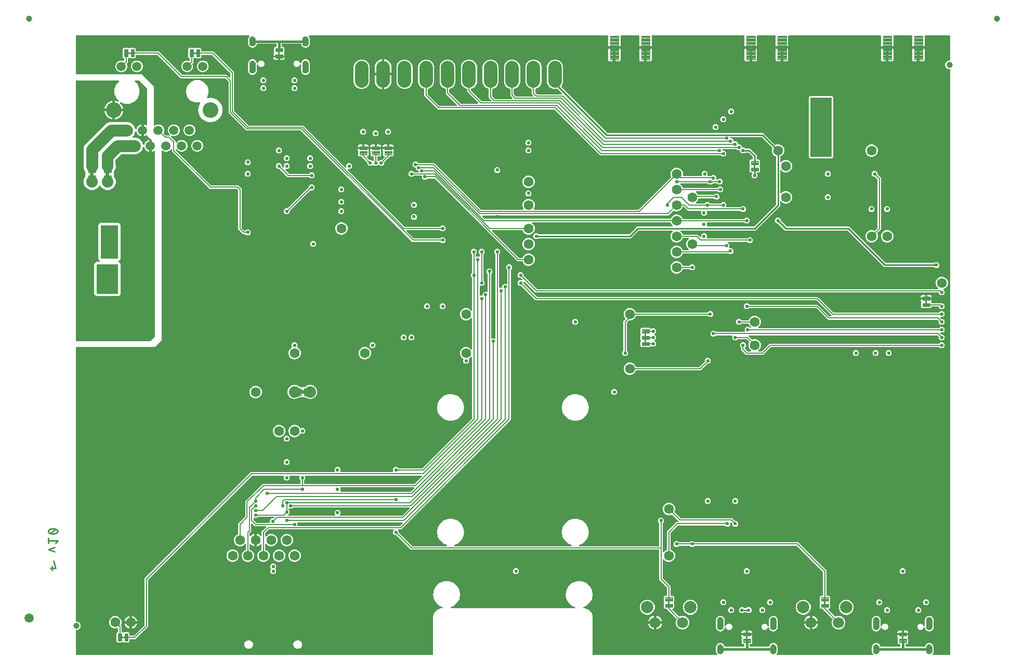
<source format=gbl>
G04 EAGLE Gerber RS-274X export*
G75*
%MOMM*%
%FSLAX34Y34*%
%LPD*%
%INBottom Copper*%
%IPPOS*%
%AMOC8*
5,1,8,0,0,1.08239X$1,22.5*%
G01*
%ADD10C,0.279400*%
%ADD11C,1.000000*%
%ADD12C,0.654000*%
%ADD13C,0.099059*%
%ADD14C,1.600000*%
%ADD15C,0.105000*%
%ADD16C,2.550000*%
%ADD17C,1.500000*%
%ADD18C,0.101600*%
%ADD19C,1.879600*%
%ADD20C,2.200000*%
%ADD21C,1.800000*%
%ADD22C,2.000000*%
%ADD23C,0.554000*%
%ADD24C,0.152400*%
%ADD25C,0.406400*%
%ADD26C,0.266700*%
%ADD27C,0.254000*%
%ADD28C,1.905000*%
%ADD29C,1.828800*%
%ADD30C,0.609600*%

G36*
X630994Y3057D02*
X630994Y3057D01*
X631052Y3055D01*
X631134Y3077D01*
X631218Y3089D01*
X631271Y3112D01*
X631327Y3127D01*
X631400Y3170D01*
X631477Y3205D01*
X631522Y3243D01*
X631572Y3272D01*
X631630Y3334D01*
X631694Y3388D01*
X631726Y3437D01*
X631766Y3480D01*
X631805Y3555D01*
X631852Y3625D01*
X631869Y3681D01*
X631896Y3733D01*
X631907Y3801D01*
X631937Y3896D01*
X631940Y3996D01*
X631951Y4064D01*
X631951Y66633D01*
X634349Y72421D01*
X638779Y76851D01*
X644567Y79249D01*
X646575Y79249D01*
X646682Y79264D01*
X646789Y79272D01*
X646822Y79284D01*
X646856Y79289D01*
X646955Y79333D01*
X647056Y79370D01*
X647084Y79391D01*
X647116Y79405D01*
X647198Y79475D01*
X647285Y79538D01*
X647306Y79566D01*
X647333Y79588D01*
X647392Y79678D01*
X647458Y79764D01*
X647471Y79796D01*
X647490Y79825D01*
X647523Y79928D01*
X647562Y80028D01*
X647566Y80063D01*
X647576Y80096D01*
X647579Y80204D01*
X647589Y80311D01*
X647583Y80346D01*
X647583Y80380D01*
X647556Y80485D01*
X647536Y80591D01*
X647520Y80622D01*
X647512Y80655D01*
X647457Y80748D01*
X647408Y80844D01*
X647384Y80870D01*
X647366Y80900D01*
X647288Y80974D01*
X647214Y81053D01*
X647187Y81068D01*
X647159Y81094D01*
X646968Y81192D01*
X646922Y81218D01*
X643088Y82613D01*
X637255Y87508D01*
X633448Y94102D01*
X632126Y101600D01*
X633448Y109098D01*
X637255Y115692D01*
X643088Y120587D01*
X650243Y123191D01*
X657857Y123191D01*
X665012Y120587D01*
X670845Y115692D01*
X674652Y109098D01*
X675974Y101600D01*
X674652Y94102D01*
X670845Y87508D01*
X665012Y82613D01*
X661178Y81218D01*
X661083Y81167D01*
X660984Y81123D01*
X660958Y81101D01*
X660927Y81084D01*
X660850Y81009D01*
X660767Y80939D01*
X660748Y80911D01*
X660723Y80886D01*
X660669Y80793D01*
X660610Y80703D01*
X660599Y80670D01*
X660582Y80640D01*
X660556Y80535D01*
X660524Y80432D01*
X660523Y80397D01*
X660515Y80363D01*
X660519Y80256D01*
X660517Y80148D01*
X660525Y80114D01*
X660527Y80079D01*
X660561Y79977D01*
X660588Y79873D01*
X660606Y79843D01*
X660617Y79810D01*
X660679Y79721D01*
X660734Y79628D01*
X660759Y79604D01*
X660779Y79576D01*
X660862Y79507D01*
X660941Y79434D01*
X660972Y79418D01*
X660999Y79396D01*
X661098Y79353D01*
X661194Y79304D01*
X661225Y79299D01*
X661260Y79284D01*
X661473Y79258D01*
X661525Y79249D01*
X862475Y79249D01*
X862582Y79264D01*
X862689Y79272D01*
X862722Y79284D01*
X862756Y79289D01*
X862855Y79333D01*
X862956Y79370D01*
X862984Y79391D01*
X863016Y79405D01*
X863098Y79474D01*
X863185Y79538D01*
X863206Y79566D01*
X863233Y79588D01*
X863292Y79678D01*
X863358Y79764D01*
X863371Y79796D01*
X863390Y79825D01*
X863423Y79928D01*
X863462Y80028D01*
X863466Y80063D01*
X863476Y80096D01*
X863479Y80204D01*
X863489Y80311D01*
X863483Y80346D01*
X863483Y80380D01*
X863456Y80485D01*
X863436Y80591D01*
X863420Y80622D01*
X863412Y80655D01*
X863356Y80748D01*
X863308Y80844D01*
X863284Y80870D01*
X863266Y80900D01*
X863187Y80974D01*
X863114Y81053D01*
X863087Y81068D01*
X863059Y81094D01*
X862868Y81192D01*
X862822Y81218D01*
X858988Y82613D01*
X853155Y87508D01*
X849348Y94102D01*
X848026Y101600D01*
X849348Y109098D01*
X853155Y115692D01*
X858988Y120587D01*
X866143Y123191D01*
X873757Y123191D01*
X880912Y120587D01*
X886745Y115692D01*
X890552Y109098D01*
X891874Y101600D01*
X890552Y94102D01*
X886745Y87508D01*
X880912Y82613D01*
X877078Y81218D01*
X876983Y81167D01*
X876884Y81123D01*
X876858Y81101D01*
X876827Y81084D01*
X876750Y81009D01*
X876667Y80939D01*
X876648Y80911D01*
X876623Y80886D01*
X876569Y80793D01*
X876510Y80703D01*
X876499Y80670D01*
X876482Y80640D01*
X876456Y80535D01*
X876424Y80432D01*
X876423Y80397D01*
X876415Y80363D01*
X876419Y80256D01*
X876417Y80148D01*
X876425Y80114D01*
X876427Y80079D01*
X876461Y79977D01*
X876488Y79873D01*
X876506Y79843D01*
X876517Y79810D01*
X876579Y79721D01*
X876634Y79628D01*
X876659Y79604D01*
X876679Y79576D01*
X876762Y79507D01*
X876841Y79434D01*
X876872Y79418D01*
X876899Y79396D01*
X876998Y79353D01*
X877094Y79304D01*
X877125Y79299D01*
X877160Y79284D01*
X877373Y79258D01*
X877425Y79249D01*
X879433Y79249D01*
X885221Y76851D01*
X889651Y72421D01*
X892049Y66633D01*
X892049Y4064D01*
X892057Y4006D01*
X892055Y3948D01*
X892077Y3866D01*
X892089Y3782D01*
X892112Y3729D01*
X892127Y3673D01*
X892170Y3600D01*
X892205Y3523D01*
X892243Y3478D01*
X892272Y3428D01*
X892334Y3370D01*
X892388Y3306D01*
X892437Y3274D01*
X892480Y3234D01*
X892555Y3195D01*
X892625Y3148D01*
X892681Y3131D01*
X892733Y3104D01*
X892801Y3093D01*
X892896Y3063D01*
X892996Y3060D01*
X893064Y3049D01*
X1093740Y3049D01*
X1093798Y3057D01*
X1093856Y3055D01*
X1093938Y3077D01*
X1094022Y3089D01*
X1094075Y3112D01*
X1094131Y3127D01*
X1094204Y3170D01*
X1094281Y3205D01*
X1094326Y3242D01*
X1094375Y3272D01*
X1094434Y3334D01*
X1094498Y3388D01*
X1094530Y3437D01*
X1094570Y3479D01*
X1094609Y3554D01*
X1094656Y3625D01*
X1094673Y3680D01*
X1094700Y3732D01*
X1094716Y3815D01*
X1094742Y3896D01*
X1094743Y3954D01*
X1094754Y4011D01*
X1094747Y4096D01*
X1094749Y4180D01*
X1094734Y4236D01*
X1094729Y4294D01*
X1094702Y4358D01*
X1094677Y4455D01*
X1094626Y4541D01*
X1094600Y4604D01*
X1094333Y5029D01*
X1094237Y5143D01*
X1094191Y5207D01*
X1093696Y5702D01*
X1093465Y6363D01*
X1093401Y6486D01*
X1093396Y6496D01*
X1093366Y6568D01*
X1092993Y7161D01*
X1092915Y7857D01*
X1092878Y8002D01*
X1092864Y8079D01*
X1092687Y8585D01*
X1092693Y8621D01*
X1092723Y8715D01*
X1092726Y8816D01*
X1092737Y8884D01*
X1092737Y9376D01*
X1092728Y9440D01*
X1092731Y9490D01*
X1092648Y10225D01*
X1092660Y10246D01*
X1092668Y10276D01*
X1092682Y10303D01*
X1092695Y10380D01*
X1092731Y10521D01*
X1092729Y10585D01*
X1092737Y10634D01*
X1092737Y14466D01*
X1092733Y14496D01*
X1092735Y14527D01*
X1092713Y14637D01*
X1092697Y14747D01*
X1092685Y14775D01*
X1092679Y14806D01*
X1092647Y14863D01*
X1092731Y15610D01*
X1092729Y15675D01*
X1092737Y15724D01*
X1092737Y16216D01*
X1092729Y16275D01*
X1092730Y16334D01*
X1092711Y16400D01*
X1092697Y16497D01*
X1092688Y16518D01*
X1092864Y17021D01*
X1092893Y17167D01*
X1092915Y17243D01*
X1092993Y17939D01*
X1093366Y18532D01*
X1093427Y18668D01*
X1093465Y18737D01*
X1093696Y19398D01*
X1094191Y19893D01*
X1094281Y20013D01*
X1094333Y20071D01*
X1094706Y20664D01*
X1095299Y21037D01*
X1095413Y21133D01*
X1095477Y21179D01*
X1095972Y21674D01*
X1096633Y21905D01*
X1096766Y21974D01*
X1096838Y22004D01*
X1097431Y22377D01*
X1098127Y22455D01*
X1098272Y22492D01*
X1098349Y22506D01*
X1099010Y22737D01*
X1099706Y22659D01*
X1099856Y22663D01*
X1099934Y22659D01*
X1100630Y22737D01*
X1101291Y22506D01*
X1101437Y22477D01*
X1101513Y22455D01*
X1102209Y22377D01*
X1102802Y22004D01*
X1102938Y21943D01*
X1103007Y21905D01*
X1103668Y21674D01*
X1104163Y21179D01*
X1104283Y21089D01*
X1104341Y21037D01*
X1104934Y20664D01*
X1105307Y20071D01*
X1105403Y19957D01*
X1105449Y19893D01*
X1105944Y19398D01*
X1106175Y18737D01*
X1106244Y18604D01*
X1106274Y18532D01*
X1106647Y17939D01*
X1106694Y17516D01*
X1106695Y17515D01*
X1106695Y17514D01*
X1106730Y17379D01*
X1106765Y17241D01*
X1106766Y17240D01*
X1106766Y17239D01*
X1106836Y17122D01*
X1106910Y16996D01*
X1106911Y16995D01*
X1106912Y16994D01*
X1107016Y16897D01*
X1107117Y16801D01*
X1107118Y16801D01*
X1107119Y16800D01*
X1107247Y16734D01*
X1107370Y16671D01*
X1107371Y16671D01*
X1107372Y16670D01*
X1107385Y16668D01*
X1107649Y16616D01*
X1107679Y16619D01*
X1107703Y16615D01*
X1137920Y16615D01*
X1137978Y16623D01*
X1138036Y16621D01*
X1138118Y16643D01*
X1138202Y16655D01*
X1138255Y16678D01*
X1138311Y16693D01*
X1138384Y16736D01*
X1138461Y16771D01*
X1138506Y16809D01*
X1138556Y16838D01*
X1138614Y16900D01*
X1138678Y16954D01*
X1138710Y17003D01*
X1138750Y17046D01*
X1138789Y17121D01*
X1138836Y17191D01*
X1138853Y17247D01*
X1138880Y17299D01*
X1138891Y17367D01*
X1138921Y17462D01*
X1138924Y17562D01*
X1138935Y17630D01*
X1138935Y20193D01*
X1138927Y20251D01*
X1138929Y20309D01*
X1138907Y20391D01*
X1138895Y20475D01*
X1138872Y20528D01*
X1138857Y20584D01*
X1138814Y20657D01*
X1138779Y20734D01*
X1138741Y20779D01*
X1138712Y20829D01*
X1138650Y20887D01*
X1138596Y20951D01*
X1138547Y20983D01*
X1138504Y21023D01*
X1138429Y21062D01*
X1138359Y21109D01*
X1138303Y21126D01*
X1138251Y21153D01*
X1138183Y21164D01*
X1138088Y21194D01*
X1137988Y21197D01*
X1137920Y21208D01*
X1136098Y21208D01*
X1134617Y22689D01*
X1134617Y30397D01*
X1134893Y30673D01*
X1134928Y30720D01*
X1134971Y30760D01*
X1135014Y30833D01*
X1135064Y30900D01*
X1135085Y30955D01*
X1135115Y31005D01*
X1135135Y31087D01*
X1135165Y31166D01*
X1135170Y31224D01*
X1135185Y31281D01*
X1135182Y31365D01*
X1135189Y31449D01*
X1135177Y31506D01*
X1135176Y31565D01*
X1135150Y31645D01*
X1135133Y31728D01*
X1135106Y31780D01*
X1135088Y31835D01*
X1135048Y31891D01*
X1135002Y31980D01*
X1134933Y32053D01*
X1134893Y32109D01*
X1134716Y32286D01*
X1134316Y32978D01*
X1134109Y33751D01*
X1134109Y35307D01*
X1141667Y35307D01*
X1141667Y24765D01*
X1141679Y24746D01*
X1141683Y24724D01*
X1141698Y24717D01*
X1141704Y24708D01*
X1141714Y24709D01*
X1141730Y24702D01*
X1144270Y24702D01*
X1144289Y24714D01*
X1144311Y24718D01*
X1144318Y24733D01*
X1144327Y24739D01*
X1144326Y24749D01*
X1144333Y24765D01*
X1144333Y35307D01*
X1151891Y35307D01*
X1151891Y33751D01*
X1151684Y32978D01*
X1151284Y32286D01*
X1151107Y32109D01*
X1151072Y32062D01*
X1151029Y32022D01*
X1150986Y31949D01*
X1150936Y31882D01*
X1150915Y31827D01*
X1150885Y31776D01*
X1150865Y31695D01*
X1150835Y31616D01*
X1150830Y31558D01*
X1150815Y31501D01*
X1150818Y31417D01*
X1150811Y31333D01*
X1150823Y31275D01*
X1150824Y31217D01*
X1150850Y31136D01*
X1150867Y31054D01*
X1150894Y31002D01*
X1150912Y30946D01*
X1150952Y30890D01*
X1150998Y30801D01*
X1151067Y30729D01*
X1151107Y30673D01*
X1151383Y30397D01*
X1151383Y22689D01*
X1149902Y21208D01*
X1148080Y21208D01*
X1148022Y21200D01*
X1147964Y21202D01*
X1147882Y21180D01*
X1147798Y21168D01*
X1147745Y21145D01*
X1147689Y21130D01*
X1147616Y21087D01*
X1147539Y21052D01*
X1147494Y21014D01*
X1147444Y20985D01*
X1147386Y20923D01*
X1147322Y20869D01*
X1147290Y20820D01*
X1147250Y20777D01*
X1147211Y20702D01*
X1147164Y20632D01*
X1147147Y20576D01*
X1147120Y20524D01*
X1147109Y20456D01*
X1147079Y20361D01*
X1147076Y20261D01*
X1147065Y20193D01*
X1147065Y17630D01*
X1147073Y17572D01*
X1147071Y17514D01*
X1147093Y17432D01*
X1147105Y17348D01*
X1147128Y17295D01*
X1147143Y17239D01*
X1147186Y17166D01*
X1147221Y17089D01*
X1147259Y17044D01*
X1147288Y16994D01*
X1147350Y16936D01*
X1147404Y16872D01*
X1147453Y16840D01*
X1147496Y16800D01*
X1147571Y16761D01*
X1147641Y16714D01*
X1147697Y16697D01*
X1147749Y16670D01*
X1147817Y16659D01*
X1147912Y16629D01*
X1148012Y16626D01*
X1148080Y16615D01*
X1178297Y16615D01*
X1178298Y16615D01*
X1178299Y16615D01*
X1178443Y16635D01*
X1178578Y16655D01*
X1178579Y16655D01*
X1178581Y16655D01*
X1178709Y16713D01*
X1178838Y16771D01*
X1178839Y16772D01*
X1178840Y16772D01*
X1178952Y16868D01*
X1179055Y16954D01*
X1179055Y16956D01*
X1179056Y16956D01*
X1179134Y17074D01*
X1179212Y17191D01*
X1179213Y17192D01*
X1179213Y17194D01*
X1179217Y17205D01*
X1179298Y17462D01*
X1179299Y17492D01*
X1179306Y17516D01*
X1179353Y17939D01*
X1179726Y18532D01*
X1179787Y18668D01*
X1179825Y18737D01*
X1180056Y19398D01*
X1180551Y19893D01*
X1180641Y20012D01*
X1180693Y20071D01*
X1181066Y20664D01*
X1181659Y21037D01*
X1181773Y21133D01*
X1181837Y21179D01*
X1182332Y21674D01*
X1182993Y21905D01*
X1183126Y21974D01*
X1183198Y22004D01*
X1183791Y22377D01*
X1184487Y22455D01*
X1184632Y22492D01*
X1184709Y22506D01*
X1185370Y22737D01*
X1186066Y22659D01*
X1186216Y22663D01*
X1186294Y22659D01*
X1186990Y22737D01*
X1187651Y22506D01*
X1187797Y22477D01*
X1187873Y22455D01*
X1188569Y22377D01*
X1189162Y22004D01*
X1189298Y21943D01*
X1189367Y21905D01*
X1190028Y21674D01*
X1190523Y21179D01*
X1190642Y21089D01*
X1190701Y21037D01*
X1191294Y20664D01*
X1191667Y20071D01*
X1191763Y19957D01*
X1191809Y19893D01*
X1192304Y19398D01*
X1192535Y18737D01*
X1192604Y18604D01*
X1192634Y18532D01*
X1193007Y17939D01*
X1193085Y17243D01*
X1193122Y17098D01*
X1193136Y17021D01*
X1193313Y16515D01*
X1193307Y16479D01*
X1193277Y16385D01*
X1193274Y16284D01*
X1193263Y16216D01*
X1193263Y15724D01*
X1193272Y15660D01*
X1193269Y15610D01*
X1193352Y14875D01*
X1193340Y14854D01*
X1193332Y14824D01*
X1193318Y14797D01*
X1193305Y14720D01*
X1193269Y14579D01*
X1193271Y14515D01*
X1193263Y14466D01*
X1193263Y10634D01*
X1193267Y10604D01*
X1193265Y10573D01*
X1193287Y10463D01*
X1193303Y10353D01*
X1193315Y10325D01*
X1193321Y10294D01*
X1193353Y10237D01*
X1193269Y9490D01*
X1193271Y9425D01*
X1193263Y9376D01*
X1193263Y8884D01*
X1193271Y8825D01*
X1193270Y8766D01*
X1193289Y8700D01*
X1193303Y8603D01*
X1193312Y8582D01*
X1193136Y8079D01*
X1193107Y7933D01*
X1193085Y7857D01*
X1193007Y7161D01*
X1192634Y6568D01*
X1192573Y6432D01*
X1192535Y6363D01*
X1192304Y5702D01*
X1191809Y5207D01*
X1191719Y5088D01*
X1191667Y5029D01*
X1191400Y4604D01*
X1191376Y4551D01*
X1191344Y4503D01*
X1191319Y4422D01*
X1191284Y4345D01*
X1191276Y4287D01*
X1191258Y4232D01*
X1191256Y4147D01*
X1191244Y4063D01*
X1191253Y4006D01*
X1191251Y3948D01*
X1191273Y3866D01*
X1191284Y3782D01*
X1191308Y3729D01*
X1191323Y3673D01*
X1191366Y3600D01*
X1191401Y3522D01*
X1191439Y3478D01*
X1191468Y3428D01*
X1191530Y3370D01*
X1191585Y3305D01*
X1191633Y3273D01*
X1191675Y3234D01*
X1191751Y3195D01*
X1191822Y3148D01*
X1191877Y3131D01*
X1191929Y3104D01*
X1191997Y3093D01*
X1192093Y3063D01*
X1192192Y3060D01*
X1192260Y3049D01*
X1347740Y3049D01*
X1347798Y3057D01*
X1347856Y3055D01*
X1347938Y3077D01*
X1348022Y3089D01*
X1348075Y3112D01*
X1348131Y3127D01*
X1348204Y3170D01*
X1348281Y3205D01*
X1348326Y3242D01*
X1348375Y3272D01*
X1348433Y3334D01*
X1348498Y3388D01*
X1348530Y3437D01*
X1348570Y3479D01*
X1348609Y3554D01*
X1348656Y3625D01*
X1348673Y3681D01*
X1348700Y3732D01*
X1348716Y3815D01*
X1348742Y3896D01*
X1348743Y3954D01*
X1348754Y4011D01*
X1348747Y4096D01*
X1348749Y4180D01*
X1348734Y4236D01*
X1348729Y4294D01*
X1348702Y4358D01*
X1348677Y4455D01*
X1348627Y4541D01*
X1348600Y4604D01*
X1348333Y5029D01*
X1348237Y5143D01*
X1348191Y5207D01*
X1347696Y5702D01*
X1347465Y6363D01*
X1347401Y6486D01*
X1347396Y6496D01*
X1347366Y6568D01*
X1346993Y7161D01*
X1346915Y7857D01*
X1346878Y8002D01*
X1346864Y8079D01*
X1346687Y8585D01*
X1346693Y8621D01*
X1346723Y8715D01*
X1346726Y8816D01*
X1346737Y8884D01*
X1346737Y9376D01*
X1346728Y9440D01*
X1346731Y9490D01*
X1346648Y10225D01*
X1346660Y10246D01*
X1346668Y10276D01*
X1346682Y10303D01*
X1346695Y10380D01*
X1346731Y10521D01*
X1346729Y10585D01*
X1346737Y10634D01*
X1346737Y14466D01*
X1346733Y14496D01*
X1346735Y14527D01*
X1346713Y14637D01*
X1346697Y14747D01*
X1346685Y14775D01*
X1346679Y14806D01*
X1346647Y14863D01*
X1346731Y15610D01*
X1346729Y15675D01*
X1346737Y15724D01*
X1346737Y16216D01*
X1346729Y16275D01*
X1346730Y16334D01*
X1346711Y16400D01*
X1346697Y16497D01*
X1346688Y16518D01*
X1346864Y17021D01*
X1346893Y17167D01*
X1346915Y17243D01*
X1346993Y17939D01*
X1347366Y18532D01*
X1347427Y18668D01*
X1347465Y18737D01*
X1347696Y19398D01*
X1348191Y19893D01*
X1348281Y20012D01*
X1348333Y20071D01*
X1348706Y20664D01*
X1349299Y21037D01*
X1349413Y21133D01*
X1349477Y21179D01*
X1349972Y21674D01*
X1350633Y21905D01*
X1350766Y21974D01*
X1350838Y22004D01*
X1351431Y22377D01*
X1352127Y22455D01*
X1352272Y22492D01*
X1352349Y22506D01*
X1353010Y22737D01*
X1353706Y22659D01*
X1353856Y22663D01*
X1353934Y22659D01*
X1354630Y22737D01*
X1355291Y22506D01*
X1355437Y22477D01*
X1355513Y22455D01*
X1356209Y22377D01*
X1356802Y22004D01*
X1356938Y21943D01*
X1357007Y21905D01*
X1357668Y21674D01*
X1358163Y21179D01*
X1358282Y21089D01*
X1358341Y21037D01*
X1358934Y20664D01*
X1359307Y20071D01*
X1359403Y19957D01*
X1359449Y19893D01*
X1359944Y19398D01*
X1360175Y18737D01*
X1360244Y18604D01*
X1360274Y18532D01*
X1360647Y17939D01*
X1360677Y17666D01*
X1360678Y17665D01*
X1360678Y17664D01*
X1360712Y17532D01*
X1360748Y17391D01*
X1360749Y17390D01*
X1360750Y17389D01*
X1360821Y17268D01*
X1360893Y17146D01*
X1360894Y17145D01*
X1360895Y17144D01*
X1361000Y17046D01*
X1361100Y16951D01*
X1361101Y16951D01*
X1361102Y16950D01*
X1361233Y16883D01*
X1361353Y16821D01*
X1361354Y16821D01*
X1361355Y16820D01*
X1361369Y16818D01*
X1361632Y16766D01*
X1361662Y16769D01*
X1361686Y16765D01*
X1391920Y16765D01*
X1391978Y16773D01*
X1392036Y16771D01*
X1392118Y16793D01*
X1392202Y16805D01*
X1392255Y16828D01*
X1392311Y16843D01*
X1392384Y16886D01*
X1392461Y16921D01*
X1392506Y16959D01*
X1392556Y16988D01*
X1392614Y17050D01*
X1392678Y17104D01*
X1392710Y17153D01*
X1392750Y17196D01*
X1392789Y17271D01*
X1392836Y17341D01*
X1392853Y17397D01*
X1392880Y17449D01*
X1392891Y17517D01*
X1392921Y17612D01*
X1392924Y17712D01*
X1392935Y17780D01*
X1392935Y20193D01*
X1392927Y20251D01*
X1392929Y20309D01*
X1392907Y20391D01*
X1392895Y20475D01*
X1392872Y20528D01*
X1392857Y20584D01*
X1392814Y20657D01*
X1392779Y20734D01*
X1392741Y20779D01*
X1392712Y20829D01*
X1392650Y20887D01*
X1392596Y20951D01*
X1392547Y20983D01*
X1392504Y21023D01*
X1392429Y21062D01*
X1392359Y21109D01*
X1392303Y21126D01*
X1392251Y21153D01*
X1392183Y21164D01*
X1392088Y21194D01*
X1391988Y21197D01*
X1391920Y21208D01*
X1390098Y21208D01*
X1388617Y22689D01*
X1388617Y30397D01*
X1388893Y30673D01*
X1388928Y30720D01*
X1388971Y30760D01*
X1389014Y30833D01*
X1389064Y30900D01*
X1389085Y30955D01*
X1389115Y31005D01*
X1389135Y31087D01*
X1389165Y31166D01*
X1389170Y31224D01*
X1389185Y31281D01*
X1389182Y31365D01*
X1389189Y31449D01*
X1389177Y31506D01*
X1389176Y31565D01*
X1389150Y31645D01*
X1389133Y31728D01*
X1389106Y31780D01*
X1389088Y31835D01*
X1389048Y31892D01*
X1389002Y31980D01*
X1388933Y32052D01*
X1388893Y32109D01*
X1388716Y32286D01*
X1388316Y32978D01*
X1388109Y33751D01*
X1388109Y35307D01*
X1395667Y35307D01*
X1395667Y24765D01*
X1395679Y24746D01*
X1395683Y24724D01*
X1395698Y24717D01*
X1395704Y24708D01*
X1395714Y24709D01*
X1395730Y24702D01*
X1398270Y24702D01*
X1398289Y24714D01*
X1398311Y24718D01*
X1398318Y24733D01*
X1398327Y24739D01*
X1398326Y24749D01*
X1398333Y24765D01*
X1398333Y35307D01*
X1405891Y35307D01*
X1405891Y33751D01*
X1405684Y32978D01*
X1405284Y32286D01*
X1405107Y32109D01*
X1405072Y32062D01*
X1405029Y32022D01*
X1404986Y31949D01*
X1404936Y31882D01*
X1404915Y31827D01*
X1404885Y31776D01*
X1404865Y31695D01*
X1404835Y31616D01*
X1404830Y31558D01*
X1404815Y31501D01*
X1404818Y31417D01*
X1404811Y31333D01*
X1404823Y31275D01*
X1404824Y31217D01*
X1404850Y31136D01*
X1404867Y31054D01*
X1404894Y31002D01*
X1404912Y30946D01*
X1404952Y30890D01*
X1404998Y30801D01*
X1405067Y30729D01*
X1405107Y30673D01*
X1405383Y30397D01*
X1405383Y22689D01*
X1403902Y21208D01*
X1402080Y21208D01*
X1402022Y21200D01*
X1401964Y21202D01*
X1401882Y21180D01*
X1401798Y21168D01*
X1401745Y21145D01*
X1401689Y21130D01*
X1401616Y21087D01*
X1401539Y21052D01*
X1401494Y21014D01*
X1401444Y20985D01*
X1401386Y20923D01*
X1401322Y20869D01*
X1401290Y20820D01*
X1401250Y20777D01*
X1401211Y20702D01*
X1401164Y20632D01*
X1401147Y20576D01*
X1401120Y20524D01*
X1401109Y20456D01*
X1401079Y20361D01*
X1401076Y20261D01*
X1401065Y20193D01*
X1401065Y17630D01*
X1401073Y17572D01*
X1401071Y17514D01*
X1401093Y17432D01*
X1401105Y17348D01*
X1401128Y17295D01*
X1401143Y17239D01*
X1401186Y17166D01*
X1401221Y17089D01*
X1401259Y17044D01*
X1401288Y16994D01*
X1401350Y16936D01*
X1401404Y16872D01*
X1401453Y16840D01*
X1401496Y16800D01*
X1401571Y16761D01*
X1401641Y16714D01*
X1401697Y16697D01*
X1401749Y16670D01*
X1401817Y16659D01*
X1401912Y16629D01*
X1402012Y16626D01*
X1402080Y16615D01*
X1432297Y16615D01*
X1432298Y16615D01*
X1432300Y16615D01*
X1432440Y16635D01*
X1432578Y16655D01*
X1432580Y16655D01*
X1432581Y16655D01*
X1432709Y16713D01*
X1432838Y16771D01*
X1432839Y16772D01*
X1432840Y16772D01*
X1432951Y16867D01*
X1433055Y16954D01*
X1433055Y16956D01*
X1433057Y16956D01*
X1433136Y17077D01*
X1433212Y17191D01*
X1433213Y17192D01*
X1433213Y17194D01*
X1433217Y17206D01*
X1433298Y17462D01*
X1433299Y17492D01*
X1433306Y17516D01*
X1433353Y17939D01*
X1433726Y18532D01*
X1433787Y18668D01*
X1433825Y18737D01*
X1434056Y19398D01*
X1434551Y19893D01*
X1434641Y20013D01*
X1434693Y20071D01*
X1435066Y20664D01*
X1435659Y21037D01*
X1435773Y21133D01*
X1435837Y21179D01*
X1436332Y21674D01*
X1436993Y21905D01*
X1437126Y21974D01*
X1437198Y22004D01*
X1437791Y22377D01*
X1438487Y22455D01*
X1438632Y22492D01*
X1438709Y22506D01*
X1439370Y22737D01*
X1440066Y22659D01*
X1440216Y22663D01*
X1440294Y22659D01*
X1440990Y22737D01*
X1441651Y22506D01*
X1441797Y22477D01*
X1441873Y22455D01*
X1442569Y22377D01*
X1443162Y22004D01*
X1443298Y21943D01*
X1443367Y21905D01*
X1444028Y21674D01*
X1444523Y21179D01*
X1444643Y21089D01*
X1444701Y21037D01*
X1445294Y20664D01*
X1445667Y20071D01*
X1445763Y19957D01*
X1445809Y19893D01*
X1446304Y19398D01*
X1446535Y18737D01*
X1446604Y18604D01*
X1446634Y18532D01*
X1447007Y17939D01*
X1447085Y17243D01*
X1447122Y17098D01*
X1447136Y17021D01*
X1447313Y16515D01*
X1447307Y16479D01*
X1447277Y16385D01*
X1447274Y16284D01*
X1447263Y16216D01*
X1447263Y15724D01*
X1447272Y15660D01*
X1447269Y15610D01*
X1447352Y14875D01*
X1447340Y14854D01*
X1447332Y14824D01*
X1447318Y14797D01*
X1447305Y14720D01*
X1447269Y14579D01*
X1447271Y14515D01*
X1447263Y14466D01*
X1447263Y10634D01*
X1447267Y10604D01*
X1447265Y10573D01*
X1447287Y10463D01*
X1447303Y10353D01*
X1447315Y10325D01*
X1447321Y10294D01*
X1447353Y10237D01*
X1447269Y9490D01*
X1447271Y9425D01*
X1447263Y9376D01*
X1447263Y8884D01*
X1447271Y8825D01*
X1447270Y8766D01*
X1447289Y8700D01*
X1447303Y8603D01*
X1447312Y8582D01*
X1447136Y8079D01*
X1447107Y7933D01*
X1447085Y7857D01*
X1447007Y7161D01*
X1446634Y6568D01*
X1446573Y6432D01*
X1446535Y6363D01*
X1446304Y5702D01*
X1445809Y5207D01*
X1445719Y5088D01*
X1445667Y5029D01*
X1445400Y4604D01*
X1445376Y4551D01*
X1445344Y4503D01*
X1445319Y4422D01*
X1445284Y4345D01*
X1445276Y4287D01*
X1445258Y4232D01*
X1445256Y4147D01*
X1445244Y4063D01*
X1445253Y4006D01*
X1445251Y3948D01*
X1445273Y3866D01*
X1445284Y3782D01*
X1445308Y3729D01*
X1445323Y3673D01*
X1445366Y3600D01*
X1445401Y3522D01*
X1445439Y3478D01*
X1445468Y3428D01*
X1445530Y3370D01*
X1445585Y3305D01*
X1445633Y3273D01*
X1445675Y3234D01*
X1445751Y3195D01*
X1445822Y3148D01*
X1445877Y3131D01*
X1445929Y3104D01*
X1445997Y3093D01*
X1446093Y3063D01*
X1446192Y3060D01*
X1446260Y3049D01*
X1473200Y3049D01*
X1473258Y3057D01*
X1473316Y3055D01*
X1473398Y3077D01*
X1473482Y3089D01*
X1473535Y3112D01*
X1473591Y3127D01*
X1473664Y3170D01*
X1473741Y3205D01*
X1473786Y3243D01*
X1473836Y3272D01*
X1473894Y3334D01*
X1473958Y3388D01*
X1473990Y3437D01*
X1474030Y3480D01*
X1474069Y3555D01*
X1474116Y3625D01*
X1474133Y3681D01*
X1474160Y3733D01*
X1474171Y3801D01*
X1474201Y3896D01*
X1474204Y3996D01*
X1474215Y4064D01*
X1474215Y957152D01*
X1474207Y957210D01*
X1474209Y957268D01*
X1474187Y957350D01*
X1474175Y957434D01*
X1474152Y957487D01*
X1474137Y957543D01*
X1474094Y957616D01*
X1474059Y957693D01*
X1474021Y957738D01*
X1473992Y957788D01*
X1473930Y957846D01*
X1473876Y957910D01*
X1473827Y957942D01*
X1473784Y957982D01*
X1473709Y958021D01*
X1473639Y958068D01*
X1473583Y958085D01*
X1473531Y958112D01*
X1473463Y958123D01*
X1473368Y958153D01*
X1473268Y958156D01*
X1473200Y958167D01*
X1471801Y958167D01*
X1469216Y959238D01*
X1467238Y961216D01*
X1466167Y963801D01*
X1466167Y966599D01*
X1467238Y969184D01*
X1469216Y971162D01*
X1471801Y972233D01*
X1473200Y972233D01*
X1473258Y972241D01*
X1473316Y972239D01*
X1473398Y972261D01*
X1473482Y972273D01*
X1473535Y972296D01*
X1473591Y972311D01*
X1473664Y972354D01*
X1473741Y972389D01*
X1473786Y972427D01*
X1473836Y972456D01*
X1473894Y972518D01*
X1473958Y972572D01*
X1473990Y972621D01*
X1474030Y972664D01*
X1474069Y972739D01*
X1474116Y972809D01*
X1474133Y972865D01*
X1474160Y972917D01*
X1474171Y972985D01*
X1474201Y973080D01*
X1474204Y973180D01*
X1474215Y973248D01*
X1474215Y1011936D01*
X1474207Y1011994D01*
X1474209Y1012052D01*
X1474187Y1012134D01*
X1474175Y1012218D01*
X1474152Y1012271D01*
X1474137Y1012327D01*
X1474094Y1012400D01*
X1474059Y1012477D01*
X1474021Y1012522D01*
X1473992Y1012572D01*
X1473930Y1012630D01*
X1473876Y1012694D01*
X1473827Y1012726D01*
X1473784Y1012766D01*
X1473709Y1012805D01*
X1473639Y1012852D01*
X1473583Y1012869D01*
X1473531Y1012896D01*
X1473463Y1012907D01*
X1473368Y1012937D01*
X1473268Y1012940D01*
X1473200Y1012951D01*
X1433456Y1012951D01*
X1433398Y1012943D01*
X1433340Y1012945D01*
X1433258Y1012923D01*
X1433174Y1012911D01*
X1433121Y1012888D01*
X1433065Y1012873D01*
X1432992Y1012830D01*
X1432915Y1012795D01*
X1432870Y1012757D01*
X1432820Y1012728D01*
X1432762Y1012666D01*
X1432698Y1012612D01*
X1432666Y1012563D01*
X1432626Y1012520D01*
X1432587Y1012445D01*
X1432540Y1012375D01*
X1432523Y1012319D01*
X1432496Y1012267D01*
X1432485Y1012199D01*
X1432455Y1012104D01*
X1432452Y1012004D01*
X1432441Y1011936D01*
X1432441Y995171D01*
X1423416Y995171D01*
X1423358Y995163D01*
X1423300Y995164D01*
X1423218Y995143D01*
X1423135Y995131D01*
X1423081Y995107D01*
X1423025Y995093D01*
X1422952Y995050D01*
X1422875Y995015D01*
X1422831Y994977D01*
X1422780Y994947D01*
X1422723Y994886D01*
X1422658Y994831D01*
X1422626Y994783D01*
X1422586Y994740D01*
X1422547Y994665D01*
X1422501Y994595D01*
X1422483Y994539D01*
X1422456Y994487D01*
X1422445Y994419D01*
X1422415Y994324D01*
X1422412Y994224D01*
X1422401Y994156D01*
X1422401Y993139D01*
X1422399Y993139D01*
X1422399Y994156D01*
X1422391Y994214D01*
X1422392Y994272D01*
X1422371Y994354D01*
X1422359Y994437D01*
X1422335Y994491D01*
X1422321Y994547D01*
X1422278Y994620D01*
X1422243Y994697D01*
X1422205Y994741D01*
X1422175Y994792D01*
X1422114Y994849D01*
X1422059Y994914D01*
X1422011Y994946D01*
X1421968Y994986D01*
X1421893Y995025D01*
X1421823Y995071D01*
X1421767Y995089D01*
X1421715Y995116D01*
X1421647Y995127D01*
X1421552Y995157D01*
X1421452Y995160D01*
X1421384Y995171D01*
X1412359Y995171D01*
X1412359Y1011936D01*
X1412351Y1011994D01*
X1412353Y1012052D01*
X1412331Y1012134D01*
X1412319Y1012218D01*
X1412296Y1012271D01*
X1412281Y1012327D01*
X1412238Y1012400D01*
X1412203Y1012477D01*
X1412165Y1012522D01*
X1412136Y1012572D01*
X1412074Y1012630D01*
X1412020Y1012694D01*
X1411971Y1012726D01*
X1411928Y1012766D01*
X1411853Y1012805D01*
X1411783Y1012852D01*
X1411727Y1012869D01*
X1411675Y1012896D01*
X1411607Y1012907D01*
X1411512Y1012937D01*
X1411412Y1012940D01*
X1411344Y1012951D01*
X1382656Y1012951D01*
X1382598Y1012943D01*
X1382540Y1012945D01*
X1382458Y1012923D01*
X1382374Y1012911D01*
X1382321Y1012888D01*
X1382265Y1012873D01*
X1382192Y1012830D01*
X1382115Y1012795D01*
X1382070Y1012757D01*
X1382020Y1012728D01*
X1381962Y1012666D01*
X1381898Y1012612D01*
X1381866Y1012563D01*
X1381826Y1012520D01*
X1381787Y1012445D01*
X1381740Y1012375D01*
X1381723Y1012319D01*
X1381696Y1012267D01*
X1381685Y1012199D01*
X1381655Y1012104D01*
X1381652Y1012004D01*
X1381641Y1011936D01*
X1381641Y995171D01*
X1372616Y995171D01*
X1372558Y995163D01*
X1372500Y995164D01*
X1372418Y995143D01*
X1372335Y995131D01*
X1372281Y995107D01*
X1372225Y995093D01*
X1372152Y995050D01*
X1372075Y995015D01*
X1372031Y994977D01*
X1371980Y994947D01*
X1371923Y994886D01*
X1371858Y994831D01*
X1371826Y994783D01*
X1371786Y994740D01*
X1371747Y994665D01*
X1371701Y994595D01*
X1371683Y994539D01*
X1371656Y994487D01*
X1371645Y994419D01*
X1371615Y994324D01*
X1371612Y994224D01*
X1371601Y994156D01*
X1371601Y993139D01*
X1371599Y993139D01*
X1371599Y994156D01*
X1371591Y994214D01*
X1371592Y994272D01*
X1371571Y994354D01*
X1371559Y994437D01*
X1371535Y994491D01*
X1371521Y994547D01*
X1371478Y994620D01*
X1371443Y994697D01*
X1371405Y994741D01*
X1371375Y994792D01*
X1371314Y994849D01*
X1371259Y994914D01*
X1371211Y994946D01*
X1371168Y994986D01*
X1371093Y995025D01*
X1371023Y995071D01*
X1370967Y995089D01*
X1370915Y995116D01*
X1370847Y995127D01*
X1370752Y995157D01*
X1370652Y995160D01*
X1370584Y995171D01*
X1361559Y995171D01*
X1361559Y1011936D01*
X1361551Y1011994D01*
X1361553Y1012052D01*
X1361531Y1012134D01*
X1361519Y1012218D01*
X1361496Y1012271D01*
X1361481Y1012327D01*
X1361438Y1012400D01*
X1361403Y1012477D01*
X1361365Y1012522D01*
X1361336Y1012572D01*
X1361274Y1012630D01*
X1361220Y1012694D01*
X1361171Y1012726D01*
X1361128Y1012766D01*
X1361053Y1012805D01*
X1360983Y1012852D01*
X1360927Y1012869D01*
X1360875Y1012896D01*
X1360807Y1012907D01*
X1360712Y1012937D01*
X1360612Y1012940D01*
X1360544Y1012951D01*
X1211206Y1012951D01*
X1211148Y1012943D01*
X1211090Y1012945D01*
X1211008Y1012923D01*
X1210924Y1012911D01*
X1210871Y1012888D01*
X1210815Y1012873D01*
X1210742Y1012830D01*
X1210665Y1012795D01*
X1210620Y1012757D01*
X1210570Y1012728D01*
X1210512Y1012666D01*
X1210448Y1012612D01*
X1210416Y1012563D01*
X1210376Y1012520D01*
X1210337Y1012445D01*
X1210290Y1012375D01*
X1210273Y1012319D01*
X1210246Y1012267D01*
X1210235Y1012199D01*
X1210205Y1012104D01*
X1210202Y1012004D01*
X1210191Y1011936D01*
X1210191Y995171D01*
X1201166Y995171D01*
X1201108Y995163D01*
X1201050Y995164D01*
X1200968Y995143D01*
X1200885Y995131D01*
X1200831Y995107D01*
X1200775Y995093D01*
X1200702Y995050D01*
X1200625Y995015D01*
X1200581Y994977D01*
X1200530Y994947D01*
X1200473Y994886D01*
X1200408Y994831D01*
X1200376Y994783D01*
X1200336Y994740D01*
X1200297Y994665D01*
X1200251Y994595D01*
X1200233Y994539D01*
X1200206Y994487D01*
X1200195Y994419D01*
X1200165Y994324D01*
X1200162Y994224D01*
X1200151Y994156D01*
X1200151Y993139D01*
X1200149Y993139D01*
X1200149Y994156D01*
X1200141Y994214D01*
X1200142Y994272D01*
X1200121Y994354D01*
X1200109Y994437D01*
X1200085Y994491D01*
X1200071Y994547D01*
X1200028Y994620D01*
X1199993Y994697D01*
X1199955Y994741D01*
X1199925Y994792D01*
X1199864Y994849D01*
X1199809Y994914D01*
X1199761Y994946D01*
X1199718Y994986D01*
X1199643Y995025D01*
X1199573Y995071D01*
X1199517Y995089D01*
X1199465Y995116D01*
X1199397Y995127D01*
X1199302Y995157D01*
X1199202Y995160D01*
X1199134Y995171D01*
X1190109Y995171D01*
X1190109Y1011936D01*
X1190101Y1011994D01*
X1190103Y1012052D01*
X1190081Y1012134D01*
X1190069Y1012218D01*
X1190046Y1012271D01*
X1190031Y1012327D01*
X1189988Y1012400D01*
X1189953Y1012477D01*
X1189915Y1012522D01*
X1189886Y1012572D01*
X1189824Y1012630D01*
X1189770Y1012694D01*
X1189721Y1012726D01*
X1189678Y1012766D01*
X1189603Y1012805D01*
X1189533Y1012852D01*
X1189477Y1012869D01*
X1189425Y1012896D01*
X1189357Y1012907D01*
X1189262Y1012937D01*
X1189162Y1012940D01*
X1189094Y1012951D01*
X1160406Y1012951D01*
X1160348Y1012943D01*
X1160290Y1012945D01*
X1160208Y1012923D01*
X1160124Y1012911D01*
X1160071Y1012888D01*
X1160015Y1012873D01*
X1159942Y1012830D01*
X1159865Y1012795D01*
X1159820Y1012757D01*
X1159770Y1012728D01*
X1159712Y1012666D01*
X1159648Y1012612D01*
X1159616Y1012563D01*
X1159576Y1012520D01*
X1159537Y1012445D01*
X1159490Y1012375D01*
X1159473Y1012319D01*
X1159446Y1012267D01*
X1159435Y1012199D01*
X1159405Y1012104D01*
X1159402Y1012004D01*
X1159391Y1011936D01*
X1159391Y995171D01*
X1150366Y995171D01*
X1150308Y995163D01*
X1150250Y995164D01*
X1150168Y995143D01*
X1150085Y995131D01*
X1150031Y995107D01*
X1149975Y995093D01*
X1149902Y995050D01*
X1149825Y995015D01*
X1149781Y994977D01*
X1149730Y994947D01*
X1149673Y994886D01*
X1149608Y994831D01*
X1149576Y994783D01*
X1149536Y994740D01*
X1149497Y994665D01*
X1149451Y994595D01*
X1149433Y994539D01*
X1149406Y994487D01*
X1149395Y994419D01*
X1149365Y994324D01*
X1149362Y994224D01*
X1149351Y994156D01*
X1149351Y993139D01*
X1149349Y993139D01*
X1149349Y994156D01*
X1149341Y994214D01*
X1149342Y994272D01*
X1149321Y994354D01*
X1149309Y994437D01*
X1149285Y994491D01*
X1149271Y994547D01*
X1149228Y994620D01*
X1149193Y994697D01*
X1149155Y994741D01*
X1149125Y994792D01*
X1149064Y994849D01*
X1149009Y994914D01*
X1148961Y994946D01*
X1148918Y994986D01*
X1148843Y995025D01*
X1148773Y995071D01*
X1148717Y995089D01*
X1148665Y995116D01*
X1148597Y995127D01*
X1148502Y995157D01*
X1148402Y995160D01*
X1148334Y995171D01*
X1139309Y995171D01*
X1139309Y1011936D01*
X1139301Y1011994D01*
X1139303Y1012052D01*
X1139281Y1012134D01*
X1139269Y1012218D01*
X1139246Y1012271D01*
X1139231Y1012327D01*
X1139188Y1012400D01*
X1139153Y1012477D01*
X1139115Y1012522D01*
X1139086Y1012572D01*
X1139024Y1012630D01*
X1138970Y1012694D01*
X1138921Y1012726D01*
X1138878Y1012766D01*
X1138803Y1012805D01*
X1138733Y1012852D01*
X1138677Y1012869D01*
X1138625Y1012896D01*
X1138557Y1012907D01*
X1138462Y1012937D01*
X1138362Y1012940D01*
X1138294Y1012951D01*
X988956Y1012951D01*
X988898Y1012943D01*
X988840Y1012945D01*
X988758Y1012923D01*
X988674Y1012911D01*
X988621Y1012888D01*
X988565Y1012873D01*
X988492Y1012830D01*
X988415Y1012795D01*
X988370Y1012757D01*
X988320Y1012728D01*
X988262Y1012666D01*
X988198Y1012612D01*
X988166Y1012563D01*
X988126Y1012520D01*
X988087Y1012445D01*
X988040Y1012375D01*
X988023Y1012319D01*
X987996Y1012267D01*
X987985Y1012199D01*
X987955Y1012104D01*
X987952Y1012004D01*
X987941Y1011936D01*
X987941Y995171D01*
X978916Y995171D01*
X978858Y995163D01*
X978800Y995164D01*
X978718Y995143D01*
X978635Y995131D01*
X978581Y995107D01*
X978525Y995093D01*
X978452Y995050D01*
X978375Y995015D01*
X978331Y994977D01*
X978280Y994947D01*
X978223Y994886D01*
X978158Y994831D01*
X978126Y994783D01*
X978086Y994740D01*
X978047Y994665D01*
X978001Y994595D01*
X977983Y994539D01*
X977956Y994487D01*
X977945Y994419D01*
X977915Y994324D01*
X977912Y994224D01*
X977901Y994156D01*
X977901Y993139D01*
X977899Y993139D01*
X977899Y994156D01*
X977891Y994214D01*
X977892Y994272D01*
X977871Y994354D01*
X977859Y994437D01*
X977835Y994491D01*
X977821Y994547D01*
X977778Y994620D01*
X977743Y994697D01*
X977705Y994741D01*
X977675Y994792D01*
X977614Y994849D01*
X977559Y994914D01*
X977511Y994946D01*
X977468Y994986D01*
X977393Y995025D01*
X977323Y995071D01*
X977267Y995089D01*
X977215Y995116D01*
X977147Y995127D01*
X977052Y995157D01*
X976952Y995160D01*
X976884Y995171D01*
X967859Y995171D01*
X967859Y1011936D01*
X967851Y1011994D01*
X967853Y1012052D01*
X967831Y1012134D01*
X967819Y1012218D01*
X967796Y1012271D01*
X967781Y1012327D01*
X967738Y1012400D01*
X967703Y1012477D01*
X967665Y1012522D01*
X967636Y1012572D01*
X967574Y1012630D01*
X967520Y1012694D01*
X967471Y1012726D01*
X967428Y1012766D01*
X967353Y1012805D01*
X967283Y1012852D01*
X967227Y1012869D01*
X967175Y1012896D01*
X967107Y1012907D01*
X967012Y1012937D01*
X966912Y1012940D01*
X966844Y1012951D01*
X938156Y1012951D01*
X938098Y1012943D01*
X938040Y1012945D01*
X937958Y1012923D01*
X937874Y1012911D01*
X937821Y1012888D01*
X937765Y1012873D01*
X937692Y1012830D01*
X937615Y1012795D01*
X937570Y1012757D01*
X937520Y1012728D01*
X937462Y1012666D01*
X937398Y1012612D01*
X937366Y1012563D01*
X937326Y1012520D01*
X937287Y1012445D01*
X937240Y1012375D01*
X937223Y1012319D01*
X937196Y1012267D01*
X937185Y1012199D01*
X937155Y1012104D01*
X937152Y1012004D01*
X937141Y1011936D01*
X937141Y995171D01*
X928116Y995171D01*
X928058Y995163D01*
X928000Y995164D01*
X927918Y995143D01*
X927835Y995131D01*
X927781Y995107D01*
X927725Y995093D01*
X927652Y995050D01*
X927575Y995015D01*
X927531Y994977D01*
X927480Y994947D01*
X927423Y994886D01*
X927358Y994831D01*
X927326Y994783D01*
X927286Y994740D01*
X927247Y994665D01*
X927201Y994595D01*
X927183Y994539D01*
X927156Y994487D01*
X927145Y994419D01*
X927115Y994324D01*
X927112Y994224D01*
X927101Y994156D01*
X927101Y993139D01*
X927099Y993139D01*
X927099Y994156D01*
X927091Y994214D01*
X927092Y994272D01*
X927071Y994354D01*
X927059Y994437D01*
X927035Y994491D01*
X927021Y994547D01*
X926978Y994620D01*
X926943Y994697D01*
X926905Y994741D01*
X926875Y994792D01*
X926814Y994849D01*
X926759Y994914D01*
X926711Y994946D01*
X926668Y994986D01*
X926593Y995025D01*
X926523Y995071D01*
X926467Y995089D01*
X926415Y995116D01*
X926347Y995127D01*
X926252Y995157D01*
X926152Y995160D01*
X926084Y995171D01*
X917059Y995171D01*
X917059Y1011936D01*
X917051Y1011994D01*
X917053Y1012052D01*
X917031Y1012134D01*
X917019Y1012218D01*
X916996Y1012271D01*
X916981Y1012327D01*
X916938Y1012400D01*
X916903Y1012477D01*
X916865Y1012522D01*
X916836Y1012572D01*
X916774Y1012630D01*
X916720Y1012694D01*
X916671Y1012726D01*
X916628Y1012766D01*
X916553Y1012805D01*
X916483Y1012852D01*
X916427Y1012869D01*
X916375Y1012896D01*
X916307Y1012907D01*
X916212Y1012937D01*
X916112Y1012940D01*
X916044Y1012951D01*
X430260Y1012951D01*
X430202Y1012943D01*
X430144Y1012945D01*
X430062Y1012923D01*
X429978Y1012911D01*
X429925Y1012888D01*
X429869Y1012873D01*
X429796Y1012830D01*
X429719Y1012795D01*
X429674Y1012758D01*
X429625Y1012728D01*
X429567Y1012666D01*
X429502Y1012612D01*
X429470Y1012563D01*
X429430Y1012521D01*
X429391Y1012446D01*
X429344Y1012375D01*
X429327Y1012319D01*
X429300Y1012268D01*
X429284Y1012185D01*
X429258Y1012104D01*
X429257Y1012046D01*
X429246Y1011989D01*
X429253Y1011904D01*
X429251Y1011820D01*
X429266Y1011764D01*
X429271Y1011706D01*
X429298Y1011642D01*
X429323Y1011545D01*
X429373Y1011459D01*
X429400Y1011396D01*
X429667Y1010971D01*
X429763Y1010857D01*
X429809Y1010793D01*
X430304Y1010298D01*
X430535Y1009637D01*
X430604Y1009504D01*
X430634Y1009432D01*
X431007Y1008839D01*
X431085Y1008143D01*
X431122Y1007998D01*
X431136Y1007921D01*
X431313Y1007415D01*
X431307Y1007379D01*
X431277Y1007285D01*
X431274Y1007184D01*
X431263Y1007116D01*
X431263Y1006624D01*
X431272Y1006560D01*
X431269Y1006510D01*
X431352Y1005775D01*
X431340Y1005754D01*
X431332Y1005724D01*
X431318Y1005697D01*
X431305Y1005620D01*
X431269Y1005479D01*
X431271Y1005415D01*
X431263Y1005366D01*
X431263Y1001534D01*
X431267Y1001504D01*
X431265Y1001473D01*
X431287Y1001363D01*
X431303Y1001253D01*
X431315Y1001225D01*
X431321Y1001194D01*
X431353Y1001137D01*
X431269Y1000390D01*
X431271Y1000325D01*
X431263Y1000276D01*
X431263Y999784D01*
X431271Y999725D01*
X431270Y999666D01*
X431289Y999600D01*
X431303Y999503D01*
X431312Y999482D01*
X431136Y998979D01*
X431107Y998833D01*
X431085Y998757D01*
X431007Y998061D01*
X430634Y997468D01*
X430614Y997424D01*
X430610Y997417D01*
X430606Y997406D01*
X430573Y997332D01*
X430535Y997263D01*
X430304Y996602D01*
X429809Y996107D01*
X429719Y995988D01*
X429667Y995929D01*
X429294Y995336D01*
X428701Y994963D01*
X428587Y994867D01*
X428523Y994821D01*
X428028Y994326D01*
X427367Y994095D01*
X427234Y994026D01*
X427162Y993996D01*
X426813Y993777D01*
X426569Y993623D01*
X425873Y993545D01*
X425728Y993508D01*
X425651Y993494D01*
X424990Y993263D01*
X424294Y993341D01*
X424144Y993337D01*
X424066Y993341D01*
X423370Y993263D01*
X422709Y993494D01*
X422563Y993523D01*
X422487Y993545D01*
X421791Y993623D01*
X421198Y993996D01*
X421062Y994057D01*
X420993Y994095D01*
X420332Y994326D01*
X419837Y994821D01*
X419717Y994911D01*
X419659Y994963D01*
X419066Y995336D01*
X418693Y995929D01*
X418597Y996043D01*
X418551Y996107D01*
X418056Y996602D01*
X417825Y997263D01*
X417773Y997363D01*
X417771Y997370D01*
X417757Y997393D01*
X417756Y997396D01*
X417726Y997468D01*
X417353Y998061D01*
X417306Y998484D01*
X417305Y998485D01*
X417305Y998486D01*
X417271Y998617D01*
X417235Y998759D01*
X417234Y998760D01*
X417234Y998761D01*
X417164Y998878D01*
X417090Y999004D01*
X417089Y999005D01*
X417088Y999006D01*
X416984Y999103D01*
X416883Y999199D01*
X416882Y999199D01*
X416881Y999200D01*
X416754Y999266D01*
X416630Y999329D01*
X416629Y999329D01*
X416628Y999330D01*
X416615Y999332D01*
X416351Y999384D01*
X416321Y999381D01*
X416297Y999385D01*
X386080Y999385D01*
X386022Y999377D01*
X385964Y999379D01*
X385882Y999357D01*
X385798Y999345D01*
X385745Y999322D01*
X385689Y999307D01*
X385616Y999264D01*
X385539Y999229D01*
X385494Y999191D01*
X385444Y999162D01*
X385386Y999100D01*
X385322Y999046D01*
X385290Y998997D01*
X385250Y998954D01*
X385211Y998879D01*
X385164Y998809D01*
X385147Y998753D01*
X385120Y998701D01*
X385109Y998633D01*
X385079Y998538D01*
X385076Y998438D01*
X385065Y998370D01*
X385065Y995807D01*
X385073Y995749D01*
X385071Y995691D01*
X385093Y995609D01*
X385105Y995525D01*
X385128Y995472D01*
X385143Y995416D01*
X385186Y995343D01*
X385221Y995266D01*
X385259Y995221D01*
X385288Y995171D01*
X385350Y995113D01*
X385404Y995049D01*
X385453Y995017D01*
X385496Y994977D01*
X385571Y994938D01*
X385641Y994891D01*
X385697Y994874D01*
X385749Y994847D01*
X385817Y994836D01*
X385912Y994806D01*
X386012Y994803D01*
X386080Y994792D01*
X387902Y994792D01*
X389383Y993311D01*
X389383Y985603D01*
X389107Y985327D01*
X389072Y985280D01*
X389029Y985240D01*
X388986Y985167D01*
X388936Y985100D01*
X388915Y985045D01*
X388885Y984995D01*
X388865Y984913D01*
X388835Y984834D01*
X388830Y984776D01*
X388815Y984719D01*
X388818Y984635D01*
X388811Y984551D01*
X388823Y984494D01*
X388824Y984435D01*
X388850Y984355D01*
X388867Y984272D01*
X388894Y984220D01*
X388912Y984165D01*
X388952Y984109D01*
X388998Y984020D01*
X389067Y983947D01*
X389107Y983891D01*
X389284Y983714D01*
X389684Y983022D01*
X389891Y982249D01*
X389891Y980693D01*
X382333Y980693D01*
X382333Y991235D01*
X382321Y991254D01*
X382317Y991276D01*
X382302Y991283D01*
X382296Y991292D01*
X382286Y991291D01*
X382270Y991298D01*
X379730Y991298D01*
X379711Y991286D01*
X379689Y991282D01*
X379682Y991267D01*
X379673Y991261D01*
X379674Y991251D01*
X379667Y991235D01*
X379667Y980693D01*
X372109Y980693D01*
X372109Y982249D01*
X372316Y983022D01*
X372716Y983714D01*
X372893Y983891D01*
X372928Y983938D01*
X372971Y983978D01*
X373014Y984051D01*
X373064Y984118D01*
X373085Y984173D01*
X373115Y984224D01*
X373135Y984305D01*
X373165Y984384D01*
X373170Y984442D01*
X373185Y984499D01*
X373182Y984583D01*
X373189Y984667D01*
X373177Y984725D01*
X373176Y984783D01*
X373150Y984864D01*
X373133Y984946D01*
X373106Y984998D01*
X373088Y985054D01*
X373048Y985110D01*
X373002Y985199D01*
X372933Y985271D01*
X372893Y985327D01*
X372617Y985603D01*
X372617Y993311D01*
X374098Y994792D01*
X375920Y994792D01*
X375978Y994800D01*
X376036Y994798D01*
X376118Y994820D01*
X376202Y994832D01*
X376255Y994855D01*
X376311Y994870D01*
X376384Y994913D01*
X376461Y994948D01*
X376506Y994986D01*
X376556Y995015D01*
X376614Y995077D01*
X376678Y995131D01*
X376710Y995180D01*
X376750Y995223D01*
X376789Y995298D01*
X376836Y995368D01*
X376853Y995424D01*
X376880Y995476D01*
X376891Y995544D01*
X376921Y995639D01*
X376924Y995739D01*
X376935Y995807D01*
X376935Y998370D01*
X376927Y998428D01*
X376929Y998486D01*
X376907Y998568D01*
X376895Y998652D01*
X376872Y998705D01*
X376857Y998761D01*
X376814Y998834D01*
X376779Y998911D01*
X376741Y998956D01*
X376712Y999006D01*
X376650Y999064D01*
X376596Y999128D01*
X376547Y999160D01*
X376504Y999200D01*
X376429Y999239D01*
X376359Y999286D01*
X376303Y999303D01*
X376251Y999330D01*
X376183Y999341D01*
X376088Y999371D01*
X375988Y999374D01*
X375920Y999385D01*
X345703Y999385D01*
X345702Y999385D01*
X345701Y999385D01*
X345557Y999365D01*
X345422Y999345D01*
X345421Y999345D01*
X345419Y999345D01*
X345287Y999285D01*
X345162Y999229D01*
X345161Y999228D01*
X345160Y999228D01*
X345047Y999131D01*
X344945Y999046D01*
X344945Y999044D01*
X344944Y999044D01*
X344866Y998926D01*
X344788Y998809D01*
X344787Y998808D01*
X344787Y998806D01*
X344783Y998795D01*
X344702Y998538D01*
X344701Y998508D01*
X344694Y998484D01*
X344647Y998061D01*
X344274Y997468D01*
X344254Y997424D01*
X344250Y997417D01*
X344246Y997406D01*
X344213Y997332D01*
X344175Y997263D01*
X343944Y996602D01*
X343449Y996107D01*
X343359Y995988D01*
X343307Y995929D01*
X342934Y995336D01*
X342341Y994963D01*
X342227Y994867D01*
X342163Y994821D01*
X341668Y994326D01*
X341007Y994095D01*
X340874Y994026D01*
X340802Y993996D01*
X340453Y993777D01*
X340209Y993623D01*
X339513Y993545D01*
X339368Y993508D01*
X339291Y993494D01*
X338630Y993263D01*
X337934Y993341D01*
X337784Y993337D01*
X337706Y993341D01*
X337010Y993263D01*
X336349Y993494D01*
X336203Y993523D01*
X336127Y993545D01*
X335431Y993623D01*
X334838Y993996D01*
X334702Y994057D01*
X334633Y994095D01*
X333972Y994326D01*
X333477Y994821D01*
X333358Y994911D01*
X333299Y994963D01*
X332706Y995336D01*
X332333Y995929D01*
X332237Y996043D01*
X332191Y996107D01*
X331696Y996602D01*
X331465Y997263D01*
X331413Y997363D01*
X331411Y997370D01*
X331397Y997393D01*
X331396Y997396D01*
X331366Y997468D01*
X330993Y998061D01*
X330915Y998757D01*
X330878Y998902D01*
X330864Y998979D01*
X330687Y999485D01*
X330693Y999521D01*
X330723Y999615D01*
X330726Y999716D01*
X330737Y999784D01*
X330737Y1000276D01*
X330728Y1000340D01*
X330731Y1000390D01*
X330648Y1001125D01*
X330660Y1001146D01*
X330668Y1001176D01*
X330682Y1001203D01*
X330695Y1001280D01*
X330731Y1001421D01*
X330729Y1001485D01*
X330737Y1001534D01*
X330737Y1005366D01*
X330733Y1005396D01*
X330735Y1005427D01*
X330713Y1005537D01*
X330697Y1005647D01*
X330685Y1005675D01*
X330679Y1005706D01*
X330647Y1005763D01*
X330731Y1006510D01*
X330729Y1006575D01*
X330737Y1006624D01*
X330737Y1007116D01*
X330729Y1007175D01*
X330730Y1007234D01*
X330711Y1007300D01*
X330697Y1007397D01*
X330688Y1007418D01*
X330864Y1007921D01*
X330893Y1008067D01*
X330915Y1008143D01*
X330993Y1008839D01*
X331366Y1009432D01*
X331427Y1009568D01*
X331465Y1009637D01*
X331696Y1010298D01*
X332191Y1010793D01*
X332281Y1010912D01*
X332333Y1010971D01*
X332600Y1011396D01*
X332624Y1011449D01*
X332656Y1011497D01*
X332681Y1011578D01*
X332716Y1011655D01*
X332724Y1011713D01*
X332742Y1011768D01*
X332744Y1011853D01*
X332756Y1011937D01*
X332747Y1011994D01*
X332749Y1012052D01*
X332727Y1012134D01*
X332716Y1012218D01*
X332692Y1012271D01*
X332677Y1012327D01*
X332634Y1012400D01*
X332599Y1012478D01*
X332561Y1012522D01*
X332532Y1012572D01*
X332470Y1012630D01*
X332415Y1012695D01*
X332367Y1012727D01*
X332325Y1012766D01*
X332249Y1012805D01*
X332178Y1012852D01*
X332123Y1012869D01*
X332071Y1012896D01*
X332003Y1012907D01*
X331907Y1012937D01*
X331808Y1012940D01*
X331740Y1012951D01*
X50800Y1012951D01*
X50742Y1012943D01*
X50684Y1012945D01*
X50602Y1012923D01*
X50519Y1012911D01*
X50465Y1012888D01*
X50409Y1012873D01*
X50336Y1012830D01*
X50259Y1012795D01*
X50214Y1012757D01*
X50164Y1012728D01*
X50106Y1012666D01*
X50042Y1012612D01*
X50010Y1012563D01*
X49970Y1012520D01*
X49931Y1012445D01*
X49885Y1012375D01*
X49867Y1012319D01*
X49840Y1012267D01*
X49829Y1012199D01*
X49799Y1012104D01*
X49796Y1012004D01*
X49785Y1011936D01*
X49785Y951230D01*
X49792Y951182D01*
X49791Y951176D01*
X49793Y951170D01*
X49791Y951114D01*
X49813Y951032D01*
X49825Y950949D01*
X49849Y950895D01*
X49863Y950839D01*
X49906Y950766D01*
X49941Y950689D01*
X49979Y950644D01*
X50009Y950594D01*
X50070Y950536D01*
X50125Y950472D01*
X50173Y950440D01*
X50216Y950400D01*
X50291Y950361D01*
X50361Y950315D01*
X50417Y950297D01*
X50469Y950270D01*
X50537Y950259D01*
X50632Y950229D01*
X50732Y950226D01*
X50800Y950215D01*
X157060Y950215D01*
X176785Y930490D01*
X176785Y867087D01*
X176789Y867058D01*
X176786Y867029D01*
X176809Y866918D01*
X176825Y866806D01*
X176837Y866779D01*
X176842Y866750D01*
X176895Y866649D01*
X176941Y866546D01*
X176960Y866524D01*
X176973Y866498D01*
X177051Y866416D01*
X177125Y866329D01*
X177149Y866313D01*
X177169Y866292D01*
X177267Y866234D01*
X177361Y866172D01*
X177389Y866163D01*
X177414Y866148D01*
X177524Y866120D01*
X177632Y866086D01*
X177661Y866085D01*
X177690Y866078D01*
X177803Y866081D01*
X177916Y866079D01*
X177945Y866086D01*
X177974Y866087D01*
X178082Y866122D01*
X178191Y866150D01*
X178217Y866165D01*
X178245Y866174D01*
X178308Y866220D01*
X178436Y866296D01*
X178479Y866341D01*
X178518Y866369D01*
X178750Y866601D01*
X182254Y868053D01*
X186046Y868053D01*
X189550Y866601D01*
X192231Y863920D01*
X193683Y860416D01*
X193683Y856624D01*
X192863Y854645D01*
X192863Y854644D01*
X192862Y854643D01*
X192828Y854509D01*
X192792Y854370D01*
X192792Y854369D01*
X192792Y854367D01*
X192796Y854226D01*
X192800Y854086D01*
X192801Y854084D01*
X192801Y854083D01*
X192846Y853945D01*
X192887Y853815D01*
X192888Y853814D01*
X192888Y853812D01*
X192897Y853800D01*
X193045Y853579D01*
X193069Y853559D01*
X193083Y853539D01*
X196440Y850182D01*
X196510Y850130D01*
X196574Y850070D01*
X196623Y850044D01*
X196667Y850011D01*
X196749Y849980D01*
X196827Y849940D01*
X196875Y849932D01*
X196933Y849910D01*
X197081Y849898D01*
X197158Y849885D01*
X202253Y849885D01*
X202282Y849889D01*
X202311Y849886D01*
X202422Y849909D01*
X202534Y849925D01*
X202561Y849937D01*
X202590Y849942D01*
X202691Y849995D01*
X202794Y850041D01*
X202816Y850060D01*
X202842Y850073D01*
X202924Y850151D01*
X203011Y850224D01*
X203027Y850249D01*
X203048Y850269D01*
X203106Y850367D01*
X203168Y850461D01*
X203177Y850489D01*
X203192Y850514D01*
X203220Y850624D01*
X203254Y850732D01*
X203255Y850762D01*
X203262Y850790D01*
X203259Y850903D01*
X203262Y851016D01*
X203254Y851045D01*
X203253Y851074D01*
X203218Y851182D01*
X203190Y851291D01*
X203175Y851317D01*
X203166Y851345D01*
X203120Y851409D01*
X203044Y851536D01*
X202999Y851579D01*
X202971Y851618D01*
X201469Y853120D01*
X200017Y856624D01*
X200017Y860416D01*
X201469Y863920D01*
X204150Y866601D01*
X207654Y868053D01*
X211446Y868053D01*
X214950Y866601D01*
X217631Y863920D01*
X219083Y860416D01*
X219083Y856624D01*
X217631Y853120D01*
X214950Y850439D01*
X211446Y848987D01*
X207654Y848987D01*
X206106Y849628D01*
X206023Y849650D01*
X205943Y849680D01*
X205886Y849685D01*
X205831Y849699D01*
X205745Y849697D01*
X205660Y849704D01*
X205604Y849693D01*
X205547Y849691D01*
X205465Y849665D01*
X205381Y849648D01*
X205330Y849622D01*
X205276Y849604D01*
X205205Y849557D01*
X205129Y849517D01*
X205087Y849478D01*
X205040Y849446D01*
X204985Y849380D01*
X204922Y849321D01*
X204894Y849272D01*
X204857Y849229D01*
X204822Y849150D01*
X204779Y849076D01*
X204765Y849021D01*
X204742Y848969D01*
X204730Y848884D01*
X204709Y848800D01*
X204710Y848744D01*
X204703Y848687D01*
X204715Y848602D01*
X204718Y848516D01*
X204735Y848462D01*
X204743Y848406D01*
X204779Y848328D01*
X204805Y848246D01*
X204834Y848206D01*
X204860Y848147D01*
X204954Y848036D01*
X205000Y847972D01*
X212345Y840628D01*
X212345Y839147D01*
X212349Y839118D01*
X212346Y839089D01*
X212369Y838978D01*
X212385Y838866D01*
X212397Y838839D01*
X212402Y838810D01*
X212455Y838709D01*
X212501Y838606D01*
X212520Y838584D01*
X212533Y838558D01*
X212611Y838476D01*
X212684Y838389D01*
X212709Y838373D01*
X212729Y838352D01*
X212827Y838294D01*
X212921Y838232D01*
X212949Y838223D01*
X212974Y838208D01*
X213084Y838180D01*
X213192Y838146D01*
X213222Y838145D01*
X213250Y838138D01*
X213363Y838141D01*
X213476Y838138D01*
X213505Y838146D01*
X213534Y838147D01*
X213642Y838182D01*
X213751Y838210D01*
X213777Y838225D01*
X213805Y838234D01*
X213868Y838280D01*
X213996Y838356D01*
X214039Y838401D01*
X214078Y838429D01*
X216850Y841201D01*
X220354Y842653D01*
X224146Y842653D01*
X227650Y841201D01*
X230331Y838520D01*
X231783Y835016D01*
X231783Y831224D01*
X230331Y827720D01*
X227650Y825039D01*
X224146Y823587D01*
X220354Y823587D01*
X216850Y825039D01*
X214078Y827811D01*
X214054Y827828D01*
X214035Y827851D01*
X213941Y827914D01*
X213851Y827982D01*
X213823Y827992D01*
X213799Y828008D01*
X213691Y828043D01*
X213585Y828083D01*
X213556Y828085D01*
X213528Y828094D01*
X213414Y828097D01*
X213302Y828107D01*
X213273Y828101D01*
X213244Y828102D01*
X213134Y828073D01*
X213023Y828051D01*
X212997Y828037D01*
X212969Y828030D01*
X212871Y827972D01*
X212771Y827920D01*
X212749Y827899D01*
X212724Y827884D01*
X212647Y827802D01*
X212565Y827724D01*
X212550Y827699D01*
X212530Y827677D01*
X212478Y827576D01*
X212421Y827479D01*
X212414Y827450D01*
X212400Y827424D01*
X212387Y827347D01*
X212351Y827203D01*
X212351Y827190D01*
X212351Y827188D01*
X212352Y827138D01*
X212345Y827093D01*
X212345Y827078D01*
X212357Y826992D01*
X212360Y826904D01*
X212377Y826851D01*
X212385Y826797D01*
X212420Y826717D01*
X212447Y826634D01*
X212475Y826594D01*
X212501Y826537D01*
X212597Y826424D01*
X212642Y826360D01*
X270100Y768902D01*
X270170Y768850D01*
X270234Y768790D01*
X270283Y768764D01*
X270327Y768731D01*
X270409Y768700D01*
X270487Y768660D01*
X270535Y768652D01*
X270593Y768630D01*
X270741Y768618D01*
X270818Y768605D01*
X314848Y768605D01*
X316782Y766670D01*
X318360Y765092D01*
X320295Y763158D01*
X320295Y700078D01*
X320307Y699992D01*
X320310Y699904D01*
X320327Y699851D01*
X320335Y699797D01*
X320370Y699717D01*
X320397Y699634D01*
X320425Y699594D01*
X320451Y699537D01*
X320547Y699424D01*
X320592Y699360D01*
X324710Y695242D01*
X324780Y695190D01*
X324844Y695130D01*
X324893Y695104D01*
X324937Y695071D01*
X325019Y695040D01*
X325097Y695000D01*
X325145Y694992D01*
X325203Y694970D01*
X325351Y694958D01*
X325428Y694945D01*
X325782Y694945D01*
X325869Y694957D01*
X325956Y694960D01*
X326009Y694977D01*
X326064Y694985D01*
X326143Y695020D01*
X326227Y695047D01*
X326266Y695075D01*
X326323Y695101D01*
X326436Y695197D01*
X326500Y695242D01*
X328211Y696953D01*
X332189Y696953D01*
X335003Y694139D01*
X335003Y690161D01*
X332189Y687347D01*
X328211Y687347D01*
X326500Y689058D01*
X326430Y689110D01*
X326366Y689170D01*
X326317Y689196D01*
X326273Y689229D01*
X326191Y689260D01*
X326113Y689300D01*
X326066Y689308D01*
X326007Y689330D01*
X325859Y689342D01*
X325782Y689355D01*
X322692Y689355D01*
X314705Y697342D01*
X314705Y760422D01*
X314694Y760501D01*
X314695Y760542D01*
X314692Y760556D01*
X314690Y760596D01*
X314673Y760649D01*
X314665Y760703D01*
X314635Y760770D01*
X314623Y760817D01*
X314613Y760833D01*
X314603Y760866D01*
X314575Y760906D01*
X314549Y760963D01*
X314507Y761013D01*
X314478Y761061D01*
X314435Y761101D01*
X314408Y761140D01*
X312830Y762718D01*
X312760Y762770D01*
X312696Y762830D01*
X312647Y762856D01*
X312603Y762889D01*
X312521Y762920D01*
X312443Y762960D01*
X312395Y762968D01*
X312337Y762990D01*
X312189Y763002D01*
X312112Y763015D01*
X268082Y763015D01*
X206755Y824342D01*
X206755Y827093D01*
X206751Y827122D01*
X206754Y827151D01*
X206731Y827262D01*
X206715Y827374D01*
X206703Y827401D01*
X206698Y827430D01*
X206645Y827531D01*
X206599Y827634D01*
X206580Y827656D01*
X206567Y827682D01*
X206489Y827764D01*
X206416Y827851D01*
X206391Y827867D01*
X206371Y827888D01*
X206273Y827946D01*
X206179Y828008D01*
X206151Y828017D01*
X206126Y828032D01*
X206016Y828060D01*
X205908Y828094D01*
X205878Y828095D01*
X205850Y828102D01*
X205737Y828099D01*
X205624Y828102D01*
X205595Y828094D01*
X205566Y828093D01*
X205458Y828058D01*
X205349Y828030D01*
X205323Y828015D01*
X205295Y828006D01*
X205232Y827960D01*
X205104Y827884D01*
X205061Y827839D01*
X205022Y827811D01*
X202250Y825039D01*
X198746Y823587D01*
X194954Y823587D01*
X191450Y825039D01*
X191218Y825271D01*
X191194Y825288D01*
X191176Y825311D01*
X191081Y825373D01*
X190991Y825442D01*
X190963Y825452D01*
X190939Y825468D01*
X190831Y825503D01*
X190725Y825543D01*
X190696Y825545D01*
X190668Y825554D01*
X190555Y825557D01*
X190442Y825567D01*
X190413Y825561D01*
X190384Y825561D01*
X190274Y825533D01*
X190163Y825511D01*
X190137Y825497D01*
X190109Y825490D01*
X190011Y825432D01*
X189911Y825380D01*
X189889Y825359D01*
X189864Y825344D01*
X189787Y825262D01*
X189705Y825184D01*
X189690Y825159D01*
X189670Y825137D01*
X189618Y825036D01*
X189561Y824939D01*
X189554Y824910D01*
X189540Y824884D01*
X189527Y824807D01*
X189491Y824663D01*
X189493Y824601D01*
X189485Y824553D01*
X189485Y516041D01*
X178650Y505205D01*
X50800Y505205D01*
X50742Y505197D01*
X50684Y505199D01*
X50602Y505177D01*
X50519Y505165D01*
X50465Y505142D01*
X50409Y505127D01*
X50336Y505084D01*
X50259Y505049D01*
X50214Y505011D01*
X50164Y504982D01*
X50106Y504920D01*
X50042Y504866D01*
X50010Y504817D01*
X49970Y504774D01*
X49931Y504699D01*
X49885Y504629D01*
X49867Y504573D01*
X49840Y504521D01*
X49829Y504453D01*
X49799Y504358D01*
X49796Y504258D01*
X49785Y504190D01*
X49785Y58848D01*
X49792Y58796D01*
X49791Y58771D01*
X49792Y58768D01*
X49791Y58732D01*
X49813Y58650D01*
X49825Y58566D01*
X49849Y58513D01*
X49863Y58457D01*
X49906Y58384D01*
X49941Y58307D01*
X49979Y58262D01*
X50009Y58212D01*
X50070Y58154D01*
X50125Y58090D01*
X50173Y58058D01*
X50216Y58018D01*
X50291Y57979D01*
X50361Y57932D01*
X50417Y57915D01*
X50469Y57888D01*
X50537Y57877D01*
X50632Y57847D01*
X50732Y57844D01*
X50800Y57833D01*
X52199Y57833D01*
X54784Y56762D01*
X56762Y54784D01*
X57833Y52199D01*
X57833Y49401D01*
X56762Y46816D01*
X54784Y44838D01*
X52199Y43767D01*
X50800Y43767D01*
X50742Y43759D01*
X50684Y43761D01*
X50602Y43739D01*
X50519Y43727D01*
X50465Y43704D01*
X50409Y43689D01*
X50336Y43646D01*
X50259Y43611D01*
X50214Y43573D01*
X50164Y43544D01*
X50106Y43482D01*
X50042Y43428D01*
X50010Y43379D01*
X49970Y43336D01*
X49931Y43261D01*
X49885Y43191D01*
X49867Y43135D01*
X49840Y43083D01*
X49829Y43015D01*
X49799Y42920D01*
X49796Y42820D01*
X49785Y42752D01*
X49785Y4064D01*
X49793Y4006D01*
X49791Y3948D01*
X49813Y3866D01*
X49825Y3782D01*
X49849Y3729D01*
X49863Y3673D01*
X49906Y3600D01*
X49941Y3523D01*
X49979Y3478D01*
X50009Y3428D01*
X50070Y3370D01*
X50125Y3306D01*
X50173Y3274D01*
X50216Y3234D01*
X50291Y3195D01*
X50361Y3148D01*
X50417Y3131D01*
X50469Y3104D01*
X50537Y3093D01*
X50632Y3063D01*
X50732Y3060D01*
X50800Y3049D01*
X630936Y3049D01*
X630994Y3057D01*
G37*
%LPC*%
G36*
X117939Y23367D02*
X117939Y23367D01*
X116458Y24848D01*
X116458Y38652D01*
X117939Y40133D01*
X117983Y40133D01*
X118041Y40141D01*
X118099Y40139D01*
X118181Y40161D01*
X118265Y40173D01*
X118318Y40196D01*
X118374Y40211D01*
X118447Y40254D01*
X118524Y40289D01*
X118569Y40327D01*
X118619Y40356D01*
X118677Y40418D01*
X118741Y40472D01*
X118773Y40521D01*
X118813Y40564D01*
X118852Y40639D01*
X118899Y40709D01*
X118916Y40765D01*
X118943Y40817D01*
X118954Y40885D01*
X118984Y40980D01*
X118987Y41080D01*
X118998Y41148D01*
X118998Y45917D01*
X118982Y46031D01*
X118972Y46145D01*
X118962Y46171D01*
X118958Y46199D01*
X118911Y46304D01*
X118870Y46411D01*
X118854Y46433D01*
X118842Y46458D01*
X118768Y46546D01*
X118699Y46637D01*
X118676Y46654D01*
X118659Y46675D01*
X118563Y46739D01*
X118471Y46808D01*
X118445Y46817D01*
X118422Y46833D01*
X118312Y46868D01*
X118205Y46908D01*
X118177Y46910D01*
X118151Y46919D01*
X118036Y46922D01*
X117922Y46931D01*
X117897Y46925D01*
X117867Y46926D01*
X117610Y46859D01*
X117594Y46855D01*
X116296Y46317D01*
X112304Y46317D01*
X108617Y47845D01*
X105795Y50667D01*
X104267Y54354D01*
X104267Y58346D01*
X105795Y62033D01*
X108617Y64855D01*
X112304Y66383D01*
X116296Y66383D01*
X119983Y64855D01*
X122805Y62033D01*
X124333Y58346D01*
X124333Y54354D01*
X123396Y52093D01*
X123396Y52091D01*
X123395Y52090D01*
X123361Y51957D01*
X123325Y51817D01*
X123325Y51816D01*
X123325Y51814D01*
X123329Y51674D01*
X123333Y51533D01*
X123334Y51532D01*
X123334Y51530D01*
X123380Y51387D01*
X123420Y51263D01*
X123421Y51261D01*
X123421Y51260D01*
X123430Y51247D01*
X123578Y51026D01*
X123601Y51007D01*
X123616Y50986D01*
X124588Y50015D01*
X124588Y41148D01*
X124596Y41090D01*
X124594Y41032D01*
X124616Y40950D01*
X124628Y40866D01*
X124651Y40813D01*
X124666Y40757D01*
X124709Y40684D01*
X124744Y40607D01*
X124782Y40562D01*
X124811Y40512D01*
X124873Y40454D01*
X124927Y40390D01*
X124976Y40358D01*
X125019Y40318D01*
X125094Y40279D01*
X125164Y40232D01*
X125220Y40215D01*
X125272Y40188D01*
X125340Y40177D01*
X125435Y40147D01*
X125535Y40144D01*
X125603Y40133D01*
X125647Y40133D01*
X126282Y39497D01*
X126329Y39462D01*
X126369Y39420D01*
X126442Y39377D01*
X126509Y39327D01*
X126564Y39306D01*
X126614Y39276D01*
X126696Y39255D01*
X126775Y39225D01*
X126833Y39221D01*
X126890Y39206D01*
X126974Y39209D01*
X127058Y39202D01*
X127116Y39213D01*
X127174Y39215D01*
X127254Y39241D01*
X127337Y39258D01*
X127389Y39285D01*
X127445Y39303D01*
X127501Y39343D01*
X127589Y39389D01*
X127662Y39457D01*
X127718Y39497D01*
X128353Y40133D01*
X136061Y40133D01*
X137542Y38652D01*
X137542Y35560D01*
X137550Y35502D01*
X137548Y35444D01*
X137570Y35362D01*
X137582Y35278D01*
X137605Y35225D01*
X137620Y35169D01*
X137663Y35096D01*
X137698Y35019D01*
X137736Y34974D01*
X137765Y34924D01*
X137827Y34866D01*
X137881Y34802D01*
X137930Y34770D01*
X137973Y34730D01*
X138048Y34691D01*
X138118Y34644D01*
X138174Y34627D01*
X138226Y34600D01*
X138294Y34589D01*
X138389Y34559D01*
X138489Y34556D01*
X138557Y34545D01*
X144472Y34545D01*
X144558Y34557D01*
X144646Y34560D01*
X144699Y34577D01*
X144753Y34585D01*
X144833Y34620D01*
X144916Y34647D01*
X144956Y34675D01*
X145013Y34701D01*
X145126Y34797D01*
X145190Y34842D01*
X162008Y51660D01*
X162060Y51730D01*
X162120Y51794D01*
X162146Y51843D01*
X162179Y51887D01*
X162210Y51969D01*
X162250Y52047D01*
X162258Y52095D01*
X162280Y52153D01*
X162292Y52301D01*
X162305Y52378D01*
X162305Y128158D01*
X335392Y301245D01*
X470562Y301245D01*
X470591Y301249D01*
X470621Y301246D01*
X470732Y301269D01*
X470844Y301285D01*
X470870Y301297D01*
X470899Y301302D01*
X471000Y301355D01*
X471103Y301401D01*
X471125Y301420D01*
X471152Y301433D01*
X471234Y301511D01*
X471320Y301584D01*
X471336Y301609D01*
X471358Y301629D01*
X471415Y301727D01*
X471478Y301821D01*
X471487Y301849D01*
X471501Y301874D01*
X471529Y301984D01*
X471563Y302092D01*
X471564Y302122D01*
X471571Y302150D01*
X471568Y302263D01*
X471571Y302376D01*
X471563Y302405D01*
X471562Y302434D01*
X471528Y302542D01*
X471499Y302651D01*
X471484Y302677D01*
X471475Y302705D01*
X471447Y302743D01*
X471447Y306789D01*
X474261Y309603D01*
X478239Y309603D01*
X481053Y306789D01*
X481053Y302756D01*
X481049Y302751D01*
X481039Y302723D01*
X481022Y302699D01*
X480988Y302591D01*
X480948Y302485D01*
X480945Y302456D01*
X480937Y302428D01*
X480934Y302315D01*
X480924Y302202D01*
X480930Y302173D01*
X480929Y302144D01*
X480958Y302034D01*
X480980Y301923D01*
X480994Y301897D01*
X481001Y301869D01*
X481059Y301772D01*
X481111Y301671D01*
X481131Y301649D01*
X481146Y301624D01*
X481229Y301547D01*
X481307Y301465D01*
X481332Y301450D01*
X481354Y301430D01*
X481454Y301378D01*
X481552Y301321D01*
X481581Y301314D01*
X481607Y301300D01*
X481684Y301287D01*
X481828Y301251D01*
X481890Y301253D01*
X481938Y301245D01*
X565812Y301245D01*
X565841Y301249D01*
X565871Y301246D01*
X565982Y301269D01*
X566094Y301285D01*
X566120Y301297D01*
X566149Y301302D01*
X566250Y301355D01*
X566353Y301401D01*
X566375Y301420D01*
X566402Y301433D01*
X566484Y301511D01*
X566570Y301584D01*
X566586Y301609D01*
X566608Y301629D01*
X566665Y301727D01*
X566728Y301821D01*
X566737Y301849D01*
X566751Y301874D01*
X566779Y301984D01*
X566813Y302092D01*
X566814Y302122D01*
X566821Y302150D01*
X566818Y302263D01*
X566821Y302376D01*
X566813Y302405D01*
X566812Y302434D01*
X566778Y302542D01*
X566749Y302651D01*
X566734Y302677D01*
X566725Y302705D01*
X566697Y302743D01*
X566697Y306789D01*
X569511Y309603D01*
X573489Y309603D01*
X575200Y307892D01*
X575270Y307840D01*
X575334Y307780D01*
X575383Y307754D01*
X575427Y307721D01*
X575509Y307690D01*
X575587Y307650D01*
X575634Y307642D01*
X575693Y307620D01*
X575841Y307608D01*
X575918Y307595D01*
X614372Y307595D01*
X614458Y307607D01*
X614546Y307610D01*
X614599Y307627D01*
X614653Y307635D01*
X614733Y307670D01*
X614816Y307697D01*
X614856Y307725D01*
X614913Y307751D01*
X615026Y307847D01*
X615090Y307892D01*
X695408Y388210D01*
X695460Y388280D01*
X695520Y388344D01*
X695546Y388393D01*
X695579Y388437D01*
X695610Y388519D01*
X695650Y388597D01*
X695658Y388645D01*
X695680Y388703D01*
X695692Y388851D01*
X695705Y388928D01*
X695705Y488566D01*
X695701Y488595D01*
X695704Y488624D01*
X695681Y488735D01*
X695665Y488847D01*
X695653Y488874D01*
X695648Y488903D01*
X695595Y489003D01*
X695549Y489107D01*
X695530Y489129D01*
X695517Y489155D01*
X695439Y489237D01*
X695366Y489324D01*
X695341Y489340D01*
X695321Y489361D01*
X695223Y489418D01*
X695129Y489481D01*
X695101Y489490D01*
X695076Y489505D01*
X694966Y489533D01*
X694858Y489567D01*
X694828Y489568D01*
X694800Y489575D01*
X694687Y489571D01*
X694574Y489574D01*
X694545Y489567D01*
X694516Y489566D01*
X694408Y489531D01*
X694299Y489503D01*
X694273Y489488D01*
X694245Y489479D01*
X694182Y489433D01*
X694054Y489357D01*
X694011Y489312D01*
X693972Y489284D01*
X691483Y486795D01*
X690705Y486472D01*
X690606Y486414D01*
X690504Y486361D01*
X690484Y486342D01*
X690460Y486328D01*
X690381Y486244D01*
X690298Y486165D01*
X690284Y486141D01*
X690265Y486121D01*
X690212Y486019D01*
X690154Y485920D01*
X690147Y485893D01*
X690135Y485868D01*
X690112Y485756D01*
X690084Y485644D01*
X690085Y485617D01*
X690080Y485590D01*
X690090Y485475D01*
X690093Y485360D01*
X690102Y485334D01*
X690104Y485306D01*
X690146Y485199D01*
X690181Y485090D01*
X690195Y485070D01*
X690206Y485041D01*
X690367Y484828D01*
X690376Y484817D01*
X690378Y484814D01*
X690603Y484589D01*
X690603Y480611D01*
X687789Y477797D01*
X683811Y477797D01*
X680997Y480611D01*
X680997Y484589D01*
X681224Y484817D01*
X681293Y484908D01*
X681367Y484996D01*
X681379Y485022D01*
X681395Y485044D01*
X681436Y485151D01*
X681483Y485256D01*
X681487Y485283D01*
X681497Y485309D01*
X681506Y485424D01*
X681522Y485538D01*
X681518Y485565D01*
X681520Y485593D01*
X681498Y485705D01*
X681481Y485819D01*
X681470Y485844D01*
X681464Y485871D01*
X681411Y485973D01*
X681364Y486078D01*
X681346Y486099D01*
X681333Y486124D01*
X681254Y486207D01*
X681180Y486294D01*
X681159Y486308D01*
X681137Y486330D01*
X680908Y486464D01*
X680895Y486472D01*
X680117Y486795D01*
X677295Y489617D01*
X675767Y493304D01*
X675767Y497296D01*
X677295Y500983D01*
X680117Y503805D01*
X683804Y505333D01*
X687796Y505333D01*
X691483Y503805D01*
X693972Y501316D01*
X693996Y501299D01*
X694015Y501276D01*
X694109Y501213D01*
X694199Y501145D01*
X694227Y501135D01*
X694251Y501119D01*
X694359Y501084D01*
X694465Y501044D01*
X694494Y501042D01*
X694522Y501033D01*
X694636Y501030D01*
X694748Y501021D01*
X694777Y501026D01*
X694806Y501026D01*
X694916Y501054D01*
X695027Y501076D01*
X695053Y501090D01*
X695081Y501097D01*
X695179Y501155D01*
X695279Y501207D01*
X695301Y501228D01*
X695326Y501243D01*
X695403Y501325D01*
X695485Y501403D01*
X695500Y501429D01*
X695520Y501450D01*
X695572Y501551D01*
X695629Y501649D01*
X695636Y501677D01*
X695650Y501703D01*
X695663Y501780D01*
X695699Y501924D01*
X695697Y501987D01*
X695705Y502034D01*
X695705Y552066D01*
X695701Y552095D01*
X695704Y552124D01*
X695681Y552235D01*
X695665Y552347D01*
X695653Y552374D01*
X695648Y552403D01*
X695595Y552503D01*
X695549Y552607D01*
X695530Y552629D01*
X695517Y552655D01*
X695439Y552737D01*
X695366Y552824D01*
X695341Y552840D01*
X695321Y552861D01*
X695223Y552918D01*
X695129Y552981D01*
X695101Y552990D01*
X695076Y553005D01*
X694966Y553033D01*
X694858Y553067D01*
X694828Y553068D01*
X694800Y553075D01*
X694687Y553071D01*
X694574Y553074D01*
X694545Y553067D01*
X694516Y553066D01*
X694408Y553031D01*
X694299Y553003D01*
X694273Y552988D01*
X694245Y552979D01*
X694182Y552933D01*
X694054Y552857D01*
X694011Y552812D01*
X693972Y552784D01*
X691483Y550295D01*
X687796Y548767D01*
X683804Y548767D01*
X680117Y550295D01*
X677295Y553117D01*
X675767Y556804D01*
X675767Y560796D01*
X677295Y564483D01*
X680117Y567305D01*
X683804Y568833D01*
X687796Y568833D01*
X691483Y567305D01*
X693972Y564816D01*
X693996Y564799D01*
X694015Y564776D01*
X694109Y564713D01*
X694199Y564645D01*
X694227Y564635D01*
X694251Y564619D01*
X694359Y564584D01*
X694465Y564544D01*
X694494Y564542D01*
X694522Y564533D01*
X694636Y564530D01*
X694748Y564521D01*
X694777Y564526D01*
X694806Y564526D01*
X694916Y564554D01*
X695027Y564576D01*
X695053Y564590D01*
X695081Y564597D01*
X695179Y564655D01*
X695279Y564707D01*
X695301Y564728D01*
X695326Y564743D01*
X695403Y564825D01*
X695485Y564903D01*
X695500Y564929D01*
X695520Y564950D01*
X695572Y565051D01*
X695629Y565149D01*
X695636Y565177D01*
X695650Y565203D01*
X695663Y565280D01*
X695699Y565424D01*
X695697Y565487D01*
X695705Y565534D01*
X695705Y617882D01*
X695693Y617969D01*
X695690Y618056D01*
X695673Y618109D01*
X695665Y618164D01*
X695630Y618243D01*
X695603Y618327D01*
X695575Y618366D01*
X695549Y618423D01*
X695453Y618536D01*
X695408Y618600D01*
X693697Y620311D01*
X693697Y624289D01*
X695408Y626000D01*
X695460Y626070D01*
X695520Y626134D01*
X695546Y626183D01*
X695579Y626227D01*
X695610Y626309D01*
X695650Y626387D01*
X695658Y626434D01*
X695680Y626493D01*
X695692Y626641D01*
X695705Y626718D01*
X695705Y655982D01*
X695693Y656069D01*
X695690Y656156D01*
X695673Y656209D01*
X695665Y656264D01*
X695630Y656343D01*
X695603Y656427D01*
X695575Y656466D01*
X695549Y656523D01*
X695453Y656636D01*
X695408Y656700D01*
X693697Y658411D01*
X693697Y662389D01*
X696511Y665203D01*
X700489Y665203D01*
X703303Y662389D01*
X703303Y658411D01*
X701592Y656700D01*
X701540Y656630D01*
X701480Y656566D01*
X701454Y656517D01*
X701421Y656473D01*
X701390Y656391D01*
X701350Y656313D01*
X701342Y656266D01*
X701320Y656207D01*
X701308Y656059D01*
X701295Y655982D01*
X701295Y653388D01*
X701299Y653359D01*
X701296Y653329D01*
X701319Y653218D01*
X701335Y653106D01*
X701347Y653080D01*
X701352Y653051D01*
X701405Y652950D01*
X701451Y652847D01*
X701470Y652825D01*
X701483Y652798D01*
X701561Y652716D01*
X701634Y652630D01*
X701659Y652614D01*
X701679Y652592D01*
X701777Y652535D01*
X701871Y652472D01*
X701899Y652463D01*
X701924Y652449D01*
X702034Y652421D01*
X702142Y652387D01*
X702172Y652386D01*
X702200Y652379D01*
X702313Y652382D01*
X702426Y652379D01*
X702455Y652387D01*
X702484Y652388D01*
X702592Y652422D01*
X702701Y652451D01*
X702727Y652466D01*
X702755Y652475D01*
X702793Y652503D01*
X706894Y652503D01*
X706899Y652499D01*
X706927Y652489D01*
X706951Y652472D01*
X707059Y652438D01*
X707165Y652398D01*
X707194Y652395D01*
X707222Y652387D01*
X707335Y652384D01*
X707448Y652374D01*
X707477Y652380D01*
X707506Y652379D01*
X707616Y652408D01*
X707727Y652430D01*
X707753Y652444D01*
X707781Y652451D01*
X707878Y652509D01*
X707979Y652561D01*
X708001Y652581D01*
X708026Y652596D01*
X708103Y652679D01*
X708185Y652757D01*
X708200Y652782D01*
X708220Y652804D01*
X708272Y652904D01*
X708329Y653002D01*
X708336Y653031D01*
X708350Y653057D01*
X708363Y653134D01*
X708399Y653278D01*
X708397Y653340D01*
X708405Y653388D01*
X708405Y655982D01*
X708393Y656069D01*
X708390Y656156D01*
X708373Y656209D01*
X708365Y656264D01*
X708330Y656343D01*
X708303Y656427D01*
X708275Y656466D01*
X708249Y656523D01*
X708153Y656636D01*
X708108Y656700D01*
X706397Y658411D01*
X706397Y662389D01*
X709211Y665203D01*
X713189Y665203D01*
X716003Y662389D01*
X716003Y658411D01*
X714292Y656700D01*
X714240Y656630D01*
X714180Y656566D01*
X714154Y656517D01*
X714121Y656473D01*
X714090Y656391D01*
X714050Y656313D01*
X714042Y656266D01*
X714020Y656207D01*
X714008Y656059D01*
X713995Y655982D01*
X713995Y614018D01*
X714007Y613931D01*
X714010Y613844D01*
X714027Y613791D01*
X714035Y613736D01*
X714070Y613657D01*
X714097Y613573D01*
X714125Y613534D01*
X714151Y613477D01*
X714247Y613364D01*
X714292Y613300D01*
X716003Y611589D01*
X716003Y607611D01*
X713189Y604797D01*
X709156Y604797D01*
X709151Y604801D01*
X709123Y604811D01*
X709099Y604828D01*
X708991Y604862D01*
X708885Y604902D01*
X708856Y604905D01*
X708828Y604913D01*
X708715Y604916D01*
X708602Y604926D01*
X708573Y604920D01*
X708544Y604921D01*
X708434Y604892D01*
X708323Y604870D01*
X708297Y604856D01*
X708269Y604849D01*
X708172Y604791D01*
X708071Y604739D01*
X708049Y604719D01*
X708024Y604704D01*
X707947Y604621D01*
X707865Y604543D01*
X707850Y604518D01*
X707830Y604496D01*
X707778Y604396D01*
X707721Y604298D01*
X707714Y604269D01*
X707700Y604243D01*
X707687Y604166D01*
X707651Y604022D01*
X707653Y603960D01*
X707645Y603912D01*
X707645Y589888D01*
X707649Y589859D01*
X707646Y589829D01*
X707669Y589718D01*
X707685Y589606D01*
X707697Y589580D01*
X707702Y589551D01*
X707755Y589450D01*
X707801Y589347D01*
X707820Y589325D01*
X707833Y589298D01*
X707911Y589216D01*
X707984Y589130D01*
X708009Y589114D01*
X708029Y589092D01*
X708127Y589035D01*
X708221Y588972D01*
X708249Y588963D01*
X708274Y588949D01*
X708384Y588921D01*
X708492Y588887D01*
X708522Y588886D01*
X708550Y588879D01*
X708663Y588882D01*
X708776Y588879D01*
X708805Y588887D01*
X708834Y588888D01*
X708942Y588922D01*
X709051Y588951D01*
X709077Y588966D01*
X709105Y588975D01*
X709143Y589003D01*
X711732Y589003D01*
X711790Y589011D01*
X711848Y589009D01*
X711930Y589031D01*
X712014Y589043D01*
X712067Y589066D01*
X712123Y589081D01*
X712196Y589124D01*
X712273Y589159D01*
X712318Y589197D01*
X712368Y589226D01*
X712426Y589288D01*
X712490Y589342D01*
X712522Y589391D01*
X712562Y589434D01*
X712601Y589509D01*
X712648Y589579D01*
X712665Y589635D01*
X712692Y589687D01*
X712703Y589755D01*
X712733Y589850D01*
X712736Y589950D01*
X712747Y590018D01*
X712747Y592539D01*
X715561Y595353D01*
X719594Y595353D01*
X719599Y595349D01*
X719627Y595339D01*
X719651Y595322D01*
X719759Y595288D01*
X719865Y595248D01*
X719894Y595245D01*
X719922Y595237D01*
X720035Y595234D01*
X720148Y595224D01*
X720177Y595230D01*
X720206Y595229D01*
X720316Y595258D01*
X720427Y595280D01*
X720453Y595294D01*
X720481Y595301D01*
X720578Y595359D01*
X720679Y595411D01*
X720701Y595431D01*
X720726Y595446D01*
X720803Y595529D01*
X720885Y595607D01*
X720900Y595632D01*
X720920Y595654D01*
X720972Y595754D01*
X721029Y595852D01*
X721036Y595881D01*
X721050Y595907D01*
X721063Y595984D01*
X721099Y596128D01*
X721097Y596190D01*
X721105Y596238D01*
X721105Y624232D01*
X721093Y624319D01*
X721090Y624406D01*
X721073Y624459D01*
X721065Y624514D01*
X721030Y624593D01*
X721003Y624677D01*
X720975Y624716D01*
X720949Y624773D01*
X720853Y624886D01*
X720808Y624950D01*
X719097Y626661D01*
X719097Y630639D01*
X721911Y633453D01*
X725889Y633453D01*
X728703Y630639D01*
X728703Y626661D01*
X726992Y624950D01*
X726940Y624880D01*
X726880Y624816D01*
X726854Y624767D01*
X726821Y624723D01*
X726790Y624641D01*
X726750Y624563D01*
X726742Y624516D01*
X726720Y624457D01*
X726708Y624309D01*
X726695Y624232D01*
X726695Y520038D01*
X726699Y520009D01*
X726696Y519979D01*
X726719Y519868D01*
X726735Y519756D01*
X726747Y519730D01*
X726752Y519701D01*
X726805Y519600D01*
X726851Y519497D01*
X726870Y519475D01*
X726883Y519448D01*
X726961Y519366D01*
X727034Y519280D01*
X727059Y519264D01*
X727079Y519242D01*
X727177Y519185D01*
X727271Y519122D01*
X727299Y519113D01*
X727324Y519099D01*
X727434Y519071D01*
X727542Y519037D01*
X727572Y519036D01*
X727600Y519029D01*
X727713Y519032D01*
X727826Y519029D01*
X727855Y519037D01*
X727884Y519038D01*
X727992Y519072D01*
X728101Y519101D01*
X728127Y519116D01*
X728155Y519125D01*
X728193Y519153D01*
X732294Y519153D01*
X732299Y519149D01*
X732327Y519139D01*
X732351Y519122D01*
X732459Y519088D01*
X732565Y519048D01*
X732594Y519045D01*
X732622Y519037D01*
X732735Y519034D01*
X732848Y519024D01*
X732877Y519030D01*
X732906Y519029D01*
X733016Y519058D01*
X733127Y519080D01*
X733153Y519094D01*
X733181Y519101D01*
X733278Y519159D01*
X733379Y519211D01*
X733401Y519231D01*
X733426Y519246D01*
X733503Y519329D01*
X733585Y519407D01*
X733600Y519432D01*
X733620Y519454D01*
X733672Y519554D01*
X733729Y519652D01*
X733736Y519681D01*
X733750Y519707D01*
X733763Y519784D01*
X733799Y519928D01*
X733797Y519990D01*
X733805Y520038D01*
X733805Y655982D01*
X733793Y656069D01*
X733790Y656156D01*
X733773Y656209D01*
X733765Y656264D01*
X733730Y656343D01*
X733703Y656427D01*
X733675Y656466D01*
X733649Y656523D01*
X733553Y656636D01*
X733508Y656700D01*
X731797Y658411D01*
X731797Y662389D01*
X734611Y665203D01*
X738589Y665203D01*
X741403Y662389D01*
X741403Y658411D01*
X739692Y656700D01*
X739640Y656630D01*
X739580Y656566D01*
X739554Y656517D01*
X739521Y656473D01*
X739490Y656391D01*
X739450Y656313D01*
X739442Y656266D01*
X739420Y656207D01*
X739408Y656059D01*
X739395Y655982D01*
X739395Y602588D01*
X739399Y602559D01*
X739396Y602529D01*
X739419Y602418D01*
X739435Y602306D01*
X739447Y602280D01*
X739452Y602251D01*
X739505Y602150D01*
X739551Y602047D01*
X739570Y602025D01*
X739583Y601998D01*
X739661Y601916D01*
X739734Y601830D01*
X739759Y601814D01*
X739779Y601792D01*
X739877Y601735D01*
X739971Y601672D01*
X739999Y601663D01*
X740024Y601649D01*
X740134Y601621D01*
X740242Y601587D01*
X740272Y601586D01*
X740300Y601579D01*
X740413Y601582D01*
X740526Y601579D01*
X740555Y601587D01*
X740584Y601588D01*
X740692Y601622D01*
X740801Y601651D01*
X740827Y601666D01*
X740855Y601675D01*
X740893Y601703D01*
X743482Y601703D01*
X743540Y601711D01*
X743598Y601709D01*
X743680Y601731D01*
X743764Y601743D01*
X743817Y601766D01*
X743873Y601781D01*
X743946Y601824D01*
X744023Y601859D01*
X744068Y601897D01*
X744118Y601926D01*
X744176Y601988D01*
X744240Y602042D01*
X744272Y602091D01*
X744312Y602134D01*
X744351Y602209D01*
X744398Y602279D01*
X744415Y602335D01*
X744442Y602387D01*
X744453Y602455D01*
X744483Y602550D01*
X744486Y602650D01*
X744497Y602718D01*
X744497Y605239D01*
X747311Y608053D01*
X751344Y608053D01*
X751349Y608049D01*
X751377Y608039D01*
X751401Y608022D01*
X751509Y607988D01*
X751615Y607948D01*
X751644Y607945D01*
X751672Y607937D01*
X751785Y607934D01*
X751898Y607924D01*
X751927Y607930D01*
X751956Y607929D01*
X752066Y607958D01*
X752177Y607980D01*
X752203Y607994D01*
X752231Y608001D01*
X752328Y608059D01*
X752429Y608111D01*
X752451Y608131D01*
X752476Y608146D01*
X752553Y608229D01*
X752635Y608307D01*
X752650Y608332D01*
X752670Y608354D01*
X752722Y608454D01*
X752779Y608552D01*
X752786Y608581D01*
X752800Y608607D01*
X752813Y608684D01*
X752849Y608828D01*
X752847Y608890D01*
X752855Y608938D01*
X752855Y630582D01*
X752843Y630669D01*
X752840Y630756D01*
X752823Y630809D01*
X752815Y630864D01*
X752780Y630943D01*
X752753Y631027D01*
X752725Y631066D01*
X752699Y631123D01*
X752603Y631236D01*
X752558Y631300D01*
X750847Y633011D01*
X750847Y636989D01*
X753661Y639803D01*
X757639Y639803D01*
X760453Y636989D01*
X760453Y633011D01*
X758742Y631300D01*
X758690Y631230D01*
X758630Y631166D01*
X758604Y631117D01*
X758571Y631073D01*
X758540Y630991D01*
X758500Y630913D01*
X758492Y630866D01*
X758470Y630807D01*
X758458Y630659D01*
X758445Y630582D01*
X758445Y386192D01*
X580278Y208025D01*
X575918Y208025D01*
X575889Y208021D01*
X575860Y208024D01*
X575748Y208001D01*
X575636Y207985D01*
X575610Y207973D01*
X575581Y207968D01*
X575480Y207915D01*
X575377Y207869D01*
X575355Y207850D01*
X575328Y207837D01*
X575246Y207759D01*
X575160Y207686D01*
X575144Y207661D01*
X575122Y207641D01*
X575065Y207543D01*
X575002Y207449D01*
X574993Y207421D01*
X574979Y207396D01*
X574951Y207286D01*
X574917Y207178D01*
X574916Y207148D01*
X574909Y207120D01*
X574912Y207007D01*
X574909Y206894D01*
X574917Y206865D01*
X574918Y206836D01*
X574953Y206728D01*
X574981Y206619D01*
X574996Y206593D01*
X575005Y206565D01*
X575051Y206501D01*
X575126Y206374D01*
X575172Y206331D01*
X575200Y206292D01*
X576303Y205189D01*
X576303Y202770D01*
X576315Y202684D01*
X576318Y202596D01*
X576335Y202543D01*
X576343Y202489D01*
X576378Y202409D01*
X576405Y202326D01*
X576433Y202286D01*
X576459Y202229D01*
X576555Y202116D01*
X576600Y202052D01*
X597760Y180892D01*
X597830Y180840D01*
X597894Y180780D01*
X597943Y180754D01*
X597987Y180721D01*
X598069Y180690D01*
X598147Y180650D01*
X598195Y180642D01*
X598253Y180620D01*
X598401Y180608D01*
X598478Y180595D01*
X653623Y180595D01*
X653729Y180610D01*
X653837Y180618D01*
X653870Y180630D01*
X653904Y180635D01*
X654003Y180679D01*
X654104Y180716D01*
X654132Y180737D01*
X654164Y180751D01*
X654246Y180821D01*
X654333Y180884D01*
X654354Y180912D01*
X654381Y180934D01*
X654440Y181024D01*
X654506Y181110D01*
X654519Y181142D01*
X654538Y181171D01*
X654571Y181274D01*
X654610Y181374D01*
X654613Y181409D01*
X654624Y181442D01*
X654627Y181550D01*
X654637Y181657D01*
X654630Y181692D01*
X654631Y181726D01*
X654604Y181831D01*
X654584Y181937D01*
X654568Y181968D01*
X654559Y182001D01*
X654504Y182094D01*
X654456Y182190D01*
X654432Y182216D01*
X654414Y182246D01*
X654336Y182320D01*
X654262Y182399D01*
X654235Y182414D01*
X654207Y182440D01*
X654016Y182538D01*
X653970Y182564D01*
X649438Y184213D01*
X643605Y189108D01*
X639798Y195702D01*
X638476Y203200D01*
X639798Y210698D01*
X643605Y217292D01*
X649438Y222187D01*
X656593Y224791D01*
X664207Y224791D01*
X671362Y222187D01*
X677195Y217292D01*
X681002Y210698D01*
X682324Y203200D01*
X681002Y195702D01*
X677195Y189108D01*
X671362Y184213D01*
X666830Y182564D01*
X666735Y182513D01*
X666636Y182469D01*
X666610Y182447D01*
X666579Y182430D01*
X666502Y182355D01*
X666419Y182285D01*
X666400Y182257D01*
X666375Y182232D01*
X666322Y182139D01*
X666262Y182049D01*
X666251Y182016D01*
X666234Y181986D01*
X666209Y181881D01*
X666176Y181778D01*
X666175Y181743D01*
X666167Y181709D01*
X666172Y181602D01*
X666169Y181494D01*
X666178Y181460D01*
X666179Y181425D01*
X666213Y181323D01*
X666241Y181219D01*
X666258Y181189D01*
X666269Y181156D01*
X666331Y181067D01*
X666386Y180974D01*
X666411Y180950D01*
X666431Y180922D01*
X666514Y180853D01*
X666593Y180780D01*
X666624Y180764D01*
X666651Y180742D01*
X666750Y180699D01*
X666846Y180650D01*
X666877Y180645D01*
X666912Y180630D01*
X667125Y180604D01*
X667177Y180595D01*
X856823Y180595D01*
X856929Y180610D01*
X857037Y180618D01*
X857070Y180630D01*
X857104Y180635D01*
X857203Y180679D01*
X857304Y180716D01*
X857332Y180737D01*
X857364Y180751D01*
X857446Y180821D01*
X857533Y180884D01*
X857554Y180912D01*
X857581Y180934D01*
X857640Y181024D01*
X857706Y181110D01*
X857719Y181142D01*
X857738Y181171D01*
X857771Y181274D01*
X857810Y181374D01*
X857813Y181409D01*
X857824Y181442D01*
X857827Y181550D01*
X857837Y181657D01*
X857830Y181692D01*
X857831Y181726D01*
X857804Y181831D01*
X857784Y181937D01*
X857768Y181968D01*
X857759Y182001D01*
X857704Y182094D01*
X857656Y182190D01*
X857632Y182216D01*
X857614Y182246D01*
X857536Y182320D01*
X857462Y182399D01*
X857435Y182414D01*
X857407Y182440D01*
X857216Y182538D01*
X857170Y182564D01*
X852638Y184213D01*
X846805Y189108D01*
X842998Y195702D01*
X841676Y203200D01*
X842998Y210698D01*
X846805Y217292D01*
X852638Y222187D01*
X859793Y224791D01*
X867407Y224791D01*
X874562Y222187D01*
X880395Y217292D01*
X884202Y210698D01*
X885524Y203200D01*
X884202Y195702D01*
X880395Y189108D01*
X874562Y184213D01*
X870030Y182564D01*
X869935Y182513D01*
X869836Y182469D01*
X869810Y182447D01*
X869779Y182430D01*
X869702Y182355D01*
X869619Y182285D01*
X869600Y182257D01*
X869575Y182232D01*
X869522Y182139D01*
X869462Y182049D01*
X869451Y182016D01*
X869434Y181986D01*
X869409Y181881D01*
X869376Y181778D01*
X869375Y181743D01*
X869367Y181709D01*
X869371Y181602D01*
X869369Y181494D01*
X869378Y181460D01*
X869379Y181425D01*
X869413Y181323D01*
X869441Y181219D01*
X869458Y181189D01*
X869469Y181156D01*
X869531Y181067D01*
X869586Y180974D01*
X869611Y180950D01*
X869631Y180922D01*
X869714Y180853D01*
X869793Y180780D01*
X869824Y180764D01*
X869851Y180742D01*
X869950Y180699D01*
X870046Y180650D01*
X870077Y180645D01*
X870112Y180630D01*
X870325Y180604D01*
X870377Y180595D01*
X999490Y180595D01*
X999548Y180603D01*
X999606Y180601D01*
X999688Y180623D01*
X999772Y180635D01*
X999825Y180658D01*
X999881Y180673D01*
X999954Y180716D01*
X1000031Y180751D01*
X1000076Y180789D01*
X1000126Y180818D01*
X1000184Y180880D01*
X1000248Y180934D01*
X1000280Y180983D01*
X1000320Y181026D01*
X1000359Y181101D01*
X1000406Y181171D01*
X1000423Y181227D01*
X1000450Y181279D01*
X1000461Y181347D01*
X1000491Y181442D01*
X1000494Y181542D01*
X1000505Y181610D01*
X1000505Y217832D01*
X1000493Y217919D01*
X1000490Y218006D01*
X1000473Y218059D01*
X1000465Y218114D01*
X1000430Y218193D01*
X1000403Y218277D01*
X1000375Y218316D01*
X1000349Y218373D01*
X1000253Y218486D01*
X1000208Y218550D01*
X998497Y220261D01*
X998497Y224239D01*
X1001311Y227053D01*
X1005289Y227053D01*
X1008103Y224239D01*
X1008103Y220261D01*
X1006392Y218550D01*
X1006340Y218480D01*
X1006280Y218416D01*
X1006254Y218367D01*
X1006221Y218323D01*
X1006190Y218241D01*
X1006150Y218163D01*
X1006142Y218116D01*
X1006120Y218057D01*
X1006108Y217909D01*
X1006095Y217832D01*
X1006095Y171834D01*
X1006099Y171805D01*
X1006096Y171776D01*
X1006119Y171665D01*
X1006135Y171553D01*
X1006147Y171526D01*
X1006152Y171497D01*
X1006205Y171397D01*
X1006251Y171293D01*
X1006270Y171271D01*
X1006283Y171245D01*
X1006361Y171163D01*
X1006434Y171076D01*
X1006459Y171060D01*
X1006479Y171039D01*
X1006577Y170982D01*
X1006671Y170919D01*
X1006699Y170910D01*
X1006724Y170895D01*
X1006834Y170867D01*
X1006942Y170833D01*
X1006972Y170832D01*
X1007000Y170825D01*
X1007113Y170829D01*
X1007226Y170826D01*
X1007255Y170833D01*
X1007284Y170834D01*
X1007392Y170869D01*
X1007501Y170897D01*
X1007527Y170912D01*
X1007555Y170921D01*
X1007618Y170967D01*
X1007746Y171043D01*
X1007789Y171088D01*
X1007828Y171116D01*
X1010317Y173605D01*
X1012579Y174542D01*
X1012580Y174543D01*
X1012581Y174543D01*
X1012700Y174614D01*
X1012823Y174687D01*
X1012824Y174688D01*
X1012826Y174689D01*
X1012923Y174793D01*
X1013019Y174893D01*
X1013019Y174895D01*
X1013020Y174896D01*
X1013082Y175017D01*
X1013149Y175146D01*
X1013149Y175148D01*
X1013150Y175149D01*
X1013152Y175164D01*
X1013204Y175425D01*
X1013201Y175455D01*
X1013205Y175480D01*
X1013205Y204358D01*
X1028812Y219965D01*
X1030932Y219965D01*
X1030961Y219969D01*
X1030990Y219966D01*
X1031101Y219989D01*
X1031213Y220005D01*
X1031240Y220017D01*
X1031269Y220022D01*
X1031369Y220074D01*
X1031473Y220121D01*
X1031495Y220140D01*
X1031521Y220153D01*
X1031603Y220231D01*
X1031690Y220304D01*
X1031706Y220329D01*
X1031727Y220349D01*
X1031785Y220447D01*
X1031847Y220541D01*
X1031856Y220569D01*
X1031871Y220594D01*
X1031899Y220704D01*
X1031933Y220812D01*
X1031934Y220842D01*
X1031941Y220870D01*
X1031938Y220983D01*
X1031940Y221096D01*
X1031933Y221125D01*
X1031932Y221154D01*
X1031897Y221262D01*
X1031869Y221371D01*
X1031854Y221397D01*
X1031845Y221425D01*
X1031799Y221488D01*
X1031723Y221616D01*
X1031678Y221659D01*
X1031650Y221698D01*
X1021364Y231984D01*
X1021362Y231985D01*
X1021361Y231986D01*
X1021243Y232075D01*
X1021136Y232155D01*
X1021135Y232155D01*
X1021134Y232156D01*
X1021000Y232207D01*
X1020871Y232256D01*
X1020869Y232256D01*
X1020868Y232257D01*
X1020723Y232268D01*
X1020587Y232280D01*
X1020586Y232279D01*
X1020584Y232280D01*
X1020569Y232276D01*
X1020309Y232224D01*
X1020282Y232210D01*
X1020257Y232204D01*
X1017996Y231267D01*
X1014004Y231267D01*
X1010317Y232795D01*
X1007495Y235617D01*
X1005967Y239304D01*
X1005967Y243296D01*
X1007495Y246983D01*
X1010317Y249805D01*
X1014004Y251333D01*
X1017996Y251333D01*
X1021683Y249805D01*
X1024505Y246983D01*
X1026033Y243296D01*
X1026033Y239304D01*
X1025096Y237043D01*
X1025096Y237041D01*
X1025095Y237040D01*
X1025061Y236906D01*
X1025025Y236767D01*
X1025025Y236766D01*
X1025025Y236764D01*
X1025029Y236624D01*
X1025033Y236483D01*
X1025034Y236482D01*
X1025034Y236480D01*
X1025077Y236346D01*
X1025120Y236213D01*
X1025121Y236211D01*
X1025121Y236210D01*
X1025130Y236198D01*
X1025278Y235976D01*
X1025301Y235957D01*
X1025316Y235936D01*
X1034640Y226612D01*
X1034710Y226560D01*
X1034774Y226500D01*
X1034823Y226474D01*
X1034867Y226441D01*
X1034949Y226410D01*
X1035027Y226370D01*
X1035075Y226362D01*
X1035133Y226340D01*
X1035281Y226328D01*
X1035358Y226315D01*
X1118758Y226315D01*
X1122802Y222270D01*
X1122872Y222218D01*
X1122936Y222158D01*
X1122985Y222132D01*
X1123029Y222099D01*
X1123111Y222068D01*
X1123189Y222028D01*
X1123237Y222020D01*
X1123295Y221998D01*
X1123443Y221986D01*
X1123520Y221973D01*
X1125939Y221973D01*
X1128753Y219159D01*
X1128753Y215181D01*
X1125939Y212367D01*
X1121961Y212367D01*
X1119147Y215181D01*
X1119147Y217600D01*
X1119135Y217686D01*
X1119132Y217774D01*
X1119115Y217827D01*
X1119107Y217881D01*
X1119072Y217961D01*
X1119045Y218044D01*
X1119017Y218084D01*
X1118991Y218141D01*
X1118895Y218254D01*
X1118850Y218318D01*
X1117786Y219382D01*
X1117762Y219399D01*
X1117743Y219422D01*
X1117649Y219485D01*
X1117559Y219553D01*
X1117531Y219563D01*
X1117507Y219579D01*
X1117399Y219614D01*
X1117293Y219654D01*
X1117264Y219656D01*
X1117236Y219665D01*
X1117122Y219668D01*
X1117010Y219677D01*
X1116981Y219672D01*
X1116952Y219672D01*
X1116842Y219644D01*
X1116731Y219622D01*
X1116705Y219608D01*
X1116677Y219601D01*
X1116579Y219543D01*
X1116479Y219491D01*
X1116457Y219470D01*
X1116432Y219455D01*
X1116355Y219373D01*
X1116273Y219295D01*
X1116258Y219270D01*
X1116238Y219248D01*
X1116186Y219147D01*
X1116129Y219050D01*
X1116122Y219021D01*
X1116108Y218995D01*
X1116095Y218918D01*
X1116059Y218774D01*
X1116061Y218712D01*
X1116053Y218664D01*
X1116053Y215181D01*
X1113239Y212367D01*
X1109261Y212367D01*
X1107550Y214078D01*
X1107480Y214130D01*
X1107416Y214190D01*
X1107367Y214216D01*
X1107323Y214249D01*
X1107241Y214280D01*
X1107163Y214320D01*
X1107116Y214328D01*
X1107057Y214350D01*
X1106909Y214362D01*
X1106832Y214375D01*
X1031548Y214375D01*
X1031462Y214363D01*
X1031374Y214360D01*
X1031321Y214343D01*
X1031267Y214335D01*
X1031187Y214300D01*
X1031104Y214273D01*
X1031064Y214245D01*
X1031007Y214219D01*
X1030894Y214123D01*
X1030830Y214078D01*
X1019092Y202340D01*
X1019040Y202270D01*
X1018980Y202206D01*
X1018954Y202157D01*
X1018921Y202113D01*
X1018890Y202031D01*
X1018850Y201953D01*
X1018842Y201905D01*
X1018820Y201847D01*
X1018808Y201699D01*
X1018795Y201622D01*
X1018795Y175480D01*
X1018795Y175479D01*
X1018795Y175477D01*
X1018815Y175337D01*
X1018835Y175199D01*
X1018835Y175197D01*
X1018835Y175196D01*
X1018895Y175065D01*
X1018951Y174939D01*
X1018952Y174938D01*
X1018953Y174937D01*
X1019044Y174829D01*
X1019134Y174722D01*
X1019136Y174721D01*
X1019137Y174720D01*
X1019150Y174712D01*
X1019371Y174565D01*
X1019400Y174555D01*
X1019421Y174542D01*
X1021683Y173605D01*
X1024505Y170783D01*
X1026033Y167096D01*
X1026033Y163104D01*
X1024505Y159417D01*
X1021683Y156595D01*
X1017996Y155067D01*
X1014004Y155067D01*
X1010317Y156595D01*
X1007828Y159084D01*
X1007804Y159101D01*
X1007785Y159124D01*
X1007691Y159187D01*
X1007601Y159255D01*
X1007573Y159265D01*
X1007549Y159281D01*
X1007441Y159316D01*
X1007335Y159356D01*
X1007306Y159358D01*
X1007278Y159367D01*
X1007164Y159370D01*
X1007052Y159379D01*
X1007023Y159374D01*
X1006994Y159374D01*
X1006884Y159346D01*
X1006773Y159324D01*
X1006747Y159310D01*
X1006719Y159303D01*
X1006621Y159245D01*
X1006521Y159193D01*
X1006499Y159172D01*
X1006474Y159157D01*
X1006397Y159075D01*
X1006315Y158997D01*
X1006300Y158971D01*
X1006280Y158950D01*
X1006228Y158849D01*
X1006171Y158751D01*
X1006164Y158723D01*
X1006150Y158697D01*
X1006137Y158620D01*
X1006101Y158476D01*
X1006103Y158413D01*
X1006095Y158366D01*
X1006095Y128578D01*
X1006107Y128492D01*
X1006110Y128404D01*
X1006127Y128351D01*
X1006135Y128297D01*
X1006170Y128217D01*
X1006197Y128134D01*
X1006225Y128094D01*
X1006251Y128037D01*
X1006347Y127924D01*
X1006392Y127860D01*
X1018795Y115458D01*
X1018795Y100457D01*
X1018802Y100408D01*
X1018801Y100396D01*
X1018803Y100391D01*
X1018801Y100341D01*
X1018823Y100259D01*
X1018835Y100175D01*
X1018858Y100122D01*
X1018873Y100066D01*
X1018916Y99993D01*
X1018951Y99916D01*
X1018989Y99871D01*
X1019018Y99821D01*
X1019080Y99763D01*
X1019134Y99699D01*
X1019183Y99667D01*
X1019226Y99627D01*
X1019301Y99588D01*
X1019371Y99541D01*
X1019427Y99524D01*
X1019479Y99497D01*
X1019547Y99486D01*
X1019642Y99456D01*
X1019742Y99453D01*
X1019810Y99442D01*
X1022902Y99442D01*
X1024383Y97961D01*
X1024383Y90253D01*
X1023747Y89618D01*
X1023712Y89571D01*
X1023670Y89531D01*
X1023627Y89458D01*
X1023577Y89391D01*
X1023556Y89336D01*
X1023526Y89286D01*
X1023505Y89204D01*
X1023475Y89125D01*
X1023471Y89067D01*
X1023456Y89010D01*
X1023459Y88926D01*
X1023452Y88842D01*
X1023463Y88784D01*
X1023465Y88726D01*
X1023491Y88646D01*
X1023508Y88563D01*
X1023535Y88511D01*
X1023553Y88455D01*
X1023593Y88399D01*
X1023639Y88311D01*
X1023707Y88238D01*
X1023747Y88182D01*
X1024383Y87547D01*
X1024383Y79839D01*
X1022902Y78358D01*
X1022425Y78358D01*
X1022396Y78354D01*
X1022367Y78357D01*
X1022256Y78334D01*
X1022144Y78318D01*
X1022117Y78306D01*
X1022088Y78301D01*
X1021988Y78249D01*
X1021884Y78202D01*
X1021862Y78183D01*
X1021836Y78170D01*
X1021754Y78092D01*
X1021667Y78019D01*
X1021651Y77994D01*
X1021630Y77974D01*
X1021572Y77876D01*
X1021510Y77782D01*
X1021501Y77754D01*
X1021486Y77729D01*
X1021458Y77619D01*
X1021424Y77511D01*
X1021423Y77481D01*
X1021416Y77453D01*
X1021419Y77340D01*
X1021417Y77227D01*
X1021424Y77198D01*
X1021425Y77169D01*
X1021460Y77061D01*
X1021488Y76952D01*
X1021503Y76926D01*
X1021512Y76898D01*
X1021558Y76835D01*
X1021634Y76707D01*
X1021679Y76664D01*
X1021707Y76625D01*
X1032371Y65961D01*
X1032372Y65960D01*
X1032373Y65959D01*
X1032491Y65871D01*
X1032598Y65790D01*
X1032600Y65790D01*
X1032601Y65789D01*
X1032736Y65738D01*
X1032864Y65689D01*
X1032865Y65689D01*
X1032867Y65689D01*
X1033011Y65677D01*
X1033147Y65666D01*
X1033149Y65666D01*
X1033150Y65666D01*
X1033166Y65669D01*
X1033426Y65722D01*
X1033453Y65736D01*
X1033477Y65741D01*
X1036305Y66913D01*
X1040695Y66913D01*
X1044750Y65233D01*
X1047853Y62130D01*
X1049533Y58075D01*
X1049533Y53685D01*
X1047853Y49630D01*
X1044750Y46527D01*
X1040695Y44847D01*
X1036305Y44847D01*
X1032250Y46527D01*
X1029147Y49630D01*
X1027467Y53685D01*
X1027467Y58075D01*
X1028639Y60903D01*
X1028639Y60904D01*
X1028640Y60906D01*
X1028673Y61035D01*
X1028710Y61178D01*
X1028710Y61180D01*
X1028710Y61181D01*
X1028706Y61319D01*
X1028701Y61462D01*
X1028701Y61464D01*
X1028701Y61465D01*
X1028658Y61598D01*
X1028615Y61733D01*
X1028614Y61734D01*
X1028613Y61736D01*
X1028605Y61748D01*
X1028457Y61969D01*
X1028433Y61989D01*
X1028419Y62009D01*
X1015140Y75288D01*
X1013205Y77222D01*
X1013205Y77343D01*
X1013197Y77401D01*
X1013199Y77459D01*
X1013177Y77541D01*
X1013165Y77625D01*
X1013142Y77678D01*
X1013127Y77734D01*
X1013084Y77807D01*
X1013049Y77884D01*
X1013011Y77929D01*
X1012982Y77979D01*
X1012920Y78037D01*
X1012866Y78101D01*
X1012817Y78133D01*
X1012774Y78173D01*
X1012699Y78212D01*
X1012629Y78259D01*
X1012573Y78276D01*
X1012521Y78303D01*
X1012453Y78314D01*
X1012358Y78344D01*
X1012258Y78347D01*
X1012190Y78358D01*
X1009098Y78358D01*
X1007617Y79839D01*
X1007617Y87547D01*
X1008253Y88182D01*
X1008288Y88229D01*
X1008330Y88269D01*
X1008373Y88342D01*
X1008423Y88409D01*
X1008444Y88464D01*
X1008474Y88514D01*
X1008495Y88596D01*
X1008525Y88675D01*
X1008529Y88733D01*
X1008544Y88790D01*
X1008541Y88874D01*
X1008548Y88958D01*
X1008537Y89016D01*
X1008535Y89074D01*
X1008509Y89154D01*
X1008492Y89237D01*
X1008465Y89289D01*
X1008447Y89345D01*
X1008407Y89401D01*
X1008361Y89489D01*
X1008293Y89562D01*
X1008253Y89618D01*
X1007617Y90253D01*
X1007617Y97961D01*
X1009098Y99442D01*
X1012190Y99442D01*
X1012248Y99450D01*
X1012306Y99448D01*
X1012388Y99470D01*
X1012472Y99482D01*
X1012525Y99505D01*
X1012581Y99520D01*
X1012654Y99563D01*
X1012731Y99598D01*
X1012776Y99636D01*
X1012826Y99665D01*
X1012884Y99727D01*
X1012948Y99781D01*
X1012980Y99830D01*
X1013020Y99873D01*
X1013059Y99948D01*
X1013106Y100018D01*
X1013123Y100074D01*
X1013150Y100126D01*
X1013161Y100194D01*
X1013191Y100289D01*
X1013194Y100389D01*
X1013205Y100457D01*
X1013205Y112722D01*
X1013198Y112776D01*
X1013199Y112812D01*
X1013192Y112837D01*
X1013190Y112896D01*
X1013173Y112949D01*
X1013165Y113003D01*
X1013130Y113083D01*
X1013103Y113166D01*
X1013075Y113206D01*
X1013049Y113263D01*
X1012953Y113376D01*
X1012908Y113440D01*
X1000505Y125842D01*
X1000505Y173990D01*
X1000497Y174048D01*
X1000499Y174106D01*
X1000477Y174188D01*
X1000465Y174272D01*
X1000442Y174325D01*
X1000427Y174381D01*
X1000384Y174454D01*
X1000349Y174531D01*
X1000311Y174576D01*
X1000282Y174626D01*
X1000220Y174684D01*
X1000166Y174748D01*
X1000117Y174780D01*
X1000074Y174820D01*
X999999Y174859D01*
X999929Y174906D01*
X999873Y174923D01*
X999821Y174950D01*
X999753Y174961D01*
X999658Y174991D01*
X999558Y174994D01*
X999490Y175005D01*
X595742Y175005D01*
X572648Y198100D01*
X572578Y198152D01*
X572514Y198212D01*
X572465Y198238D01*
X572421Y198271D01*
X572339Y198302D01*
X572261Y198342D01*
X572213Y198350D01*
X572155Y198372D01*
X572007Y198384D01*
X571930Y198397D01*
X569511Y198397D01*
X566697Y201211D01*
X566697Y205189D01*
X567800Y206292D01*
X567818Y206316D01*
X567840Y206335D01*
X567903Y206429D01*
X567971Y206519D01*
X567981Y206547D01*
X567998Y206571D01*
X568032Y206679D01*
X568072Y206785D01*
X568075Y206814D01*
X568083Y206842D01*
X568086Y206956D01*
X568096Y207068D01*
X568090Y207097D01*
X568091Y207126D01*
X568062Y207236D01*
X568040Y207347D01*
X568026Y207373D01*
X568019Y207401D01*
X567961Y207499D01*
X567909Y207599D01*
X567889Y207621D01*
X567874Y207646D01*
X567791Y207723D01*
X567713Y207805D01*
X567688Y207820D01*
X567666Y207840D01*
X567566Y207892D01*
X567468Y207949D01*
X567439Y207956D01*
X567413Y207970D01*
X567336Y207983D01*
X567192Y208019D01*
X567130Y208017D01*
X567082Y208025D01*
X364798Y208025D01*
X364712Y208013D01*
X364624Y208010D01*
X364571Y207993D01*
X364517Y207985D01*
X364437Y207950D01*
X364354Y207923D01*
X364314Y207895D01*
X364257Y207869D01*
X364144Y207773D01*
X364080Y207728D01*
X358692Y202340D01*
X358640Y202270D01*
X358580Y202206D01*
X358554Y202157D01*
X358521Y202113D01*
X358490Y202031D01*
X358450Y201953D01*
X358442Y201905D01*
X358420Y201847D01*
X358408Y201699D01*
X358395Y201622D01*
X358395Y197234D01*
X358399Y197205D01*
X358396Y197176D01*
X358419Y197065D01*
X358435Y196953D01*
X358447Y196926D01*
X358452Y196897D01*
X358505Y196797D01*
X358551Y196693D01*
X358570Y196671D01*
X358583Y196645D01*
X358661Y196563D01*
X358734Y196476D01*
X358759Y196460D01*
X358779Y196439D01*
X358877Y196382D01*
X358971Y196319D01*
X358999Y196310D01*
X359024Y196295D01*
X359134Y196267D01*
X359242Y196233D01*
X359272Y196232D01*
X359300Y196225D01*
X359413Y196229D01*
X359526Y196226D01*
X359555Y196233D01*
X359584Y196234D01*
X359692Y196269D01*
X359801Y196297D01*
X359827Y196312D01*
X359855Y196321D01*
X359918Y196367D01*
X360046Y196443D01*
X360089Y196488D01*
X360128Y196516D01*
X362617Y199005D01*
X366304Y200533D01*
X370296Y200533D01*
X373983Y199005D01*
X376805Y196183D01*
X378333Y192496D01*
X378333Y188504D01*
X376805Y184817D01*
X373983Y181995D01*
X370296Y180467D01*
X366304Y180467D01*
X362617Y181995D01*
X360128Y184484D01*
X360104Y184501D01*
X360085Y184524D01*
X360036Y184557D01*
X359997Y184594D01*
X359950Y184617D01*
X359901Y184655D01*
X359873Y184665D01*
X359849Y184681D01*
X359786Y184701D01*
X359744Y184723D01*
X359704Y184730D01*
X359635Y184756D01*
X359606Y184758D01*
X359578Y184767D01*
X359464Y184770D01*
X359462Y184770D01*
X359413Y184778D01*
X359410Y184778D01*
X359392Y184776D01*
X359352Y184779D01*
X359323Y184774D01*
X359294Y184774D01*
X359190Y184747D01*
X359128Y184739D01*
X359112Y184731D01*
X359073Y184724D01*
X359047Y184710D01*
X359019Y184703D01*
X358928Y184649D01*
X358869Y184622D01*
X358855Y184610D01*
X358821Y184593D01*
X358799Y184572D01*
X358774Y184557D01*
X358705Y184483D01*
X358652Y184439D01*
X358641Y184421D01*
X358615Y184397D01*
X358600Y184371D01*
X358580Y184350D01*
X358536Y184264D01*
X358494Y184202D01*
X358487Y184180D01*
X358471Y184151D01*
X358464Y184123D01*
X358450Y184097D01*
X358438Y184023D01*
X358409Y183931D01*
X358408Y183905D01*
X358401Y183876D01*
X358403Y183813D01*
X358395Y183766D01*
X358395Y175480D01*
X358395Y175479D01*
X358395Y175477D01*
X358415Y175337D01*
X358435Y175199D01*
X358435Y175197D01*
X358435Y175196D01*
X358495Y175065D01*
X358551Y174939D01*
X358552Y174938D01*
X358553Y174937D01*
X358644Y174829D01*
X358734Y174722D01*
X358736Y174721D01*
X358737Y174720D01*
X358750Y174712D01*
X358971Y174565D01*
X359000Y174555D01*
X359021Y174542D01*
X361283Y173605D01*
X364105Y170783D01*
X365633Y167096D01*
X365633Y163104D01*
X364105Y159417D01*
X361283Y156595D01*
X357596Y155067D01*
X353604Y155067D01*
X349917Y156595D01*
X347095Y159417D01*
X345567Y163104D01*
X345567Y167096D01*
X347095Y170783D01*
X349917Y173605D01*
X352179Y174542D01*
X352180Y174543D01*
X352181Y174543D01*
X352300Y174614D01*
X352423Y174687D01*
X352424Y174688D01*
X352426Y174689D01*
X352523Y174793D01*
X352619Y174893D01*
X352619Y174895D01*
X352620Y174896D01*
X352682Y175017D01*
X352749Y175146D01*
X352749Y175148D01*
X352750Y175149D01*
X352752Y175164D01*
X352804Y175425D01*
X352801Y175455D01*
X352805Y175480D01*
X352805Y183076D01*
X352790Y183184D01*
X352782Y183292D01*
X352770Y183324D01*
X352765Y183357D01*
X352721Y183457D01*
X352683Y183559D01*
X352663Y183586D01*
X352649Y183617D01*
X352579Y183700D01*
X352514Y183787D01*
X352487Y183808D01*
X352466Y183834D01*
X352375Y183894D01*
X352289Y183960D01*
X352257Y183973D01*
X352229Y183991D01*
X352125Y184024D01*
X352024Y184064D01*
X351990Y184067D01*
X351958Y184077D01*
X351849Y184080D01*
X351741Y184090D01*
X351707Y184084D01*
X351674Y184084D01*
X351568Y184057D01*
X351461Y184036D01*
X351431Y184021D01*
X351399Y184013D01*
X351305Y183957D01*
X351208Y183908D01*
X351186Y183886D01*
X351154Y183867D01*
X351004Y183707D01*
X350969Y183672D01*
X350940Y183633D01*
X349767Y182460D01*
X348425Y181485D01*
X346946Y180732D01*
X345368Y180219D01*
X344931Y180150D01*
X344931Y189484D01*
X344923Y189542D01*
X344925Y189600D01*
X344903Y189682D01*
X344891Y189765D01*
X344867Y189819D01*
X344853Y189875D01*
X344810Y189948D01*
X344775Y190025D01*
X344737Y190069D01*
X344707Y190120D01*
X344646Y190177D01*
X344591Y190242D01*
X344543Y190274D01*
X344500Y190314D01*
X344425Y190353D01*
X344355Y190399D01*
X344299Y190417D01*
X344247Y190444D01*
X344179Y190455D01*
X344084Y190485D01*
X343984Y190488D01*
X343916Y190499D01*
X341884Y190499D01*
X341826Y190491D01*
X341768Y190492D01*
X341686Y190471D01*
X341603Y190459D01*
X341549Y190435D01*
X341493Y190421D01*
X341420Y190378D01*
X341343Y190343D01*
X341298Y190305D01*
X341248Y190275D01*
X341190Y190214D01*
X341126Y190159D01*
X341094Y190111D01*
X341054Y190068D01*
X341015Y189993D01*
X340969Y189923D01*
X340951Y189867D01*
X340924Y189815D01*
X340913Y189747D01*
X340883Y189652D01*
X340880Y189552D01*
X340869Y189484D01*
X340869Y180150D01*
X340432Y180219D01*
X338854Y180732D01*
X337375Y181485D01*
X336033Y182460D01*
X334860Y183633D01*
X334831Y183672D01*
X334756Y183751D01*
X334685Y183834D01*
X334657Y183853D01*
X334634Y183877D01*
X334540Y183931D01*
X334449Y183991D01*
X334417Y184002D01*
X334387Y184018D01*
X334282Y184044D01*
X334178Y184077D01*
X334144Y184078D01*
X334111Y184086D01*
X334002Y184082D01*
X333894Y184084D01*
X333861Y184076D01*
X333827Y184075D01*
X333724Y184040D01*
X333619Y184013D01*
X333590Y183995D01*
X333557Y183985D01*
X333468Y183923D01*
X333374Y183867D01*
X333351Y183843D01*
X333323Y183824D01*
X333254Y183739D01*
X333180Y183660D01*
X333164Y183630D01*
X333143Y183604D01*
X333100Y183504D01*
X333050Y183407D01*
X333045Y183377D01*
X333030Y183343D01*
X333003Y183125D01*
X332995Y183076D01*
X332995Y175480D01*
X332995Y175479D01*
X332995Y175477D01*
X333015Y175337D01*
X333035Y175199D01*
X333035Y175197D01*
X333035Y175196D01*
X333095Y175065D01*
X333151Y174939D01*
X333152Y174938D01*
X333153Y174937D01*
X333244Y174829D01*
X333334Y174722D01*
X333336Y174721D01*
X333337Y174720D01*
X333350Y174712D01*
X333571Y174565D01*
X333600Y174555D01*
X333621Y174542D01*
X335883Y173605D01*
X338705Y170783D01*
X340233Y167096D01*
X340233Y163104D01*
X338705Y159417D01*
X335883Y156595D01*
X332196Y155067D01*
X328204Y155067D01*
X324517Y156595D01*
X321695Y159417D01*
X320167Y163104D01*
X320167Y167096D01*
X321695Y170783D01*
X324517Y173605D01*
X326779Y174542D01*
X326780Y174543D01*
X326781Y174543D01*
X326900Y174614D01*
X327023Y174687D01*
X327024Y174688D01*
X327026Y174689D01*
X327123Y174793D01*
X327219Y174893D01*
X327219Y174895D01*
X327220Y174896D01*
X327282Y175017D01*
X327349Y175146D01*
X327349Y175148D01*
X327350Y175149D01*
X327352Y175164D01*
X327404Y175425D01*
X327401Y175455D01*
X327405Y175480D01*
X327405Y183766D01*
X327401Y183795D01*
X327404Y183824D01*
X327398Y183853D01*
X327399Y183880D01*
X327378Y183958D01*
X327365Y184047D01*
X327353Y184074D01*
X327348Y184103D01*
X327333Y184132D01*
X327327Y184155D01*
X327288Y184219D01*
X327249Y184307D01*
X327230Y184329D01*
X327217Y184355D01*
X327192Y184381D01*
X327182Y184399D01*
X327131Y184447D01*
X327066Y184524D01*
X327041Y184540D01*
X327021Y184561D01*
X326988Y184580D01*
X326974Y184594D01*
X326916Y184623D01*
X326829Y184681D01*
X326801Y184690D01*
X326776Y184705D01*
X326737Y184715D01*
X326721Y184723D01*
X326674Y184731D01*
X326666Y184733D01*
X326558Y184767D01*
X326528Y184768D01*
X326500Y184775D01*
X326425Y184773D01*
X326390Y184778D01*
X326387Y184778D01*
X326345Y184773D01*
X326274Y184774D01*
X326245Y184767D01*
X326216Y184766D01*
X326151Y184745D01*
X326106Y184739D01*
X326063Y184719D01*
X325999Y184703D01*
X325973Y184688D01*
X325945Y184679D01*
X325901Y184647D01*
X325847Y184622D01*
X325806Y184588D01*
X325754Y184557D01*
X325711Y184512D01*
X325672Y184484D01*
X323183Y181995D01*
X319496Y180467D01*
X315504Y180467D01*
X311817Y181995D01*
X308995Y184817D01*
X307467Y188504D01*
X307467Y192496D01*
X308995Y196183D01*
X311817Y199005D01*
X314079Y199942D01*
X314080Y199943D01*
X314081Y199943D01*
X314200Y200014D01*
X314323Y200087D01*
X314324Y200088D01*
X314326Y200089D01*
X314423Y200192D01*
X314519Y200293D01*
X314519Y200295D01*
X314520Y200296D01*
X314585Y200422D01*
X314649Y200546D01*
X314649Y200548D01*
X314650Y200549D01*
X314652Y200564D01*
X314704Y200825D01*
X314701Y200855D01*
X314705Y200880D01*
X314705Y217058D01*
X325838Y228190D01*
X325890Y228260D01*
X325950Y228324D01*
X325976Y228373D01*
X326009Y228417D01*
X326040Y228499D01*
X326080Y228577D01*
X326088Y228625D01*
X326110Y228683D01*
X326122Y228831D01*
X326135Y228908D01*
X326135Y253888D01*
X328070Y255822D01*
X354442Y282195D01*
X415290Y282195D01*
X415348Y282203D01*
X415406Y282201D01*
X415488Y282223D01*
X415572Y282235D01*
X415625Y282258D01*
X415681Y282273D01*
X415754Y282316D01*
X415831Y282351D01*
X415876Y282389D01*
X415926Y282418D01*
X415984Y282480D01*
X416048Y282534D01*
X416080Y282583D01*
X416120Y282626D01*
X416159Y282701D01*
X416206Y282771D01*
X416223Y282827D01*
X416250Y282879D01*
X416261Y282947D01*
X416291Y283042D01*
X416294Y283142D01*
X416305Y283210D01*
X416305Y287682D01*
X416293Y287769D01*
X416290Y287856D01*
X416273Y287909D01*
X416265Y287964D01*
X416230Y288043D01*
X416203Y288127D01*
X416175Y288166D01*
X416149Y288223D01*
X416053Y288336D01*
X416008Y288400D01*
X414297Y290111D01*
X414297Y294144D01*
X414301Y294149D01*
X414311Y294177D01*
X414328Y294201D01*
X414362Y294309D01*
X414402Y294415D01*
X414405Y294444D01*
X414413Y294472D01*
X414416Y294585D01*
X414426Y294698D01*
X414420Y294727D01*
X414421Y294756D01*
X414392Y294866D01*
X414370Y294977D01*
X414356Y295003D01*
X414349Y295031D01*
X414291Y295128D01*
X414239Y295229D01*
X414219Y295251D01*
X414204Y295276D01*
X414121Y295353D01*
X414043Y295435D01*
X414018Y295450D01*
X413996Y295470D01*
X413896Y295522D01*
X413798Y295579D01*
X413769Y295586D01*
X413743Y295600D01*
X413666Y295613D01*
X413522Y295649D01*
X413460Y295647D01*
X413412Y295655D01*
X399388Y295655D01*
X399359Y295651D01*
X399329Y295654D01*
X399218Y295631D01*
X399106Y295615D01*
X399080Y295603D01*
X399051Y295598D01*
X398950Y295545D01*
X398847Y295499D01*
X398825Y295480D01*
X398798Y295467D01*
X398716Y295389D01*
X398630Y295316D01*
X398614Y295291D01*
X398592Y295271D01*
X398535Y295173D01*
X398472Y295079D01*
X398463Y295051D01*
X398449Y295026D01*
X398421Y294916D01*
X398387Y294808D01*
X398386Y294778D01*
X398379Y294750D01*
X398382Y294637D01*
X398379Y294524D01*
X398387Y294495D01*
X398388Y294466D01*
X398422Y294358D01*
X398451Y294249D01*
X398466Y294223D01*
X398475Y294195D01*
X398503Y294157D01*
X398503Y290111D01*
X395689Y287297D01*
X391711Y287297D01*
X388897Y290111D01*
X388897Y294144D01*
X388901Y294149D01*
X388911Y294177D01*
X388928Y294201D01*
X388962Y294309D01*
X389002Y294415D01*
X389005Y294444D01*
X389013Y294472D01*
X389016Y294585D01*
X389026Y294698D01*
X389020Y294727D01*
X389021Y294756D01*
X388992Y294866D01*
X388970Y294977D01*
X388956Y295003D01*
X388949Y295031D01*
X388891Y295128D01*
X388839Y295229D01*
X388819Y295251D01*
X388804Y295276D01*
X388721Y295353D01*
X388643Y295435D01*
X388618Y295450D01*
X388596Y295470D01*
X388496Y295522D01*
X388398Y295579D01*
X388369Y295586D01*
X388343Y295600D01*
X388266Y295613D01*
X388122Y295649D01*
X388060Y295647D01*
X388012Y295655D01*
X338128Y295655D01*
X338042Y295643D01*
X337954Y295640D01*
X337901Y295623D01*
X337847Y295615D01*
X337767Y295580D01*
X337684Y295553D01*
X337644Y295525D01*
X337587Y295499D01*
X337474Y295403D01*
X337410Y295358D01*
X168192Y126140D01*
X168140Y126070D01*
X168080Y126006D01*
X168054Y125957D01*
X168021Y125913D01*
X167990Y125831D01*
X167950Y125753D01*
X167942Y125705D01*
X167920Y125647D01*
X167908Y125499D01*
X167895Y125422D01*
X167895Y49642D01*
X147208Y28955D01*
X138557Y28955D01*
X138499Y28947D01*
X138441Y28949D01*
X138359Y28927D01*
X138275Y28915D01*
X138222Y28892D01*
X138166Y28877D01*
X138093Y28834D01*
X138016Y28799D01*
X137971Y28761D01*
X137921Y28732D01*
X137863Y28670D01*
X137799Y28616D01*
X137767Y28567D01*
X137727Y28524D01*
X137688Y28449D01*
X137641Y28379D01*
X137624Y28323D01*
X137597Y28271D01*
X137586Y28203D01*
X137556Y28108D01*
X137553Y28008D01*
X137542Y27940D01*
X137542Y24848D01*
X136061Y23367D01*
X128353Y23367D01*
X127718Y24003D01*
X127671Y24038D01*
X127631Y24080D01*
X127558Y24123D01*
X127491Y24173D01*
X127436Y24194D01*
X127386Y24224D01*
X127304Y24245D01*
X127225Y24275D01*
X127167Y24279D01*
X127110Y24294D01*
X127026Y24291D01*
X126942Y24298D01*
X126884Y24287D01*
X126826Y24285D01*
X126746Y24259D01*
X126663Y24242D01*
X126611Y24215D01*
X126555Y24197D01*
X126499Y24157D01*
X126411Y24111D01*
X126338Y24043D01*
X126282Y24003D01*
X125647Y23367D01*
X117939Y23367D01*
G37*
%LPD*%
%LPC*%
G36*
X785404Y637667D02*
X785404Y637667D01*
X781717Y639195D01*
X778895Y642017D01*
X777958Y644279D01*
X777957Y644280D01*
X777957Y644281D01*
X777886Y644400D01*
X777813Y644523D01*
X777812Y644524D01*
X777811Y644526D01*
X777707Y644623D01*
X777607Y644719D01*
X777605Y644719D01*
X777604Y644720D01*
X777478Y644785D01*
X777354Y644849D01*
X777352Y644849D01*
X777351Y644850D01*
X777336Y644852D01*
X777075Y644904D01*
X777045Y644901D01*
X777020Y644905D01*
X769591Y644905D01*
X634990Y779506D01*
X634921Y779558D01*
X634857Y779618D01*
X634807Y779644D01*
X634763Y779677D01*
X634681Y779708D01*
X634604Y779748D01*
X634556Y779756D01*
X634497Y779778D01*
X634350Y779790D01*
X634272Y779803D01*
X622908Y779803D01*
X622821Y779791D01*
X622734Y779788D01*
X622681Y779771D01*
X622626Y779763D01*
X622547Y779728D01*
X622463Y779701D01*
X622424Y779673D01*
X622367Y779647D01*
X622254Y779551D01*
X622190Y779506D01*
X620479Y777795D01*
X616501Y777795D01*
X613687Y780609D01*
X613687Y783590D01*
X613679Y783648D01*
X613681Y783706D01*
X613659Y783788D01*
X613647Y783872D01*
X613624Y783925D01*
X613609Y783981D01*
X613566Y784054D01*
X613531Y784131D01*
X613493Y784176D01*
X613464Y784226D01*
X613402Y784284D01*
X613348Y784348D01*
X613299Y784380D01*
X613256Y784420D01*
X613181Y784459D01*
X613111Y784506D01*
X613055Y784523D01*
X613003Y784550D01*
X612935Y784561D01*
X612840Y784591D01*
X612740Y784594D01*
X612672Y784605D01*
X601318Y784605D01*
X601231Y784593D01*
X601144Y784590D01*
X601091Y784573D01*
X601036Y784565D01*
X600957Y784530D01*
X600873Y784503D01*
X600834Y784475D01*
X600777Y784449D01*
X600664Y784353D01*
X600600Y784308D01*
X598889Y782597D01*
X594911Y782597D01*
X592097Y785411D01*
X592097Y789389D01*
X594911Y792203D01*
X598889Y792203D01*
X600600Y790492D01*
X600670Y790440D01*
X600734Y790380D01*
X600783Y790354D01*
X600827Y790321D01*
X600909Y790290D01*
X600987Y790250D01*
X601034Y790242D01*
X601093Y790220D01*
X601241Y790208D01*
X601318Y790195D01*
X607592Y790195D01*
X607650Y790203D01*
X607708Y790201D01*
X607790Y790223D01*
X607874Y790235D01*
X607927Y790258D01*
X607983Y790273D01*
X608056Y790316D01*
X608133Y790351D01*
X608178Y790389D01*
X608228Y790418D01*
X608286Y790480D01*
X608350Y790534D01*
X608382Y790583D01*
X608422Y790626D01*
X608461Y790701D01*
X608508Y790771D01*
X608525Y790827D01*
X608552Y790879D01*
X608563Y790947D01*
X608593Y791042D01*
X608596Y791142D01*
X608607Y791210D01*
X608607Y791742D01*
X608599Y791800D01*
X608601Y791858D01*
X608579Y791940D01*
X608567Y792024D01*
X608544Y792077D01*
X608529Y792133D01*
X608486Y792206D01*
X608451Y792283D01*
X608413Y792328D01*
X608384Y792378D01*
X608322Y792436D01*
X608268Y792500D01*
X608219Y792532D01*
X608176Y792572D01*
X608101Y792611D01*
X608031Y792658D01*
X607975Y792675D01*
X607923Y792702D01*
X607855Y792713D01*
X607760Y792743D01*
X607660Y792746D01*
X607592Y792757D01*
X606341Y792757D01*
X603527Y795571D01*
X603527Y796822D01*
X603519Y796880D01*
X603521Y796938D01*
X603499Y797020D01*
X603487Y797104D01*
X603464Y797157D01*
X603449Y797213D01*
X603406Y797286D01*
X603371Y797363D01*
X603333Y797408D01*
X603304Y797458D01*
X603242Y797516D01*
X603188Y797580D01*
X603139Y797612D01*
X603096Y797652D01*
X603021Y797691D01*
X602951Y797738D01*
X602895Y797755D01*
X602843Y797782D01*
X602775Y797793D01*
X602680Y797823D01*
X602580Y797826D01*
X602512Y797837D01*
X601261Y797837D01*
X598447Y800651D01*
X598447Y804629D01*
X601261Y807443D01*
X605239Y807443D01*
X606950Y805732D01*
X607020Y805680D01*
X607084Y805620D01*
X607133Y805594D01*
X607177Y805561D01*
X607259Y805530D01*
X607337Y805490D01*
X607384Y805482D01*
X607443Y805460D01*
X607591Y805448D01*
X607668Y805435D01*
X633618Y805435D01*
X709520Y729532D01*
X709590Y729480D01*
X709654Y729420D01*
X709703Y729394D01*
X709747Y729361D01*
X709829Y729330D01*
X709907Y729290D01*
X709955Y729282D01*
X710013Y729260D01*
X710161Y729248D01*
X710238Y729235D01*
X778126Y729235D01*
X778155Y729239D01*
X778184Y729236D01*
X778295Y729259D01*
X778407Y729275D01*
X778434Y729287D01*
X778463Y729292D01*
X778564Y729345D01*
X778667Y729391D01*
X778689Y729410D01*
X778715Y729423D01*
X778797Y729501D01*
X778884Y729574D01*
X778900Y729599D01*
X778921Y729619D01*
X778978Y729717D01*
X779041Y729811D01*
X779050Y729839D01*
X779065Y729865D01*
X779093Y729974D01*
X779127Y730082D01*
X779128Y730112D01*
X779135Y730140D01*
X779131Y730253D01*
X779134Y730366D01*
X779127Y730395D01*
X779126Y730424D01*
X779091Y730532D01*
X779063Y730641D01*
X779048Y730667D01*
X779039Y730695D01*
X778993Y730759D01*
X778917Y730886D01*
X778901Y730901D01*
X777367Y734604D01*
X777367Y738596D01*
X778895Y742283D01*
X781717Y745105D01*
X785404Y746633D01*
X789396Y746633D01*
X793083Y745105D01*
X795905Y742283D01*
X797433Y738596D01*
X797433Y734604D01*
X795897Y730896D01*
X795854Y730831D01*
X795785Y730741D01*
X795775Y730713D01*
X795759Y730689D01*
X795725Y730581D01*
X795684Y730475D01*
X795682Y730446D01*
X795673Y730418D01*
X795670Y730305D01*
X795661Y730192D01*
X795666Y730163D01*
X795666Y730134D01*
X795694Y730024D01*
X795716Y729913D01*
X795730Y729887D01*
X795737Y729859D01*
X795795Y729762D01*
X795847Y729661D01*
X795868Y729639D01*
X795883Y729614D01*
X795965Y729537D01*
X796043Y729455D01*
X796068Y729440D01*
X796090Y729420D01*
X796191Y729368D01*
X796288Y729311D01*
X796317Y729304D01*
X796343Y729290D01*
X796420Y729277D01*
X796564Y729241D01*
X796627Y729243D01*
X796674Y729235D01*
X966162Y729235D01*
X966248Y729247D01*
X966336Y729250D01*
X966389Y729267D01*
X966443Y729275D01*
X966523Y729310D01*
X966606Y729337D01*
X966646Y729365D01*
X966703Y729391D01*
X966816Y729487D01*
X966880Y729532D01*
X1019384Y782036D01*
X1019385Y782038D01*
X1019386Y782039D01*
X1019421Y782085D01*
X1019423Y782088D01*
X1019475Y782157D01*
X1019555Y782264D01*
X1019555Y782265D01*
X1019556Y782266D01*
X1019575Y782317D01*
X1019579Y782322D01*
X1019587Y782346D01*
X1019607Y782400D01*
X1019656Y782529D01*
X1019656Y782531D01*
X1019657Y782532D01*
X1019661Y782580D01*
X1019665Y782593D01*
X1019666Y782648D01*
X1019668Y782677D01*
X1019680Y782813D01*
X1019679Y782814D01*
X1019680Y782816D01*
X1019676Y782831D01*
X1019671Y782854D01*
X1019672Y782877D01*
X1019649Y782963D01*
X1019624Y783091D01*
X1019610Y783118D01*
X1019604Y783143D01*
X1018667Y785404D01*
X1018667Y789396D01*
X1020195Y793083D01*
X1023017Y795905D01*
X1026704Y797433D01*
X1030696Y797433D01*
X1034383Y795905D01*
X1037205Y793083D01*
X1038733Y789396D01*
X1038733Y785404D01*
X1038668Y785249D01*
X1038640Y785137D01*
X1038605Y785028D01*
X1038604Y785000D01*
X1038597Y784973D01*
X1038601Y784859D01*
X1038598Y784744D01*
X1038605Y784717D01*
X1038605Y784689D01*
X1038640Y784580D01*
X1038669Y784469D01*
X1038684Y784445D01*
X1038692Y784418D01*
X1038756Y784323D01*
X1038815Y784224D01*
X1038835Y784205D01*
X1038850Y784182D01*
X1038938Y784108D01*
X1039022Y784030D01*
X1039047Y784017D01*
X1039068Y783999D01*
X1039173Y783953D01*
X1039275Y783900D01*
X1039300Y783896D01*
X1039328Y783884D01*
X1039591Y783847D01*
X1039606Y783845D01*
X1068732Y783845D01*
X1068761Y783849D01*
X1068791Y783846D01*
X1068902Y783869D01*
X1069014Y783885D01*
X1069040Y783897D01*
X1069069Y783902D01*
X1069170Y783955D01*
X1069273Y784001D01*
X1069295Y784020D01*
X1069322Y784033D01*
X1069404Y784111D01*
X1069490Y784184D01*
X1069506Y784209D01*
X1069528Y784229D01*
X1069585Y784327D01*
X1069648Y784421D01*
X1069657Y784449D01*
X1069671Y784474D01*
X1069699Y784584D01*
X1069733Y784692D01*
X1069734Y784722D01*
X1069741Y784750D01*
X1069738Y784863D01*
X1069741Y784976D01*
X1069733Y785005D01*
X1069732Y785034D01*
X1069698Y785142D01*
X1069669Y785251D01*
X1069654Y785277D01*
X1069645Y785305D01*
X1069617Y785343D01*
X1069617Y789389D01*
X1072431Y792203D01*
X1076409Y792203D01*
X1079223Y789389D01*
X1079223Y785356D01*
X1079219Y785351D01*
X1079209Y785323D01*
X1079192Y785299D01*
X1079158Y785191D01*
X1079118Y785085D01*
X1079115Y785056D01*
X1079107Y785028D01*
X1079104Y784915D01*
X1079094Y784802D01*
X1079100Y784773D01*
X1079099Y784744D01*
X1079128Y784634D01*
X1079150Y784523D01*
X1079164Y784497D01*
X1079171Y784469D01*
X1079229Y784372D01*
X1079281Y784271D01*
X1079301Y784249D01*
X1079316Y784224D01*
X1079399Y784147D01*
X1079477Y784065D01*
X1079502Y784050D01*
X1079524Y784030D01*
X1079624Y783978D01*
X1079722Y783921D01*
X1079751Y783914D01*
X1079777Y783900D01*
X1079854Y783887D01*
X1079998Y783851D01*
X1080060Y783853D01*
X1080108Y783845D01*
X1084250Y783845D01*
X1084337Y783857D01*
X1084424Y783860D01*
X1084477Y783877D01*
X1084532Y783885D01*
X1084611Y783920D01*
X1084695Y783947D01*
X1084734Y783975D01*
X1084791Y784001D01*
X1084904Y784097D01*
X1084968Y784142D01*
X1086401Y785575D01*
X1090379Y785575D01*
X1093193Y782761D01*
X1093193Y778586D01*
X1093197Y778557D01*
X1093194Y778528D01*
X1093217Y778416D01*
X1093233Y778304D01*
X1093245Y778278D01*
X1093250Y778249D01*
X1093303Y778148D01*
X1093349Y778045D01*
X1093368Y778023D01*
X1093381Y777996D01*
X1093459Y777914D01*
X1093532Y777828D01*
X1093557Y777812D01*
X1093577Y777790D01*
X1093675Y777733D01*
X1093769Y777670D01*
X1093797Y777661D01*
X1093822Y777647D01*
X1093932Y777619D01*
X1094040Y777585D01*
X1094070Y777584D01*
X1094098Y777577D01*
X1094211Y777580D01*
X1094324Y777577D01*
X1094353Y777585D01*
X1094382Y777586D01*
X1094490Y777621D01*
X1094599Y777649D01*
X1094625Y777664D01*
X1094653Y777673D01*
X1094716Y777719D01*
X1094844Y777794D01*
X1094887Y777840D01*
X1094926Y777868D01*
X1096561Y779503D01*
X1100539Y779503D01*
X1103353Y776689D01*
X1103353Y772711D01*
X1100539Y769897D01*
X1096561Y769897D01*
X1094850Y771608D01*
X1094780Y771660D01*
X1094716Y771720D01*
X1094667Y771746D01*
X1094623Y771779D01*
X1094541Y771810D01*
X1094463Y771850D01*
X1094416Y771858D01*
X1094357Y771880D01*
X1094209Y771892D01*
X1094132Y771905D01*
X1087728Y771905D01*
X1087641Y771893D01*
X1087554Y771890D01*
X1087501Y771873D01*
X1087446Y771865D01*
X1087367Y771830D01*
X1087283Y771803D01*
X1087244Y771775D01*
X1087187Y771749D01*
X1087074Y771653D01*
X1087010Y771608D01*
X1085299Y769897D01*
X1081321Y769897D01*
X1079610Y771608D01*
X1079540Y771660D01*
X1079476Y771720D01*
X1079427Y771746D01*
X1079383Y771779D01*
X1079301Y771810D01*
X1079223Y771850D01*
X1079176Y771858D01*
X1079117Y771880D01*
X1078969Y771892D01*
X1078892Y771905D01*
X1035434Y771905D01*
X1035405Y771901D01*
X1035376Y771904D01*
X1035265Y771881D01*
X1035153Y771865D01*
X1035126Y771853D01*
X1035097Y771848D01*
X1034997Y771795D01*
X1034893Y771749D01*
X1034871Y771730D01*
X1034845Y771717D01*
X1034763Y771639D01*
X1034676Y771566D01*
X1034660Y771541D01*
X1034639Y771521D01*
X1034582Y771423D01*
X1034519Y771329D01*
X1034510Y771301D01*
X1034495Y771276D01*
X1034467Y771166D01*
X1034433Y771058D01*
X1034432Y771028D01*
X1034425Y771000D01*
X1034429Y770887D01*
X1034426Y770774D01*
X1034433Y770745D01*
X1034434Y770716D01*
X1034469Y770608D01*
X1034497Y770499D01*
X1034512Y770473D01*
X1034521Y770445D01*
X1034567Y770382D01*
X1034643Y770254D01*
X1034688Y770211D01*
X1034716Y770172D01*
X1037205Y767683D01*
X1038142Y765421D01*
X1038143Y765420D01*
X1038143Y765419D01*
X1038215Y765298D01*
X1038287Y765177D01*
X1038288Y765176D01*
X1038289Y765174D01*
X1038393Y765077D01*
X1038493Y764981D01*
X1038495Y764981D01*
X1038496Y764980D01*
X1038622Y764915D01*
X1038746Y764851D01*
X1038748Y764851D01*
X1038749Y764850D01*
X1038764Y764848D01*
X1039025Y764796D01*
X1039055Y764799D01*
X1039080Y764795D01*
X1095402Y764795D01*
X1095489Y764807D01*
X1095576Y764810D01*
X1095629Y764827D01*
X1095684Y764835D01*
X1095763Y764870D01*
X1095847Y764897D01*
X1095886Y764925D01*
X1095943Y764951D01*
X1096056Y765047D01*
X1096120Y765092D01*
X1097831Y766803D01*
X1101809Y766803D01*
X1104623Y763989D01*
X1104623Y760011D01*
X1101809Y757197D01*
X1097831Y757197D01*
X1096120Y758908D01*
X1096050Y758960D01*
X1095986Y759020D01*
X1095937Y759046D01*
X1095893Y759079D01*
X1095811Y759110D01*
X1095733Y759150D01*
X1095686Y759158D01*
X1095627Y759180D01*
X1095479Y759192D01*
X1095402Y759205D01*
X1060834Y759205D01*
X1060805Y759201D01*
X1060776Y759204D01*
X1060665Y759181D01*
X1060553Y759165D01*
X1060526Y759153D01*
X1060497Y759148D01*
X1060397Y759095D01*
X1060293Y759049D01*
X1060271Y759030D01*
X1060245Y759017D01*
X1060163Y758939D01*
X1060076Y758866D01*
X1060060Y758841D01*
X1060039Y758821D01*
X1059982Y758723D01*
X1059919Y758629D01*
X1059910Y758601D01*
X1059895Y758576D01*
X1059867Y758466D01*
X1059833Y758358D01*
X1059832Y758328D01*
X1059825Y758300D01*
X1059829Y758187D01*
X1059826Y758074D01*
X1059833Y758045D01*
X1059834Y758016D01*
X1059869Y757908D01*
X1059897Y757799D01*
X1059912Y757773D01*
X1059921Y757745D01*
X1059967Y757682D01*
X1060043Y757554D01*
X1060088Y757511D01*
X1060116Y757472D01*
X1062605Y754983D01*
X1063016Y753991D01*
X1063017Y753990D01*
X1063017Y753989D01*
X1063089Y753868D01*
X1063161Y753747D01*
X1063162Y753746D01*
X1063163Y753744D01*
X1063267Y753647D01*
X1063367Y753551D01*
X1063369Y753551D01*
X1063370Y753550D01*
X1063496Y753485D01*
X1063620Y753421D01*
X1063622Y753421D01*
X1063623Y753420D01*
X1063638Y753418D01*
X1063899Y753366D01*
X1063929Y753369D01*
X1063954Y753365D01*
X1089052Y753365D01*
X1089139Y753377D01*
X1089226Y753380D01*
X1089279Y753397D01*
X1089334Y753405D01*
X1089413Y753440D01*
X1089497Y753467D01*
X1089536Y753495D01*
X1089593Y753521D01*
X1089706Y753617D01*
X1089770Y753662D01*
X1091481Y755373D01*
X1095459Y755373D01*
X1098273Y752559D01*
X1098273Y748581D01*
X1095459Y745767D01*
X1091481Y745767D01*
X1089770Y747478D01*
X1089700Y747530D01*
X1089636Y747590D01*
X1089587Y747616D01*
X1089543Y747649D01*
X1089461Y747680D01*
X1089383Y747720D01*
X1089336Y747728D01*
X1089277Y747750D01*
X1089129Y747762D01*
X1089052Y747775D01*
X1065006Y747775D01*
X1065005Y747775D01*
X1065003Y747775D01*
X1064863Y747755D01*
X1064725Y747735D01*
X1064723Y747735D01*
X1064722Y747735D01*
X1064596Y747678D01*
X1064465Y747619D01*
X1064464Y747618D01*
X1064463Y747617D01*
X1064355Y747526D01*
X1064248Y747436D01*
X1064247Y747434D01*
X1064246Y747433D01*
X1064238Y747420D01*
X1064091Y747199D01*
X1064081Y747170D01*
X1064068Y747149D01*
X1062605Y743617D01*
X1060116Y741128D01*
X1060099Y741104D01*
X1060076Y741085D01*
X1060013Y740991D01*
X1059945Y740901D01*
X1059935Y740873D01*
X1059919Y740849D01*
X1059884Y740741D01*
X1059844Y740635D01*
X1059842Y740606D01*
X1059833Y740578D01*
X1059830Y740464D01*
X1059821Y740352D01*
X1059826Y740323D01*
X1059826Y740294D01*
X1059854Y740184D01*
X1059876Y740073D01*
X1059890Y740047D01*
X1059897Y740019D01*
X1059955Y739921D01*
X1060007Y739821D01*
X1060028Y739799D01*
X1060043Y739774D01*
X1060125Y739697D01*
X1060203Y739615D01*
X1060229Y739600D01*
X1060250Y739580D01*
X1060351Y739528D01*
X1060449Y739471D01*
X1060477Y739464D01*
X1060503Y739450D01*
X1060580Y739437D01*
X1060724Y739401D01*
X1060787Y739403D01*
X1060834Y739395D01*
X1074090Y739395D01*
X1074177Y739407D01*
X1074264Y739410D01*
X1074317Y739427D01*
X1074372Y739435D01*
X1074451Y739470D01*
X1074535Y739497D01*
X1074574Y739525D01*
X1074631Y739551D01*
X1074744Y739647D01*
X1074808Y739692D01*
X1076519Y741403D01*
X1080497Y741403D01*
X1082208Y739692D01*
X1082278Y739640D01*
X1082342Y739580D01*
X1082391Y739554D01*
X1082435Y739521D01*
X1082517Y739490D01*
X1082595Y739450D01*
X1082642Y739442D01*
X1082701Y739420D01*
X1082849Y739408D01*
X1082926Y739395D01*
X1100482Y739395D01*
X1100569Y739407D01*
X1100656Y739410D01*
X1100709Y739427D01*
X1100764Y739435D01*
X1100843Y739470D01*
X1100927Y739497D01*
X1100966Y739525D01*
X1101023Y739551D01*
X1101136Y739647D01*
X1101200Y739692D01*
X1102911Y741403D01*
X1106889Y741403D01*
X1109703Y738589D01*
X1109703Y734556D01*
X1109699Y734551D01*
X1109689Y734523D01*
X1109672Y734499D01*
X1109638Y734391D01*
X1109598Y734285D01*
X1109595Y734256D01*
X1109587Y734228D01*
X1109584Y734115D01*
X1109574Y734002D01*
X1109580Y733973D01*
X1109579Y733944D01*
X1109608Y733834D01*
X1109630Y733723D01*
X1109644Y733697D01*
X1109651Y733669D01*
X1109709Y733572D01*
X1109761Y733471D01*
X1109781Y733449D01*
X1109796Y733424D01*
X1109879Y733347D01*
X1109957Y733265D01*
X1109982Y733250D01*
X1110004Y733230D01*
X1110104Y733178D01*
X1110202Y733121D01*
X1110231Y733114D01*
X1110257Y733100D01*
X1110334Y733087D01*
X1110478Y733051D01*
X1110540Y733053D01*
X1110588Y733045D01*
X1132232Y733045D01*
X1132319Y733057D01*
X1132406Y733060D01*
X1132459Y733077D01*
X1132514Y733085D01*
X1132593Y733120D01*
X1132677Y733147D01*
X1132716Y733175D01*
X1132773Y733201D01*
X1132886Y733297D01*
X1132950Y733342D01*
X1134661Y735053D01*
X1138639Y735053D01*
X1141453Y732239D01*
X1141453Y728261D01*
X1138639Y725447D01*
X1134661Y725447D01*
X1132950Y727158D01*
X1132880Y727210D01*
X1132816Y727270D01*
X1132767Y727296D01*
X1132723Y727329D01*
X1132641Y727360D01*
X1132563Y727400D01*
X1132516Y727408D01*
X1132457Y727430D01*
X1132309Y727442D01*
X1132232Y727455D01*
X1078838Y727455D01*
X1078809Y727451D01*
X1078779Y727454D01*
X1078668Y727431D01*
X1078556Y727415D01*
X1078530Y727403D01*
X1078501Y727398D01*
X1078400Y727345D01*
X1078297Y727299D01*
X1078275Y727280D01*
X1078248Y727267D01*
X1078166Y727189D01*
X1078080Y727116D01*
X1078064Y727091D01*
X1078042Y727071D01*
X1077985Y726973D01*
X1077922Y726879D01*
X1077913Y726851D01*
X1077899Y726826D01*
X1077871Y726716D01*
X1077837Y726608D01*
X1077836Y726578D01*
X1077829Y726550D01*
X1077832Y726437D01*
X1077829Y726324D01*
X1077837Y726295D01*
X1077838Y726266D01*
X1077872Y726158D01*
X1077901Y726049D01*
X1077916Y726023D01*
X1077925Y725995D01*
X1077953Y725957D01*
X1077953Y721911D01*
X1075139Y719097D01*
X1071161Y719097D01*
X1068347Y721911D01*
X1068347Y725944D01*
X1068351Y725949D01*
X1068361Y725977D01*
X1068378Y726001D01*
X1068412Y726109D01*
X1068452Y726215D01*
X1068455Y726244D01*
X1068463Y726272D01*
X1068466Y726385D01*
X1068476Y726498D01*
X1068470Y726527D01*
X1068471Y726556D01*
X1068442Y726666D01*
X1068420Y726777D01*
X1068406Y726803D01*
X1068399Y726831D01*
X1068341Y726928D01*
X1068289Y727029D01*
X1068269Y727051D01*
X1068254Y727076D01*
X1068171Y727153D01*
X1068093Y727235D01*
X1068068Y727250D01*
X1068046Y727270D01*
X1067946Y727322D01*
X1067848Y727379D01*
X1067819Y727386D01*
X1067793Y727400D01*
X1067716Y727413D01*
X1067572Y727449D01*
X1067510Y727447D01*
X1067462Y727455D01*
X1046592Y727455D01*
X1040540Y733508D01*
X1040470Y733560D01*
X1040406Y733620D01*
X1040357Y733646D01*
X1040313Y733679D01*
X1040231Y733710D01*
X1040153Y733750D01*
X1040105Y733758D01*
X1040047Y733780D01*
X1039899Y733792D01*
X1039822Y733805D01*
X1039080Y733805D01*
X1039079Y733805D01*
X1039077Y733805D01*
X1038937Y733785D01*
X1038799Y733765D01*
X1038797Y733765D01*
X1038796Y733765D01*
X1038670Y733708D01*
X1038539Y733649D01*
X1038538Y733648D01*
X1038537Y733647D01*
X1038429Y733556D01*
X1038322Y733466D01*
X1038321Y733464D01*
X1038320Y733463D01*
X1038312Y733450D01*
X1038165Y733229D01*
X1038155Y733200D01*
X1038142Y733179D01*
X1037205Y730917D01*
X1034383Y728095D01*
X1030696Y726567D01*
X1026704Y726567D01*
X1024443Y727504D01*
X1024441Y727504D01*
X1024440Y727505D01*
X1024306Y727539D01*
X1024167Y727575D01*
X1024166Y727575D01*
X1024164Y727575D01*
X1024024Y727571D01*
X1023883Y727567D01*
X1023882Y727566D01*
X1023880Y727566D01*
X1023747Y727523D01*
X1023613Y727480D01*
X1023611Y727479D01*
X1023610Y727479D01*
X1023598Y727470D01*
X1023376Y727322D01*
X1023357Y727298D01*
X1023336Y727284D01*
X1015888Y719835D01*
X712919Y719835D01*
X712890Y719831D01*
X712861Y719834D01*
X712750Y719811D01*
X712638Y719795D01*
X712611Y719783D01*
X712582Y719778D01*
X712482Y719726D01*
X712379Y719679D01*
X712356Y719660D01*
X712330Y719647D01*
X712248Y719569D01*
X712162Y719496D01*
X712145Y719471D01*
X712124Y719451D01*
X712067Y719353D01*
X712004Y719259D01*
X711995Y719231D01*
X711980Y719206D01*
X711952Y719096D01*
X711918Y718988D01*
X711917Y718958D01*
X711910Y718930D01*
X711914Y718817D01*
X711911Y718704D01*
X711918Y718675D01*
X711919Y718646D01*
X711954Y718538D01*
X711983Y718429D01*
X711998Y718403D01*
X712007Y718375D01*
X712052Y718312D01*
X712128Y718184D01*
X712146Y718167D01*
X712148Y718164D01*
X712176Y718138D01*
X712202Y718102D01*
X715885Y714419D01*
X715955Y714367D01*
X716018Y714307D01*
X716068Y714281D01*
X716112Y714248D01*
X716194Y714217D01*
X716271Y714177D01*
X716319Y714169D01*
X716378Y714147D01*
X716525Y714135D01*
X716603Y714122D01*
X1018373Y714122D01*
X1018374Y714122D01*
X1018376Y714122D01*
X1018516Y714142D01*
X1018654Y714162D01*
X1018655Y714162D01*
X1018657Y714162D01*
X1018783Y714219D01*
X1018913Y714278D01*
X1018915Y714279D01*
X1018916Y714280D01*
X1019020Y714368D01*
X1019130Y714461D01*
X1019131Y714463D01*
X1019133Y714464D01*
X1019141Y714477D01*
X1019288Y714698D01*
X1019297Y714727D01*
X1019310Y714748D01*
X1020195Y716883D01*
X1023017Y719705D01*
X1026704Y721233D01*
X1030696Y721233D01*
X1034383Y719705D01*
X1037205Y716883D01*
X1038142Y714621D01*
X1038143Y714620D01*
X1038143Y714619D01*
X1038214Y714500D01*
X1038287Y714377D01*
X1038288Y714376D01*
X1038289Y714374D01*
X1038393Y714276D01*
X1038493Y714181D01*
X1038495Y714181D01*
X1038496Y714180D01*
X1038622Y714115D01*
X1038746Y714051D01*
X1038748Y714051D01*
X1038749Y714050D01*
X1038764Y714048D01*
X1039025Y713996D01*
X1039055Y713999D01*
X1039080Y713995D01*
X1138582Y713995D01*
X1138669Y714007D01*
X1138756Y714010D01*
X1138809Y714027D01*
X1138864Y714035D01*
X1138943Y714070D01*
X1139027Y714097D01*
X1139066Y714125D01*
X1139123Y714151D01*
X1139236Y714247D01*
X1139300Y714292D01*
X1141011Y716003D01*
X1144989Y716003D01*
X1147803Y713189D01*
X1147803Y709211D01*
X1144989Y706397D01*
X1141011Y706397D01*
X1139300Y708108D01*
X1139230Y708160D01*
X1139166Y708220D01*
X1139117Y708246D01*
X1139073Y708279D01*
X1138991Y708310D01*
X1138913Y708350D01*
X1138866Y708358D01*
X1138807Y708380D01*
X1138659Y708392D01*
X1138582Y708405D01*
X1078838Y708405D01*
X1078809Y708401D01*
X1078779Y708404D01*
X1078668Y708381D01*
X1078556Y708365D01*
X1078530Y708353D01*
X1078501Y708348D01*
X1078400Y708295D01*
X1078297Y708249D01*
X1078275Y708230D01*
X1078248Y708217D01*
X1078166Y708139D01*
X1078080Y708066D01*
X1078064Y708041D01*
X1078042Y708021D01*
X1077985Y707923D01*
X1077922Y707829D01*
X1077913Y707801D01*
X1077899Y707776D01*
X1077871Y707666D01*
X1077837Y707558D01*
X1077836Y707528D01*
X1077829Y707500D01*
X1077832Y707387D01*
X1077829Y707274D01*
X1077837Y707245D01*
X1077838Y707216D01*
X1077872Y707108D01*
X1077901Y706999D01*
X1077916Y706973D01*
X1077925Y706945D01*
X1077953Y706907D01*
X1077953Y702818D01*
X1077961Y702760D01*
X1077959Y702702D01*
X1077981Y702620D01*
X1077993Y702536D01*
X1078016Y702483D01*
X1078031Y702427D01*
X1078074Y702354D01*
X1078109Y702277D01*
X1078147Y702232D01*
X1078176Y702182D01*
X1078238Y702124D01*
X1078292Y702060D01*
X1078341Y702028D01*
X1078384Y701988D01*
X1078459Y701949D01*
X1078529Y701902D01*
X1078585Y701885D01*
X1078637Y701858D01*
X1078705Y701847D01*
X1078800Y701817D01*
X1078900Y701814D01*
X1078968Y701803D01*
X1153911Y701803D01*
X1153998Y701815D01*
X1154085Y701818D01*
X1154138Y701835D01*
X1154193Y701843D01*
X1154273Y701878D01*
X1154356Y701905D01*
X1154395Y701933D01*
X1154452Y701959D01*
X1154566Y702055D01*
X1154629Y702100D01*
X1190200Y737671D01*
X1190252Y737740D01*
X1190312Y737804D01*
X1190338Y737854D01*
X1190371Y737898D01*
X1190402Y737980D01*
X1190442Y738058D01*
X1190450Y738105D01*
X1190472Y738164D01*
X1190484Y738311D01*
X1190497Y738389D01*
X1190497Y815330D01*
X1190497Y815332D01*
X1190497Y815333D01*
X1190477Y815474D01*
X1190457Y815612D01*
X1190457Y815613D01*
X1190457Y815615D01*
X1190400Y815740D01*
X1190341Y815871D01*
X1190340Y815872D01*
X1190339Y815874D01*
X1190248Y815981D01*
X1190158Y816088D01*
X1190156Y816089D01*
X1190155Y816090D01*
X1190142Y816098D01*
X1189921Y816246D01*
X1189892Y816255D01*
X1189871Y816268D01*
X1188117Y816995D01*
X1185295Y819817D01*
X1183767Y823504D01*
X1183767Y827496D01*
X1184494Y829249D01*
X1184494Y829251D01*
X1184495Y829252D01*
X1184527Y829379D01*
X1184565Y829525D01*
X1184565Y829526D01*
X1184565Y829528D01*
X1184560Y829668D01*
X1184556Y829809D01*
X1184556Y829810D01*
X1184556Y829812D01*
X1184513Y829945D01*
X1184470Y830080D01*
X1184469Y830081D01*
X1184468Y830082D01*
X1184460Y830094D01*
X1184311Y830316D01*
X1184288Y830335D01*
X1184274Y830356D01*
X1167329Y847300D01*
X1167259Y847352D01*
X1167196Y847412D01*
X1167146Y847438D01*
X1167102Y847471D01*
X1167020Y847502D01*
X1166942Y847542D01*
X1166895Y847550D01*
X1166836Y847572D01*
X1166689Y847584D01*
X1166611Y847597D01*
X1115798Y847597D01*
X1115740Y847589D01*
X1115682Y847591D01*
X1115600Y847569D01*
X1115516Y847557D01*
X1115463Y847534D01*
X1115407Y847519D01*
X1115334Y847476D01*
X1115257Y847441D01*
X1115212Y847403D01*
X1115162Y847374D01*
X1115104Y847312D01*
X1115040Y847258D01*
X1115008Y847209D01*
X1114968Y847166D01*
X1114929Y847091D01*
X1114882Y847021D01*
X1114865Y846965D01*
X1114838Y846913D01*
X1114827Y846845D01*
X1114797Y846750D01*
X1114794Y846650D01*
X1114783Y846582D01*
X1114783Y846558D01*
X1114790Y846504D01*
X1114789Y846466D01*
X1114790Y846464D01*
X1114789Y846442D01*
X1114811Y846360D01*
X1114823Y846276D01*
X1114846Y846223D01*
X1114861Y846167D01*
X1114904Y846094D01*
X1114939Y846017D01*
X1114977Y845972D01*
X1115006Y845922D01*
X1115068Y845864D01*
X1115122Y845800D01*
X1115171Y845768D01*
X1115214Y845728D01*
X1115289Y845689D01*
X1115359Y845642D01*
X1115415Y845625D01*
X1115467Y845598D01*
X1115535Y845587D01*
X1115630Y845557D01*
X1115730Y845554D01*
X1115798Y845543D01*
X1118319Y845543D01*
X1121133Y842729D01*
X1121133Y841478D01*
X1121141Y841420D01*
X1121139Y841362D01*
X1121161Y841280D01*
X1121173Y841196D01*
X1121196Y841143D01*
X1121211Y841087D01*
X1121254Y841014D01*
X1121289Y840937D01*
X1121327Y840892D01*
X1121356Y840842D01*
X1121418Y840784D01*
X1121472Y840720D01*
X1121521Y840688D01*
X1121564Y840648D01*
X1121639Y840609D01*
X1121709Y840562D01*
X1121765Y840545D01*
X1121817Y840518D01*
X1121885Y840507D01*
X1121980Y840477D01*
X1122080Y840474D01*
X1122148Y840463D01*
X1125939Y840463D01*
X1128753Y837649D01*
X1128753Y836398D01*
X1128761Y836340D01*
X1128759Y836282D01*
X1128781Y836200D01*
X1128793Y836116D01*
X1128816Y836063D01*
X1128831Y836007D01*
X1128874Y835934D01*
X1128909Y835857D01*
X1128947Y835812D01*
X1128976Y835762D01*
X1129038Y835704D01*
X1129092Y835640D01*
X1129141Y835608D01*
X1129184Y835568D01*
X1129259Y835529D01*
X1129329Y835482D01*
X1129385Y835465D01*
X1129437Y835438D01*
X1129505Y835427D01*
X1129600Y835397D01*
X1129700Y835394D01*
X1129768Y835383D01*
X1132289Y835383D01*
X1135103Y832569D01*
X1135103Y831318D01*
X1135111Y831260D01*
X1135109Y831202D01*
X1135131Y831120D01*
X1135143Y831036D01*
X1135166Y830983D01*
X1135181Y830927D01*
X1135224Y830854D01*
X1135259Y830777D01*
X1135297Y830732D01*
X1135326Y830682D01*
X1135388Y830624D01*
X1135442Y830560D01*
X1135491Y830528D01*
X1135534Y830488D01*
X1135609Y830449D01*
X1135679Y830402D01*
X1135735Y830385D01*
X1135787Y830358D01*
X1135855Y830347D01*
X1135950Y830317D01*
X1136050Y830314D01*
X1136118Y830303D01*
X1138639Y830303D01*
X1139842Y829100D01*
X1139912Y829048D01*
X1139976Y828988D01*
X1140025Y828962D01*
X1140069Y828929D01*
X1140151Y828898D01*
X1140229Y828858D01*
X1140276Y828850D01*
X1140335Y828828D01*
X1140483Y828816D01*
X1140560Y828803D01*
X1148305Y828803D01*
X1159003Y818105D01*
X1159003Y811657D01*
X1159011Y811599D01*
X1159009Y811541D01*
X1159031Y811459D01*
X1159043Y811375D01*
X1159066Y811322D01*
X1159081Y811266D01*
X1159124Y811193D01*
X1159159Y811116D01*
X1159197Y811071D01*
X1159226Y811021D01*
X1159288Y810963D01*
X1159342Y810899D01*
X1159391Y810867D01*
X1159434Y810827D01*
X1159509Y810788D01*
X1159579Y810741D01*
X1159635Y810724D01*
X1159687Y810697D01*
X1159755Y810686D01*
X1159850Y810656D01*
X1159950Y810653D01*
X1160018Y810642D01*
X1162602Y810642D01*
X1164083Y809161D01*
X1164083Y801453D01*
X1163447Y800818D01*
X1163412Y800771D01*
X1163370Y800731D01*
X1163327Y800658D01*
X1163277Y800591D01*
X1163256Y800536D01*
X1163226Y800486D01*
X1163205Y800404D01*
X1163175Y800325D01*
X1163171Y800267D01*
X1163156Y800210D01*
X1163159Y800126D01*
X1163152Y800042D01*
X1163163Y799984D01*
X1163165Y799926D01*
X1163191Y799846D01*
X1163208Y799763D01*
X1163235Y799711D01*
X1163253Y799655D01*
X1163293Y799599D01*
X1163339Y799511D01*
X1163407Y799438D01*
X1163447Y799382D01*
X1164083Y798747D01*
X1164083Y791039D01*
X1162602Y789558D01*
X1160245Y789558D01*
X1160216Y789554D01*
X1160187Y789557D01*
X1160075Y789534D01*
X1159963Y789518D01*
X1159937Y789506D01*
X1159908Y789501D01*
X1159807Y789448D01*
X1159704Y789402D01*
X1159682Y789383D01*
X1159655Y789370D01*
X1159573Y789292D01*
X1159487Y789219D01*
X1159471Y789194D01*
X1159449Y789174D01*
X1159392Y789076D01*
X1159329Y788982D01*
X1159320Y788954D01*
X1159306Y788929D01*
X1159278Y788819D01*
X1159244Y788711D01*
X1159243Y788681D01*
X1159236Y788653D01*
X1159239Y788540D01*
X1159236Y788427D01*
X1159244Y788398D01*
X1159245Y788369D01*
X1159280Y788261D01*
X1159308Y788152D01*
X1159323Y788126D01*
X1159332Y788098D01*
X1159378Y788034D01*
X1159453Y787907D01*
X1159499Y787864D01*
X1159527Y787825D01*
X1160503Y786849D01*
X1160503Y782871D01*
X1157689Y780057D01*
X1153711Y780057D01*
X1150897Y782871D01*
X1150897Y786849D01*
X1151873Y787825D01*
X1151891Y787849D01*
X1151913Y787868D01*
X1151976Y787962D01*
X1152044Y788052D01*
X1152054Y788080D01*
X1152071Y788104D01*
X1152105Y788212D01*
X1152145Y788318D01*
X1152148Y788347D01*
X1152156Y788375D01*
X1152159Y788489D01*
X1152169Y788601D01*
X1152163Y788630D01*
X1152164Y788659D01*
X1152135Y788769D01*
X1152113Y788880D01*
X1152099Y788906D01*
X1152092Y788934D01*
X1152034Y789032D01*
X1151982Y789132D01*
X1151962Y789154D01*
X1151947Y789179D01*
X1151864Y789256D01*
X1151786Y789338D01*
X1151761Y789353D01*
X1151739Y789373D01*
X1151639Y789425D01*
X1151541Y789482D01*
X1151512Y789489D01*
X1151486Y789503D01*
X1151409Y789516D01*
X1151265Y789552D01*
X1151203Y789550D01*
X1151155Y789558D01*
X1148798Y789558D01*
X1147317Y791039D01*
X1147317Y798747D01*
X1147953Y799382D01*
X1147988Y799429D01*
X1148030Y799469D01*
X1148073Y799542D01*
X1148123Y799609D01*
X1148144Y799664D01*
X1148174Y799714D01*
X1148195Y799796D01*
X1148225Y799875D01*
X1148229Y799933D01*
X1148244Y799990D01*
X1148241Y800074D01*
X1148248Y800158D01*
X1148237Y800216D01*
X1148235Y800274D01*
X1148209Y800354D01*
X1148192Y800437D01*
X1148165Y800489D01*
X1148147Y800545D01*
X1148107Y800601D01*
X1148061Y800689D01*
X1147993Y800762D01*
X1147953Y800818D01*
X1147317Y801453D01*
X1147317Y809161D01*
X1148798Y810642D01*
X1151382Y810642D01*
X1151440Y810650D01*
X1151498Y810648D01*
X1151580Y810670D01*
X1151664Y810682D01*
X1151717Y810705D01*
X1151773Y810720D01*
X1151846Y810763D01*
X1151923Y810798D01*
X1151968Y810836D01*
X1152018Y810865D01*
X1152076Y810927D01*
X1152140Y810981D01*
X1152172Y811030D01*
X1152212Y811073D01*
X1152251Y811148D01*
X1152298Y811218D01*
X1152315Y811274D01*
X1152342Y811326D01*
X1152353Y811394D01*
X1152383Y811489D01*
X1152386Y811589D01*
X1152397Y811657D01*
X1152397Y814948D01*
X1152385Y815035D01*
X1152382Y815122D01*
X1152365Y815175D01*
X1152357Y815230D01*
X1152322Y815310D01*
X1152295Y815393D01*
X1152267Y815432D01*
X1152241Y815489D01*
X1152145Y815603D01*
X1152100Y815666D01*
X1145866Y821900D01*
X1145797Y821952D01*
X1145733Y822012D01*
X1145683Y822038D01*
X1145639Y822071D01*
X1145557Y822102D01*
X1145479Y822142D01*
X1145432Y822150D01*
X1145373Y822172D01*
X1145226Y822184D01*
X1145148Y822197D01*
X1140560Y822197D01*
X1140473Y822185D01*
X1140386Y822182D01*
X1140333Y822165D01*
X1140278Y822157D01*
X1140199Y822122D01*
X1140115Y822095D01*
X1140076Y822067D01*
X1140019Y822041D01*
X1139906Y821945D01*
X1139842Y821900D01*
X1138639Y820697D01*
X1134661Y820697D01*
X1131847Y823511D01*
X1131847Y824762D01*
X1131839Y824820D01*
X1131841Y824878D01*
X1131819Y824960D01*
X1131807Y825044D01*
X1131784Y825097D01*
X1131769Y825153D01*
X1131726Y825226D01*
X1131691Y825303D01*
X1131653Y825348D01*
X1131624Y825398D01*
X1131562Y825456D01*
X1131508Y825520D01*
X1131459Y825552D01*
X1131416Y825592D01*
X1131341Y825631D01*
X1131271Y825678D01*
X1131215Y825695D01*
X1131163Y825722D01*
X1131095Y825733D01*
X1131000Y825763D01*
X1130900Y825766D01*
X1130832Y825777D01*
X1128311Y825777D01*
X1126600Y827488D01*
X1126530Y827540D01*
X1126466Y827600D01*
X1126417Y827626D01*
X1126373Y827659D01*
X1126291Y827690D01*
X1126213Y827730D01*
X1126166Y827738D01*
X1126107Y827760D01*
X1125959Y827772D01*
X1125882Y827785D01*
X1104368Y827785D01*
X1104310Y827777D01*
X1104252Y827779D01*
X1104170Y827757D01*
X1104086Y827745D01*
X1104033Y827722D01*
X1103977Y827707D01*
X1103904Y827664D01*
X1103827Y827629D01*
X1103782Y827591D01*
X1103732Y827562D01*
X1103674Y827500D01*
X1103610Y827446D01*
X1103578Y827397D01*
X1103538Y827354D01*
X1103499Y827279D01*
X1103452Y827209D01*
X1103435Y827153D01*
X1103408Y827101D01*
X1103397Y827033D01*
X1103367Y826938D01*
X1103364Y826838D01*
X1103353Y826770D01*
X1103353Y826238D01*
X1103361Y826180D01*
X1103359Y826122D01*
X1103381Y826040D01*
X1103393Y825956D01*
X1103416Y825903D01*
X1103431Y825847D01*
X1103474Y825774D01*
X1103509Y825697D01*
X1103547Y825652D01*
X1103576Y825602D01*
X1103638Y825544D01*
X1103692Y825480D01*
X1103741Y825448D01*
X1103784Y825408D01*
X1103859Y825369D01*
X1103929Y825322D01*
X1103985Y825305D01*
X1104037Y825278D01*
X1104105Y825267D01*
X1104200Y825237D01*
X1104300Y825234D01*
X1104368Y825223D01*
X1106889Y825223D01*
X1109703Y822409D01*
X1109703Y818431D01*
X1106889Y815617D01*
X1102911Y815617D01*
X1101200Y817328D01*
X1101130Y817380D01*
X1101066Y817440D01*
X1101017Y817466D01*
X1100973Y817499D01*
X1100891Y817530D01*
X1100813Y817570D01*
X1100766Y817578D01*
X1100707Y817600D01*
X1100559Y817612D01*
X1100482Y817625D01*
X904352Y817625D01*
X829720Y892258D01*
X829650Y892310D01*
X829586Y892370D01*
X829537Y892396D01*
X829493Y892429D01*
X829411Y892460D01*
X829333Y892500D01*
X829285Y892508D01*
X829227Y892530D01*
X829079Y892542D01*
X829002Y892555D01*
X640192Y892555D01*
X617805Y914942D01*
X617805Y925273D01*
X617805Y925274D01*
X617805Y925276D01*
X617785Y925416D01*
X617765Y925554D01*
X617765Y925556D01*
X617765Y925557D01*
X617708Y925682D01*
X617649Y925814D01*
X617648Y925815D01*
X617647Y925816D01*
X617556Y925923D01*
X617466Y926031D01*
X617464Y926032D01*
X617463Y926033D01*
X617450Y926041D01*
X617229Y926188D01*
X617200Y926197D01*
X617179Y926211D01*
X613217Y927851D01*
X609551Y931517D01*
X607567Y936308D01*
X607567Y963492D01*
X609551Y968283D01*
X613217Y971949D01*
X618008Y973933D01*
X623192Y973933D01*
X627983Y971949D01*
X631649Y968283D01*
X633633Y963492D01*
X633633Y936308D01*
X631649Y931517D01*
X627983Y927851D01*
X624021Y926211D01*
X624020Y926210D01*
X624019Y926209D01*
X623900Y926139D01*
X623777Y926066D01*
X623776Y926065D01*
X623774Y926064D01*
X623673Y925956D01*
X623581Y925859D01*
X623581Y925858D01*
X623580Y925857D01*
X623515Y925731D01*
X623451Y925607D01*
X623451Y925605D01*
X623450Y925604D01*
X623448Y925589D01*
X623396Y925328D01*
X623399Y925297D01*
X623395Y925273D01*
X623395Y917678D01*
X623407Y917592D01*
X623410Y917504D01*
X623427Y917451D01*
X623435Y917397D01*
X623470Y917317D01*
X623497Y917234D01*
X623525Y917194D01*
X623551Y917137D01*
X623647Y917024D01*
X623692Y916960D01*
X642210Y898442D01*
X642280Y898390D01*
X642344Y898330D01*
X642393Y898304D01*
X642437Y898271D01*
X642519Y898240D01*
X642597Y898200D01*
X642645Y898192D01*
X642703Y898170D01*
X642851Y898158D01*
X642928Y898145D01*
X670252Y898145D01*
X670281Y898149D01*
X670310Y898146D01*
X670421Y898169D01*
X670533Y898185D01*
X670560Y898197D01*
X670589Y898202D01*
X670689Y898254D01*
X670793Y898301D01*
X670815Y898320D01*
X670841Y898333D01*
X670923Y898411D01*
X671010Y898484D01*
X671026Y898509D01*
X671047Y898529D01*
X671105Y898627D01*
X671167Y898721D01*
X671176Y898749D01*
X671191Y898774D01*
X671219Y898884D01*
X671253Y898992D01*
X671254Y899022D01*
X671261Y899050D01*
X671258Y899163D01*
X671260Y899276D01*
X671253Y899305D01*
X671252Y899334D01*
X671217Y899442D01*
X671189Y899551D01*
X671174Y899577D01*
X671165Y899605D01*
X671119Y899668D01*
X671043Y899796D01*
X670998Y899839D01*
X670970Y899878D01*
X652805Y918042D01*
X652805Y925273D01*
X652805Y925274D01*
X652805Y925276D01*
X652785Y925416D01*
X652765Y925554D01*
X652765Y925556D01*
X652765Y925557D01*
X652708Y925682D01*
X652649Y925814D01*
X652648Y925815D01*
X652647Y925816D01*
X652556Y925923D01*
X652466Y926031D01*
X652464Y926032D01*
X652463Y926033D01*
X652450Y926041D01*
X652229Y926188D01*
X652200Y926197D01*
X652179Y926211D01*
X648217Y927851D01*
X644551Y931517D01*
X642567Y936308D01*
X642567Y963492D01*
X644551Y968283D01*
X648217Y971949D01*
X653008Y973933D01*
X658192Y973933D01*
X662983Y971949D01*
X666649Y968283D01*
X668633Y963492D01*
X668633Y936308D01*
X666649Y931517D01*
X662983Y927851D01*
X659021Y926211D01*
X659020Y926210D01*
X659019Y926209D01*
X658900Y926139D01*
X658777Y926066D01*
X658776Y926065D01*
X658774Y926064D01*
X658673Y925956D01*
X658581Y925859D01*
X658581Y925858D01*
X658580Y925857D01*
X658515Y925731D01*
X658451Y925607D01*
X658451Y925605D01*
X658450Y925604D01*
X658448Y925589D01*
X658396Y925328D01*
X658399Y925297D01*
X658395Y925273D01*
X658395Y920778D01*
X658402Y920729D01*
X658401Y920718D01*
X658405Y920704D01*
X658407Y920692D01*
X658410Y920604D01*
X658427Y920551D01*
X658435Y920497D01*
X658470Y920417D01*
X658497Y920334D01*
X658525Y920294D01*
X658551Y920237D01*
X658647Y920124D01*
X658692Y920060D01*
X676500Y902252D01*
X676570Y902200D01*
X676634Y902140D01*
X676683Y902114D01*
X676727Y902081D01*
X676809Y902050D01*
X676887Y902010D01*
X676935Y902002D01*
X676993Y901980D01*
X677141Y901968D01*
X677218Y901955D01*
X704542Y901955D01*
X704571Y901959D01*
X704600Y901956D01*
X704711Y901979D01*
X704823Y901995D01*
X704850Y902007D01*
X704879Y902012D01*
X704979Y902064D01*
X705083Y902111D01*
X705105Y902130D01*
X705131Y902143D01*
X705213Y902221D01*
X705300Y902294D01*
X705316Y902319D01*
X705337Y902339D01*
X705394Y902437D01*
X705457Y902531D01*
X705466Y902559D01*
X705481Y902584D01*
X705509Y902694D01*
X705543Y902802D01*
X705544Y902832D01*
X705551Y902860D01*
X705548Y902973D01*
X705550Y903086D01*
X705543Y903115D01*
X705542Y903144D01*
X705507Y903252D01*
X705479Y903361D01*
X705464Y903387D01*
X705455Y903415D01*
X705409Y903478D01*
X705333Y903606D01*
X705288Y903649D01*
X705260Y903688D01*
X687805Y921142D01*
X687805Y925273D01*
X687805Y925274D01*
X687805Y925276D01*
X687785Y925416D01*
X687765Y925554D01*
X687765Y925556D01*
X687765Y925557D01*
X687708Y925682D01*
X687649Y925814D01*
X687648Y925815D01*
X687647Y925816D01*
X687556Y925923D01*
X687466Y926031D01*
X687464Y926032D01*
X687463Y926033D01*
X687450Y926041D01*
X687229Y926188D01*
X687200Y926197D01*
X687179Y926211D01*
X683217Y927851D01*
X679551Y931517D01*
X677567Y936308D01*
X677567Y963492D01*
X679551Y968283D01*
X683217Y971949D01*
X688008Y973933D01*
X693192Y973933D01*
X697983Y971949D01*
X701649Y968283D01*
X703633Y963492D01*
X703633Y936308D01*
X701649Y931517D01*
X697983Y927851D01*
X694021Y926211D01*
X694020Y926210D01*
X694019Y926209D01*
X693900Y926139D01*
X693777Y926066D01*
X693776Y926065D01*
X693774Y926064D01*
X693673Y925956D01*
X693581Y925859D01*
X693581Y925858D01*
X693580Y925857D01*
X693515Y925731D01*
X693451Y925607D01*
X693451Y925605D01*
X693450Y925604D01*
X693448Y925589D01*
X693396Y925328D01*
X693399Y925297D01*
X693395Y925273D01*
X693395Y923878D01*
X693403Y923821D01*
X693401Y923764D01*
X693409Y923736D01*
X693410Y923704D01*
X693427Y923651D01*
X693435Y923597D01*
X693460Y923540D01*
X693473Y923489D01*
X693487Y923467D01*
X693497Y923434D01*
X693525Y923394D01*
X693551Y923337D01*
X693593Y923287D01*
X693618Y923245D01*
X693659Y923206D01*
X693692Y923160D01*
X710790Y906062D01*
X710860Y906010D01*
X710924Y905950D01*
X710973Y905924D01*
X711017Y905891D01*
X711099Y905860D01*
X711177Y905820D01*
X711225Y905812D01*
X711283Y905790D01*
X711431Y905778D01*
X711508Y905765D01*
X726132Y905765D01*
X726161Y905769D01*
X726190Y905766D01*
X726301Y905789D01*
X726413Y905805D01*
X726440Y905817D01*
X726469Y905822D01*
X726569Y905874D01*
X726673Y905921D01*
X726695Y905940D01*
X726721Y905953D01*
X726803Y906031D01*
X726890Y906104D01*
X726906Y906129D01*
X726927Y906149D01*
X726985Y906247D01*
X727047Y906341D01*
X727056Y906369D01*
X727071Y906394D01*
X727099Y906504D01*
X727133Y906612D01*
X727134Y906642D01*
X727141Y906670D01*
X727138Y906783D01*
X727140Y906896D01*
X727133Y906925D01*
X727132Y906954D01*
X727097Y907062D01*
X727069Y907171D01*
X727054Y907197D01*
X727045Y907225D01*
X726999Y907288D01*
X726923Y907416D01*
X726878Y907459D01*
X726850Y907498D01*
X722805Y911542D01*
X722805Y925273D01*
X722805Y925274D01*
X722805Y925276D01*
X722785Y925416D01*
X722765Y925554D01*
X722765Y925556D01*
X722765Y925557D01*
X722708Y925682D01*
X722649Y925814D01*
X722648Y925815D01*
X722647Y925816D01*
X722556Y925923D01*
X722466Y926031D01*
X722464Y926032D01*
X722463Y926033D01*
X722450Y926041D01*
X722229Y926188D01*
X722200Y926197D01*
X722179Y926211D01*
X718217Y927851D01*
X714551Y931517D01*
X712567Y936308D01*
X712567Y963492D01*
X714551Y968283D01*
X718217Y971949D01*
X723008Y973933D01*
X728192Y973933D01*
X732983Y971949D01*
X736649Y968283D01*
X738633Y963492D01*
X738633Y936308D01*
X736649Y931517D01*
X732983Y927851D01*
X729021Y926211D01*
X729020Y926210D01*
X729019Y926209D01*
X728900Y926139D01*
X728777Y926066D01*
X728776Y926065D01*
X728774Y926064D01*
X728673Y925956D01*
X728581Y925859D01*
X728581Y925858D01*
X728580Y925857D01*
X728515Y925731D01*
X728451Y925607D01*
X728451Y925605D01*
X728450Y925604D01*
X728448Y925589D01*
X728396Y925328D01*
X728399Y925297D01*
X728395Y925273D01*
X728395Y914278D01*
X728407Y914192D01*
X728410Y914104D01*
X728427Y914051D01*
X728435Y913997D01*
X728470Y913917D01*
X728497Y913834D01*
X728525Y913794D01*
X728551Y913737D01*
X728647Y913624D01*
X728692Y913560D01*
X732380Y909872D01*
X732450Y909820D01*
X732514Y909760D01*
X732563Y909734D01*
X732607Y909701D01*
X732689Y909670D01*
X732767Y909630D01*
X732815Y909622D01*
X732873Y909600D01*
X733021Y909588D01*
X733098Y909575D01*
X760422Y909575D01*
X760451Y909579D01*
X760480Y909576D01*
X760591Y909599D01*
X760703Y909615D01*
X760730Y909627D01*
X760759Y909632D01*
X760859Y909684D01*
X760963Y909731D01*
X760985Y909750D01*
X761011Y909763D01*
X761093Y909841D01*
X761180Y909914D01*
X761196Y909939D01*
X761217Y909959D01*
X761275Y910057D01*
X761337Y910151D01*
X761346Y910179D01*
X761361Y910204D01*
X761389Y910314D01*
X761423Y910422D01*
X761424Y910452D01*
X761431Y910480D01*
X761428Y910593D01*
X761430Y910706D01*
X761423Y910735D01*
X761422Y910764D01*
X761387Y910872D01*
X761359Y910981D01*
X761344Y911007D01*
X761335Y911035D01*
X761289Y911098D01*
X761213Y911226D01*
X761168Y911269D01*
X761140Y911308D01*
X757805Y914642D01*
X757805Y925273D01*
X757805Y925274D01*
X757805Y925276D01*
X757785Y925416D01*
X757765Y925554D01*
X757765Y925556D01*
X757765Y925557D01*
X757708Y925682D01*
X757649Y925814D01*
X757648Y925815D01*
X757647Y925816D01*
X757556Y925923D01*
X757466Y926031D01*
X757464Y926032D01*
X757463Y926033D01*
X757450Y926041D01*
X757229Y926188D01*
X757200Y926197D01*
X757179Y926211D01*
X753217Y927851D01*
X749551Y931517D01*
X747567Y936308D01*
X747567Y963492D01*
X749551Y968283D01*
X753217Y971949D01*
X758008Y973933D01*
X763192Y973933D01*
X767983Y971949D01*
X771649Y968283D01*
X773633Y963492D01*
X773633Y936308D01*
X771649Y931517D01*
X767983Y927851D01*
X764021Y926211D01*
X764020Y926210D01*
X764019Y926209D01*
X763900Y926139D01*
X763777Y926066D01*
X763776Y926065D01*
X763774Y926064D01*
X763673Y925956D01*
X763581Y925859D01*
X763581Y925858D01*
X763580Y925857D01*
X763515Y925731D01*
X763451Y925607D01*
X763451Y925605D01*
X763450Y925604D01*
X763448Y925589D01*
X763396Y925328D01*
X763399Y925297D01*
X763395Y925273D01*
X763395Y917378D01*
X763407Y917292D01*
X763410Y917204D01*
X763427Y917151D01*
X763435Y917097D01*
X763470Y917017D01*
X763497Y916934D01*
X763525Y916894D01*
X763551Y916837D01*
X763647Y916724D01*
X763692Y916660D01*
X766670Y913682D01*
X766740Y913630D01*
X766804Y913570D01*
X766853Y913544D01*
X766897Y913511D01*
X766979Y913480D01*
X767057Y913440D01*
X767105Y913432D01*
X767163Y913410D01*
X767311Y913398D01*
X767388Y913385D01*
X794712Y913385D01*
X794741Y913389D01*
X794770Y913386D01*
X794881Y913409D01*
X794993Y913425D01*
X795020Y913437D01*
X795049Y913442D01*
X795149Y913495D01*
X795253Y913541D01*
X795275Y913560D01*
X795301Y913573D01*
X795383Y913651D01*
X795470Y913724D01*
X795486Y913749D01*
X795507Y913769D01*
X795565Y913867D01*
X795627Y913961D01*
X795636Y913989D01*
X795651Y914014D01*
X795679Y914124D01*
X795713Y914232D01*
X795714Y914262D01*
X795721Y914290D01*
X795718Y914403D01*
X795720Y914516D01*
X795713Y914545D01*
X795712Y914574D01*
X795677Y914682D01*
X795649Y914791D01*
X795634Y914817D01*
X795625Y914845D01*
X795579Y914908D01*
X795503Y915036D01*
X795458Y915079D01*
X795430Y915118D01*
X792805Y917742D01*
X792805Y925273D01*
X792805Y925274D01*
X792805Y925276D01*
X792785Y925416D01*
X792765Y925554D01*
X792765Y925556D01*
X792765Y925557D01*
X792708Y925682D01*
X792649Y925814D01*
X792648Y925815D01*
X792647Y925816D01*
X792556Y925923D01*
X792466Y926031D01*
X792464Y926032D01*
X792463Y926033D01*
X792450Y926041D01*
X792229Y926188D01*
X792200Y926197D01*
X792179Y926211D01*
X788217Y927851D01*
X784551Y931517D01*
X782567Y936308D01*
X782567Y963492D01*
X784551Y968283D01*
X788217Y971949D01*
X793008Y973933D01*
X798192Y973933D01*
X802983Y971949D01*
X806649Y968283D01*
X808633Y963492D01*
X808633Y936308D01*
X806649Y931517D01*
X802983Y927851D01*
X799021Y926211D01*
X799020Y926210D01*
X799019Y926209D01*
X798900Y926139D01*
X798777Y926066D01*
X798776Y926065D01*
X798774Y926064D01*
X798673Y925956D01*
X798581Y925859D01*
X798581Y925858D01*
X798580Y925857D01*
X798515Y925731D01*
X798451Y925607D01*
X798451Y925605D01*
X798450Y925604D01*
X798448Y925589D01*
X798396Y925328D01*
X798399Y925297D01*
X798395Y925273D01*
X798395Y920478D01*
X798407Y920392D01*
X798410Y920304D01*
X798427Y920251D01*
X798435Y920197D01*
X798470Y920117D01*
X798497Y920034D01*
X798525Y919994D01*
X798551Y919937D01*
X798647Y919824D01*
X798692Y919760D01*
X800960Y917492D01*
X801030Y917440D01*
X801094Y917380D01*
X801143Y917354D01*
X801187Y917321D01*
X801269Y917290D01*
X801347Y917250D01*
X801395Y917242D01*
X801453Y917220D01*
X801601Y917208D01*
X801678Y917195D01*
X840983Y917195D01*
X841013Y917199D01*
X841042Y917196D01*
X841153Y917219D01*
X841265Y917235D01*
X841292Y917247D01*
X841320Y917252D01*
X841421Y917304D01*
X841524Y917351D01*
X841547Y917370D01*
X841573Y917383D01*
X841655Y917461D01*
X841741Y917534D01*
X841758Y917559D01*
X841779Y917579D01*
X841836Y917677D01*
X841899Y917771D01*
X841908Y917799D01*
X841923Y917824D01*
X841951Y917934D01*
X841985Y918042D01*
X841986Y918072D01*
X841993Y918100D01*
X841989Y918213D01*
X841992Y918326D01*
X841985Y918355D01*
X841984Y918384D01*
X841949Y918492D01*
X841920Y918601D01*
X841905Y918627D01*
X841896Y918655D01*
X841851Y918718D01*
X841775Y918846D01*
X841729Y918889D01*
X841701Y918928D01*
X834782Y925847D01*
X834781Y925848D01*
X834780Y925850D01*
X834664Y925936D01*
X834555Y926018D01*
X834553Y926019D01*
X834552Y926020D01*
X834418Y926070D01*
X834289Y926119D01*
X834287Y926120D01*
X834286Y926120D01*
X834147Y926131D01*
X834006Y926143D01*
X834004Y926143D01*
X834003Y926143D01*
X833988Y926139D01*
X833727Y926087D01*
X833700Y926073D01*
X833675Y926067D01*
X833192Y925867D01*
X828008Y925867D01*
X823217Y927851D01*
X819551Y931517D01*
X817567Y936308D01*
X817567Y963492D01*
X819551Y968283D01*
X823217Y971949D01*
X828008Y973933D01*
X833192Y973933D01*
X837983Y971949D01*
X841649Y968283D01*
X843633Y963492D01*
X843633Y936308D01*
X841649Y931518D01*
X840769Y930638D01*
X840734Y930591D01*
X840691Y930551D01*
X840649Y930478D01*
X840598Y930411D01*
X840577Y930356D01*
X840548Y930305D01*
X840527Y930224D01*
X840497Y930145D01*
X840492Y930087D01*
X840477Y930030D01*
X840480Y929946D01*
X840473Y929862D01*
X840485Y929804D01*
X840486Y929746D01*
X840512Y929666D01*
X840529Y929583D01*
X840556Y929531D01*
X840574Y929475D01*
X840614Y929419D01*
X840660Y929331D01*
X840729Y929258D01*
X840769Y929202D01*
X915471Y854500D01*
X915540Y854448D01*
X915604Y854388D01*
X915654Y854362D01*
X915698Y854329D01*
X915780Y854298D01*
X915858Y854258D01*
X915905Y854250D01*
X915964Y854228D01*
X916111Y854216D01*
X916189Y854203D01*
X1169768Y854203D01*
X1172000Y851971D01*
X1188944Y835026D01*
X1188946Y835025D01*
X1188947Y835024D01*
X1189059Y834940D01*
X1189171Y834856D01*
X1189173Y834855D01*
X1189174Y834854D01*
X1189308Y834804D01*
X1189437Y834754D01*
X1189439Y834754D01*
X1189440Y834754D01*
X1189585Y834742D01*
X1189720Y834731D01*
X1189722Y834731D01*
X1189724Y834731D01*
X1189739Y834735D01*
X1189999Y834787D01*
X1190026Y834801D01*
X1190051Y834806D01*
X1191804Y835533D01*
X1195796Y835533D01*
X1199483Y834005D01*
X1202305Y831183D01*
X1203833Y827496D01*
X1203833Y823504D01*
X1202305Y819817D01*
X1199483Y816995D01*
X1197729Y816268D01*
X1197728Y816267D01*
X1197727Y816267D01*
X1197606Y816196D01*
X1197485Y816124D01*
X1197484Y816123D01*
X1197482Y816122D01*
X1197385Y816018D01*
X1197289Y815917D01*
X1197289Y815916D01*
X1197288Y815915D01*
X1197223Y815789D01*
X1197159Y815664D01*
X1197159Y815663D01*
X1197158Y815661D01*
X1197156Y815647D01*
X1197104Y815385D01*
X1197107Y815355D01*
X1197103Y815330D01*
X1197103Y807342D01*
X1197107Y807313D01*
X1197104Y807284D01*
X1197127Y807173D01*
X1197143Y807061D01*
X1197155Y807034D01*
X1197160Y807005D01*
X1197213Y806904D01*
X1197259Y806801D01*
X1197278Y806779D01*
X1197291Y806753D01*
X1197369Y806671D01*
X1197442Y806584D01*
X1197467Y806568D01*
X1197487Y806547D01*
X1197585Y806490D01*
X1197679Y806427D01*
X1197707Y806418D01*
X1197732Y806403D01*
X1197842Y806375D01*
X1197950Y806341D01*
X1197980Y806340D01*
X1198008Y806333D01*
X1198121Y806337D01*
X1198234Y806334D01*
X1198263Y806341D01*
X1198292Y806342D01*
X1198400Y806377D01*
X1198509Y806405D01*
X1198535Y806420D01*
X1198563Y806429D01*
X1198626Y806475D01*
X1198754Y806551D01*
X1198797Y806596D01*
X1198836Y806624D01*
X1200817Y808605D01*
X1204504Y810133D01*
X1208496Y810133D01*
X1212183Y808605D01*
X1215005Y805783D01*
X1216533Y802096D01*
X1216533Y798104D01*
X1215005Y794417D01*
X1212183Y791595D01*
X1208496Y790067D01*
X1204504Y790067D01*
X1200817Y791595D01*
X1198836Y793576D01*
X1198812Y793593D01*
X1198793Y793616D01*
X1198699Y793679D01*
X1198609Y793747D01*
X1198581Y793757D01*
X1198557Y793773D01*
X1198449Y793808D01*
X1198343Y793848D01*
X1198314Y793850D01*
X1198286Y793859D01*
X1198172Y793862D01*
X1198060Y793871D01*
X1198031Y793866D01*
X1198002Y793866D01*
X1197892Y793838D01*
X1197781Y793816D01*
X1197755Y793802D01*
X1197727Y793795D01*
X1197629Y793737D01*
X1197529Y793685D01*
X1197507Y793664D01*
X1197482Y793649D01*
X1197405Y793567D01*
X1197323Y793489D01*
X1197308Y793463D01*
X1197288Y793442D01*
X1197236Y793341D01*
X1197179Y793243D01*
X1197172Y793215D01*
X1197158Y793189D01*
X1197145Y793112D01*
X1197109Y792968D01*
X1197111Y792905D01*
X1197103Y792858D01*
X1197103Y756542D01*
X1197107Y756513D01*
X1197104Y756484D01*
X1197127Y756373D01*
X1197143Y756261D01*
X1197155Y756234D01*
X1197160Y756205D01*
X1197213Y756104D01*
X1197259Y756001D01*
X1197278Y755979D01*
X1197291Y755953D01*
X1197369Y755871D01*
X1197442Y755784D01*
X1197467Y755768D01*
X1197487Y755747D01*
X1197585Y755690D01*
X1197679Y755627D01*
X1197707Y755618D01*
X1197732Y755603D01*
X1197842Y755575D01*
X1197950Y755541D01*
X1197980Y755540D01*
X1198008Y755533D01*
X1198121Y755537D01*
X1198234Y755534D01*
X1198263Y755541D01*
X1198292Y755542D01*
X1198400Y755577D01*
X1198509Y755605D01*
X1198535Y755620D01*
X1198563Y755629D01*
X1198626Y755675D01*
X1198754Y755751D01*
X1198797Y755796D01*
X1198836Y755824D01*
X1200817Y757805D01*
X1204504Y759333D01*
X1208496Y759333D01*
X1212183Y757805D01*
X1215005Y754983D01*
X1216533Y751296D01*
X1216533Y747304D01*
X1215005Y743617D01*
X1212183Y740795D01*
X1208496Y739267D01*
X1204504Y739267D01*
X1200817Y740795D01*
X1198836Y742776D01*
X1198812Y742793D01*
X1198793Y742816D01*
X1198699Y742879D01*
X1198609Y742947D01*
X1198581Y742957D01*
X1198557Y742973D01*
X1198449Y743008D01*
X1198343Y743048D01*
X1198314Y743050D01*
X1198286Y743059D01*
X1198172Y743062D01*
X1198060Y743071D01*
X1198031Y743066D01*
X1198002Y743066D01*
X1197892Y743038D01*
X1197781Y743016D01*
X1197755Y743002D01*
X1197727Y742995D01*
X1197629Y742937D01*
X1197529Y742885D01*
X1197507Y742864D01*
X1197482Y742849D01*
X1197405Y742767D01*
X1197323Y742689D01*
X1197308Y742663D01*
X1197288Y742642D01*
X1197236Y742541D01*
X1197179Y742443D01*
X1197172Y742415D01*
X1197158Y742389D01*
X1197145Y742312D01*
X1197109Y742168D01*
X1197111Y742105D01*
X1197103Y742058D01*
X1197103Y735232D01*
X1157068Y695197D01*
X1035942Y695197D01*
X1035913Y695193D01*
X1035884Y695196D01*
X1035773Y695173D01*
X1035661Y695157D01*
X1035634Y695145D01*
X1035605Y695140D01*
X1035504Y695087D01*
X1035401Y695041D01*
X1035379Y695022D01*
X1035353Y695009D01*
X1035271Y694931D01*
X1035184Y694858D01*
X1035168Y694833D01*
X1035147Y694813D01*
X1035090Y694715D01*
X1035027Y694621D01*
X1035018Y694593D01*
X1035003Y694568D01*
X1034975Y694458D01*
X1034941Y694350D01*
X1034940Y694320D01*
X1034933Y694292D01*
X1034937Y694179D01*
X1034934Y694066D01*
X1034941Y694037D01*
X1034942Y694008D01*
X1034977Y693900D01*
X1035005Y693791D01*
X1035020Y693765D01*
X1035029Y693737D01*
X1035075Y693674D01*
X1035151Y693546D01*
X1035196Y693503D01*
X1035224Y693464D01*
X1037205Y691483D01*
X1038142Y689221D01*
X1038143Y689220D01*
X1038143Y689219D01*
X1038215Y689098D01*
X1038287Y688977D01*
X1038288Y688976D01*
X1038289Y688974D01*
X1038393Y688877D01*
X1038493Y688781D01*
X1038495Y688781D01*
X1038496Y688780D01*
X1038622Y688715D01*
X1038746Y688651D01*
X1038748Y688651D01*
X1038749Y688650D01*
X1038764Y688648D01*
X1039025Y688596D01*
X1039055Y688599D01*
X1039080Y688595D01*
X1062878Y688595D01*
X1064812Y686660D01*
X1066614Y684858D01*
X1066638Y684841D01*
X1066657Y684818D01*
X1066751Y684755D01*
X1066841Y684687D01*
X1066869Y684677D01*
X1066893Y684661D01*
X1067001Y684626D01*
X1067107Y684586D01*
X1067136Y684584D01*
X1067164Y684575D01*
X1067278Y684572D01*
X1067390Y684563D01*
X1067419Y684568D01*
X1067448Y684568D01*
X1067558Y684596D01*
X1067669Y684618D01*
X1067695Y684632D01*
X1067723Y684639D01*
X1067821Y684697D01*
X1067921Y684749D01*
X1067943Y684770D01*
X1067968Y684785D01*
X1068045Y684867D01*
X1068127Y684945D01*
X1068142Y684971D01*
X1068162Y684992D01*
X1068214Y685093D01*
X1068271Y685190D01*
X1068278Y685219D01*
X1068292Y685245D01*
X1068305Y685322D01*
X1068341Y685466D01*
X1068339Y685528D01*
X1068347Y685576D01*
X1068347Y687789D01*
X1071161Y690603D01*
X1075139Y690603D01*
X1077953Y687789D01*
X1077953Y683756D01*
X1077949Y683751D01*
X1077939Y683723D01*
X1077922Y683699D01*
X1077888Y683591D01*
X1077848Y683485D01*
X1077845Y683456D01*
X1077837Y683428D01*
X1077834Y683315D01*
X1077824Y683202D01*
X1077830Y683173D01*
X1077829Y683144D01*
X1077858Y683034D01*
X1077880Y682923D01*
X1077894Y682897D01*
X1077901Y682869D01*
X1077959Y682772D01*
X1078011Y682671D01*
X1078031Y682649D01*
X1078046Y682624D01*
X1078129Y682547D01*
X1078207Y682465D01*
X1078232Y682450D01*
X1078254Y682430D01*
X1078354Y682378D01*
X1078452Y682321D01*
X1078481Y682314D01*
X1078507Y682300D01*
X1078584Y682287D01*
X1078728Y682251D01*
X1078790Y682253D01*
X1078838Y682245D01*
X1143662Y682245D01*
X1143749Y682257D01*
X1143836Y682260D01*
X1143889Y682277D01*
X1143944Y682285D01*
X1144023Y682320D01*
X1144107Y682347D01*
X1144146Y682375D01*
X1144203Y682401D01*
X1144316Y682497D01*
X1144380Y682542D01*
X1146091Y684253D01*
X1150069Y684253D01*
X1152883Y681439D01*
X1152883Y677461D01*
X1150069Y674647D01*
X1146091Y674647D01*
X1144380Y676358D01*
X1144310Y676410D01*
X1144246Y676470D01*
X1144197Y676496D01*
X1144153Y676529D01*
X1144071Y676560D01*
X1143993Y676600D01*
X1143946Y676608D01*
X1143887Y676630D01*
X1143739Y676642D01*
X1143662Y676655D01*
X1113128Y676655D01*
X1113099Y676651D01*
X1113070Y676654D01*
X1112959Y676631D01*
X1112846Y676615D01*
X1112820Y676603D01*
X1112791Y676598D01*
X1112690Y676545D01*
X1112587Y676499D01*
X1112565Y676480D01*
X1112538Y676467D01*
X1112456Y676389D01*
X1112370Y676316D01*
X1112354Y676291D01*
X1112332Y676271D01*
X1112275Y676173D01*
X1112212Y676079D01*
X1112203Y676051D01*
X1112189Y676026D01*
X1112161Y675916D01*
X1112127Y675808D01*
X1112126Y675778D01*
X1112119Y675750D01*
X1112122Y675637D01*
X1112119Y675524D01*
X1112127Y675495D01*
X1112128Y675466D01*
X1112162Y675358D01*
X1112191Y675249D01*
X1112206Y675223D01*
X1112215Y675195D01*
X1112261Y675132D01*
X1112336Y675004D01*
X1112382Y674961D01*
X1112410Y674922D01*
X1114783Y672549D01*
X1114783Y668571D01*
X1114418Y668206D01*
X1114400Y668182D01*
X1114378Y668163D01*
X1114315Y668069D01*
X1114247Y667979D01*
X1114237Y667951D01*
X1114220Y667927D01*
X1114186Y667819D01*
X1114146Y667713D01*
X1114143Y667684D01*
X1114135Y667656D01*
X1114132Y667542D01*
X1114122Y667430D01*
X1114128Y667401D01*
X1114127Y667372D01*
X1114156Y667262D01*
X1114178Y667151D01*
X1114192Y667125D01*
X1114199Y667097D01*
X1114257Y666999D01*
X1114309Y666899D01*
X1114329Y666877D01*
X1114344Y666852D01*
X1114427Y666775D01*
X1114505Y666693D01*
X1114530Y666678D01*
X1114552Y666658D01*
X1114653Y666606D01*
X1114750Y666549D01*
X1114779Y666542D01*
X1114805Y666528D01*
X1114882Y666515D01*
X1115026Y666479D01*
X1115088Y666481D01*
X1115136Y666473D01*
X1118319Y666473D01*
X1121133Y663659D01*
X1121133Y659681D01*
X1118319Y656867D01*
X1114341Y656867D01*
X1113900Y657308D01*
X1113830Y657360D01*
X1113766Y657420D01*
X1113717Y657446D01*
X1113673Y657479D01*
X1113591Y657510D01*
X1113513Y657550D01*
X1113466Y657558D01*
X1113407Y657580D01*
X1113259Y657592D01*
X1113182Y657605D01*
X1039080Y657605D01*
X1039079Y657605D01*
X1039077Y657605D01*
X1038937Y657585D01*
X1038799Y657565D01*
X1038797Y657565D01*
X1038796Y657565D01*
X1038670Y657508D01*
X1038539Y657449D01*
X1038538Y657448D01*
X1038537Y657447D01*
X1038429Y657356D01*
X1038322Y657266D01*
X1038321Y657264D01*
X1038320Y657263D01*
X1038312Y657250D01*
X1038165Y657029D01*
X1038155Y657000D01*
X1038142Y656979D01*
X1037205Y654717D01*
X1034383Y651895D01*
X1030696Y650367D01*
X1026704Y650367D01*
X1023017Y651895D01*
X1020195Y654717D01*
X1018667Y658404D01*
X1018667Y662396D01*
X1020195Y666083D01*
X1023017Y668905D01*
X1026704Y670433D01*
X1030696Y670433D01*
X1034383Y668905D01*
X1037205Y666083D01*
X1038142Y663821D01*
X1038143Y663820D01*
X1038143Y663819D01*
X1038214Y663700D01*
X1038287Y663577D01*
X1038288Y663576D01*
X1038289Y663574D01*
X1038393Y663477D01*
X1038493Y663381D01*
X1038495Y663381D01*
X1038496Y663380D01*
X1038622Y663315D01*
X1038746Y663251D01*
X1038748Y663251D01*
X1038749Y663250D01*
X1038764Y663248D01*
X1039025Y663196D01*
X1039055Y663199D01*
X1039080Y663195D01*
X1047366Y663195D01*
X1047395Y663199D01*
X1047424Y663196D01*
X1047535Y663219D01*
X1047647Y663235D01*
X1047674Y663247D01*
X1047703Y663252D01*
X1047803Y663305D01*
X1047907Y663351D01*
X1047929Y663370D01*
X1047955Y663383D01*
X1048037Y663461D01*
X1048124Y663534D01*
X1048140Y663559D01*
X1048161Y663579D01*
X1048218Y663677D01*
X1048281Y663771D01*
X1048290Y663799D01*
X1048305Y663824D01*
X1048333Y663934D01*
X1048367Y664042D01*
X1048368Y664072D01*
X1048375Y664100D01*
X1048371Y664213D01*
X1048374Y664326D01*
X1048367Y664355D01*
X1048366Y664384D01*
X1048331Y664492D01*
X1048303Y664601D01*
X1048288Y664627D01*
X1048279Y664655D01*
X1048233Y664718D01*
X1048157Y664846D01*
X1048112Y664889D01*
X1048084Y664928D01*
X1045595Y667417D01*
X1044067Y671104D01*
X1044067Y675096D01*
X1045595Y678783D01*
X1048084Y681272D01*
X1048101Y681296D01*
X1048124Y681315D01*
X1048187Y681409D01*
X1048255Y681499D01*
X1048265Y681527D01*
X1048281Y681551D01*
X1048316Y681659D01*
X1048356Y681765D01*
X1048358Y681794D01*
X1048367Y681822D01*
X1048370Y681936D01*
X1048379Y682048D01*
X1048374Y682077D01*
X1048374Y682106D01*
X1048346Y682216D01*
X1048324Y682327D01*
X1048310Y682353D01*
X1048303Y682381D01*
X1048245Y682479D01*
X1048193Y682579D01*
X1048172Y682601D01*
X1048157Y682626D01*
X1048075Y682703D01*
X1047997Y682785D01*
X1047971Y682800D01*
X1047950Y682820D01*
X1047849Y682872D01*
X1047751Y682929D01*
X1047723Y682936D01*
X1047697Y682950D01*
X1047620Y682963D01*
X1047476Y682999D01*
X1047413Y682997D01*
X1047366Y683005D01*
X1039080Y683005D01*
X1039079Y683005D01*
X1039077Y683005D01*
X1038936Y682985D01*
X1038799Y682965D01*
X1038797Y682965D01*
X1038796Y682965D01*
X1038668Y682907D01*
X1038539Y682849D01*
X1038538Y682848D01*
X1038537Y682847D01*
X1038429Y682756D01*
X1038322Y682666D01*
X1038321Y682664D01*
X1038320Y682663D01*
X1038312Y682650D01*
X1038165Y682429D01*
X1038155Y682400D01*
X1038142Y682379D01*
X1037205Y680117D01*
X1034383Y677295D01*
X1030696Y675767D01*
X1026704Y675767D01*
X1023017Y677295D01*
X1020195Y680117D01*
X1018667Y683804D01*
X1018667Y687796D01*
X1020195Y691483D01*
X1022176Y693464D01*
X1022193Y693488D01*
X1022216Y693507D01*
X1022279Y693601D01*
X1022347Y693691D01*
X1022357Y693719D01*
X1022373Y693743D01*
X1022408Y693851D01*
X1022448Y693957D01*
X1022450Y693986D01*
X1022459Y694014D01*
X1022462Y694128D01*
X1022471Y694240D01*
X1022466Y694269D01*
X1022466Y694298D01*
X1022438Y694408D01*
X1022416Y694519D01*
X1022402Y694545D01*
X1022395Y694573D01*
X1022337Y694671D01*
X1022285Y694771D01*
X1022264Y694793D01*
X1022249Y694818D01*
X1022167Y694895D01*
X1022089Y694977D01*
X1022063Y694992D01*
X1022042Y695012D01*
X1021941Y695064D01*
X1021843Y695121D01*
X1021815Y695128D01*
X1021789Y695142D01*
X1021712Y695155D01*
X1021568Y695191D01*
X1021505Y695189D01*
X1021458Y695197D01*
X966989Y695197D01*
X966902Y695185D01*
X966815Y695182D01*
X966762Y695165D01*
X966707Y695157D01*
X966627Y695122D01*
X966544Y695095D01*
X966505Y695067D01*
X966448Y695041D01*
X966334Y694945D01*
X966271Y694900D01*
X953868Y682497D01*
X804010Y682497D01*
X803923Y682485D01*
X803836Y682482D01*
X803783Y682465D01*
X803728Y682457D01*
X803649Y682422D01*
X803565Y682395D01*
X803526Y682367D01*
X803469Y682341D01*
X803356Y682245D01*
X803292Y682200D01*
X802089Y680997D01*
X798111Y680997D01*
X795297Y683811D01*
X795297Y687789D01*
X798111Y690603D01*
X802089Y690603D01*
X803292Y689400D01*
X803362Y689348D01*
X803426Y689288D01*
X803475Y689262D01*
X803519Y689229D01*
X803601Y689198D01*
X803679Y689158D01*
X803726Y689150D01*
X803785Y689128D01*
X803933Y689116D01*
X804010Y689103D01*
X950711Y689103D01*
X950798Y689115D01*
X950885Y689118D01*
X950938Y689135D01*
X950993Y689143D01*
X951073Y689178D01*
X951156Y689205D01*
X951195Y689233D01*
X951252Y689259D01*
X951365Y689355D01*
X951429Y689400D01*
X961600Y699571D01*
X963832Y701803D01*
X1021458Y701803D01*
X1021487Y701807D01*
X1021516Y701804D01*
X1021627Y701827D01*
X1021739Y701843D01*
X1021766Y701855D01*
X1021795Y701860D01*
X1021896Y701913D01*
X1021999Y701959D01*
X1022021Y701978D01*
X1022047Y701991D01*
X1022129Y702069D01*
X1022216Y702142D01*
X1022232Y702167D01*
X1022253Y702187D01*
X1022310Y702285D01*
X1022373Y702379D01*
X1022382Y702407D01*
X1022397Y702432D01*
X1022425Y702542D01*
X1022459Y702650D01*
X1022460Y702680D01*
X1022467Y702708D01*
X1022463Y702821D01*
X1022466Y702934D01*
X1022459Y702963D01*
X1022458Y702992D01*
X1022423Y703100D01*
X1022395Y703209D01*
X1022380Y703235D01*
X1022371Y703263D01*
X1022325Y703326D01*
X1022249Y703454D01*
X1022204Y703497D01*
X1022176Y703536D01*
X1020195Y705517D01*
X1019205Y707906D01*
X1019204Y707907D01*
X1019204Y707908D01*
X1019134Y708026D01*
X1019061Y708150D01*
X1019060Y708151D01*
X1019059Y708153D01*
X1018956Y708249D01*
X1018854Y708346D01*
X1018853Y708346D01*
X1018851Y708347D01*
X1018726Y708412D01*
X1018601Y708476D01*
X1018600Y708476D01*
X1018598Y708477D01*
X1018584Y708479D01*
X1018322Y708531D01*
X1018292Y708528D01*
X1018267Y708532D01*
X794007Y708532D01*
X793978Y708528D01*
X793949Y708531D01*
X793838Y708508D01*
X793726Y708492D01*
X793699Y708480D01*
X793670Y708475D01*
X793570Y708422D01*
X793466Y708376D01*
X793444Y708357D01*
X793418Y708344D01*
X793336Y708266D01*
X793249Y708193D01*
X793233Y708168D01*
X793212Y708148D01*
X793155Y708050D01*
X793092Y707956D01*
X793083Y707928D01*
X793068Y707903D01*
X793040Y707793D01*
X793006Y707685D01*
X793005Y707655D01*
X792998Y707627D01*
X793002Y707514D01*
X792999Y707401D01*
X793006Y707372D01*
X793007Y707343D01*
X793042Y707235D01*
X793070Y707126D01*
X793085Y707100D01*
X793094Y707072D01*
X793140Y707009D01*
X793216Y706881D01*
X793261Y706838D01*
X793289Y706799D01*
X795905Y704183D01*
X797433Y700496D01*
X797433Y696504D01*
X795905Y692817D01*
X793083Y689995D01*
X789396Y688467D01*
X785404Y688467D01*
X781717Y689995D01*
X778895Y692817D01*
X777958Y695079D01*
X777957Y695080D01*
X777957Y695081D01*
X777889Y695196D01*
X777813Y695323D01*
X777812Y695324D01*
X777811Y695326D01*
X777707Y695423D01*
X777607Y695519D01*
X777605Y695519D01*
X777604Y695520D01*
X777478Y695585D01*
X777354Y695649D01*
X777352Y695649D01*
X777351Y695650D01*
X777336Y695652D01*
X777075Y695704D01*
X777045Y695701D01*
X777020Y695705D01*
X729147Y695705D01*
X729118Y695701D01*
X729088Y695704D01*
X728977Y695681D01*
X728865Y695665D01*
X728839Y695653D01*
X728810Y695648D01*
X728709Y695596D01*
X728606Y695549D01*
X728583Y695530D01*
X728557Y695517D01*
X728475Y695439D01*
X728389Y695366D01*
X728373Y695341D01*
X728351Y695321D01*
X728294Y695223D01*
X728231Y695129D01*
X728222Y695101D01*
X728208Y695076D01*
X728180Y694966D01*
X728145Y694858D01*
X728145Y694828D01*
X728137Y694800D01*
X728141Y694687D01*
X728138Y694574D01*
X728146Y694545D01*
X728147Y694516D01*
X728181Y694408D01*
X728210Y694299D01*
X728225Y694273D01*
X728234Y694245D01*
X728279Y694182D01*
X728355Y694054D01*
X728401Y694011D01*
X728429Y693972D01*
X771609Y650792D01*
X771679Y650740D01*
X771743Y650680D01*
X771792Y650654D01*
X771836Y650621D01*
X771918Y650590D01*
X771996Y650550D01*
X772043Y650542D01*
X772102Y650520D01*
X772249Y650508D01*
X772327Y650495D01*
X777020Y650495D01*
X777021Y650495D01*
X777023Y650495D01*
X777163Y650515D01*
X777301Y650535D01*
X777303Y650535D01*
X777304Y650535D01*
X777430Y650592D01*
X777561Y650651D01*
X777562Y650652D01*
X777563Y650653D01*
X777671Y650744D01*
X777778Y650834D01*
X777779Y650836D01*
X777780Y650837D01*
X777788Y650850D01*
X777935Y651071D01*
X777945Y651100D01*
X777958Y651121D01*
X778895Y653383D01*
X781717Y656205D01*
X785404Y657733D01*
X789396Y657733D01*
X793083Y656205D01*
X795905Y653383D01*
X797433Y649696D01*
X797433Y645704D01*
X795905Y642017D01*
X793083Y639195D01*
X789396Y637667D01*
X785404Y637667D01*
G37*
%LPD*%
G36*
X170267Y514617D02*
X170267Y514617D01*
X170354Y514620D01*
X170407Y514637D01*
X170462Y514645D01*
X170541Y514680D01*
X170625Y514707D01*
X170664Y514735D01*
X170721Y514761D01*
X170834Y514857D01*
X170898Y514902D01*
X178518Y522522D01*
X178570Y522592D01*
X178630Y522656D01*
X178656Y522705D01*
X178689Y522749D01*
X178720Y522831D01*
X178760Y522909D01*
X178768Y522957D01*
X178790Y523015D01*
X178802Y523163D01*
X178815Y523240D01*
X178815Y824068D01*
X178802Y824159D01*
X178799Y824251D01*
X178783Y824299D01*
X178775Y824349D01*
X178738Y824433D01*
X178709Y824520D01*
X178680Y824562D01*
X178659Y824609D01*
X178600Y824679D01*
X178548Y824755D01*
X178508Y824787D01*
X178476Y824826D01*
X178399Y824877D01*
X178328Y824935D01*
X178281Y824955D01*
X178239Y824983D01*
X178151Y825011D01*
X178067Y825047D01*
X178016Y825054D01*
X177968Y825069D01*
X177876Y825071D01*
X177785Y825083D01*
X177734Y825075D01*
X177684Y825076D01*
X177595Y825053D01*
X177504Y825039D01*
X177464Y825019D01*
X177409Y825004D01*
X177272Y824923D01*
X177203Y824889D01*
X176713Y824532D01*
X175304Y823815D01*
X173801Y823327D01*
X173481Y823276D01*
X173481Y832104D01*
X173473Y832162D01*
X173475Y832220D01*
X173453Y832302D01*
X173441Y832385D01*
X173417Y832439D01*
X173403Y832495D01*
X173360Y832568D01*
X173325Y832645D01*
X173287Y832689D01*
X173257Y832740D01*
X173196Y832797D01*
X173141Y832862D01*
X173093Y832894D01*
X173050Y832934D01*
X172975Y832973D01*
X172905Y833019D01*
X172849Y833037D01*
X172797Y833064D01*
X172729Y833075D01*
X172634Y833105D01*
X172534Y833108D01*
X172466Y833119D01*
X170434Y833119D01*
X170376Y833111D01*
X170318Y833112D01*
X170236Y833091D01*
X170153Y833079D01*
X170099Y833055D01*
X170043Y833041D01*
X169970Y832998D01*
X169893Y832963D01*
X169848Y832925D01*
X169798Y832895D01*
X169740Y832834D01*
X169676Y832779D01*
X169644Y832731D01*
X169604Y832688D01*
X169565Y832613D01*
X169519Y832543D01*
X169501Y832487D01*
X169474Y832435D01*
X169463Y832367D01*
X169433Y832272D01*
X169430Y832172D01*
X169419Y832104D01*
X169419Y823276D01*
X169099Y823327D01*
X167596Y823815D01*
X166187Y824532D01*
X164909Y825461D01*
X163791Y826579D01*
X162862Y827857D01*
X162145Y829266D01*
X161639Y830822D01*
X161630Y830884D01*
X161598Y830957D01*
X161575Y831033D01*
X161540Y831086D01*
X161514Y831143D01*
X161463Y831204D01*
X161419Y831271D01*
X161371Y831312D01*
X161330Y831360D01*
X161264Y831404D01*
X161204Y831456D01*
X161147Y831483D01*
X161094Y831518D01*
X161018Y831542D01*
X160946Y831575D01*
X160883Y831585D01*
X160823Y831604D01*
X160743Y831606D01*
X160664Y831618D01*
X160602Y831609D01*
X160539Y831611D01*
X160462Y831591D01*
X160383Y831580D01*
X160325Y831555D01*
X160264Y831539D01*
X160195Y831499D01*
X160122Y831467D01*
X160074Y831426D01*
X160019Y831394D01*
X159965Y831336D01*
X159903Y831285D01*
X159868Y831233D01*
X159825Y831187D01*
X159788Y831116D01*
X159744Y831050D01*
X159724Y830990D01*
X159695Y830933D01*
X159684Y830868D01*
X159655Y830780D01*
X159654Y830690D01*
X159640Y830602D01*
X159640Y830417D01*
X157571Y825422D01*
X153748Y821599D01*
X148753Y819530D01*
X124160Y819530D01*
X124073Y819518D01*
X123986Y819515D01*
X123933Y819498D01*
X123878Y819490D01*
X123798Y819455D01*
X123715Y819428D01*
X123676Y819400D01*
X123619Y819374D01*
X123505Y819278D01*
X123442Y819233D01*
X115106Y810897D01*
X115054Y810828D01*
X114994Y810764D01*
X114968Y810714D01*
X114935Y810670D01*
X114904Y810588D01*
X114864Y810510D01*
X114856Y810463D01*
X114834Y810404D01*
X114822Y810257D01*
X114809Y810179D01*
X114809Y803593D01*
X114813Y803563D01*
X114811Y803532D01*
X114828Y803455D01*
X114849Y803312D01*
X114875Y803253D01*
X114886Y803205D01*
X115063Y802778D01*
X115063Y797422D01*
X113013Y792474D01*
X112312Y791773D01*
X112260Y791703D01*
X112200Y791639D01*
X112174Y791590D01*
X112141Y791546D01*
X112110Y791464D01*
X112070Y791386D01*
X112062Y791338D01*
X112040Y791280D01*
X112028Y791132D01*
X112015Y791055D01*
X112015Y787824D01*
X111992Y787785D01*
X111972Y787704D01*
X111942Y787625D01*
X111937Y787567D01*
X111922Y787510D01*
X111925Y787426D01*
X111918Y787342D01*
X111930Y787284D01*
X111931Y787226D01*
X111957Y787146D01*
X111974Y787063D01*
X112001Y787011D01*
X112015Y786968D01*
X112015Y783745D01*
X112027Y783658D01*
X112030Y783571D01*
X112047Y783518D01*
X112055Y783464D01*
X112090Y783384D01*
X112117Y783300D01*
X112145Y783261D01*
X112171Y783204D01*
X112267Y783091D01*
X112312Y783027D01*
X113013Y782326D01*
X115063Y777378D01*
X115063Y772022D01*
X113013Y767074D01*
X109226Y763287D01*
X104278Y761237D01*
X98922Y761237D01*
X93974Y763287D01*
X90187Y767074D01*
X89838Y767916D01*
X89823Y767941D01*
X89814Y767969D01*
X89751Y768064D01*
X89694Y768161D01*
X89672Y768181D01*
X89656Y768206D01*
X89569Y768279D01*
X89487Y768356D01*
X89461Y768370D01*
X89438Y768389D01*
X89335Y768435D01*
X89234Y768486D01*
X89205Y768492D01*
X89178Y768504D01*
X89066Y768520D01*
X88955Y768541D01*
X88926Y768539D01*
X88897Y768543D01*
X88785Y768527D01*
X88672Y768517D01*
X88644Y768506D01*
X88616Y768502D01*
X88513Y768456D01*
X88407Y768415D01*
X88383Y768397D01*
X88356Y768385D01*
X88270Y768312D01*
X88180Y768243D01*
X88162Y768220D01*
X88140Y768201D01*
X88098Y768134D01*
X88010Y768016D01*
X87988Y767957D01*
X87962Y767916D01*
X87613Y767074D01*
X83826Y763287D01*
X78878Y761237D01*
X73522Y761237D01*
X68574Y763287D01*
X64787Y767074D01*
X62737Y772022D01*
X62737Y777378D01*
X64787Y782326D01*
X65488Y783027D01*
X65540Y783097D01*
X65600Y783161D01*
X65626Y783210D01*
X65659Y783254D01*
X65690Y783336D01*
X65730Y783414D01*
X65738Y783462D01*
X65760Y783520D01*
X65772Y783668D01*
X65785Y783745D01*
X65785Y786976D01*
X65808Y787014D01*
X65828Y787096D01*
X65858Y787175D01*
X65863Y787233D01*
X65878Y787290D01*
X65875Y787374D01*
X65882Y787458D01*
X65870Y787516D01*
X65869Y787574D01*
X65843Y787654D01*
X65826Y787737D01*
X65799Y787789D01*
X65785Y787832D01*
X65785Y790875D01*
X65773Y790962D01*
X65770Y791049D01*
X65753Y791102D01*
X65745Y791157D01*
X65710Y791237D01*
X65683Y791320D01*
X65655Y791359D01*
X65629Y791416D01*
X65533Y791529D01*
X65488Y791593D01*
X64679Y792402D01*
X62610Y797397D01*
X62610Y829473D01*
X64679Y834468D01*
X100252Y870041D01*
X105247Y872110D01*
X136053Y872110D01*
X141048Y870041D01*
X144871Y866218D01*
X146940Y861223D01*
X146940Y861038D01*
X146949Y860975D01*
X146948Y860912D01*
X146968Y860835D01*
X146980Y860756D01*
X147005Y860699D01*
X147022Y860638D01*
X147063Y860569D01*
X147096Y860497D01*
X147137Y860449D01*
X147169Y860395D01*
X147228Y860341D01*
X147279Y860280D01*
X147332Y860245D01*
X147379Y860202D01*
X147450Y860166D01*
X147516Y860122D01*
X147576Y860103D01*
X147633Y860075D01*
X147711Y860060D01*
X147787Y860036D01*
X147850Y860035D01*
X147912Y860023D01*
X147992Y860031D01*
X148071Y860029D01*
X148132Y860045D01*
X148195Y860051D01*
X148269Y860081D01*
X148346Y860101D01*
X148401Y860133D01*
X148459Y860157D01*
X148522Y860205D01*
X148591Y860246D01*
X148634Y860292D01*
X148684Y860331D01*
X148731Y860395D01*
X148785Y860453D01*
X148814Y860510D01*
X148851Y860561D01*
X148872Y860623D01*
X148915Y860707D01*
X148929Y860789D01*
X148932Y860795D01*
X149445Y862374D01*
X150162Y863783D01*
X151091Y865061D01*
X152209Y866179D01*
X153487Y867108D01*
X154896Y867825D01*
X156399Y868313D01*
X156719Y868364D01*
X156719Y859536D01*
X156727Y859478D01*
X156725Y859420D01*
X156747Y859338D01*
X156759Y859255D01*
X156783Y859201D01*
X156797Y859145D01*
X156840Y859072D01*
X156875Y858995D01*
X156913Y858951D01*
X156943Y858900D01*
X157004Y858843D01*
X157059Y858778D01*
X157107Y858746D01*
X157150Y858706D01*
X157225Y858667D01*
X157295Y858621D01*
X157351Y858603D01*
X157403Y858576D01*
X157471Y858565D01*
X157566Y858535D01*
X157666Y858532D01*
X157734Y858521D01*
X159766Y858521D01*
X159824Y858529D01*
X159882Y858528D01*
X159964Y858549D01*
X160047Y858561D01*
X160101Y858585D01*
X160157Y858599D01*
X160230Y858642D01*
X160307Y858677D01*
X160352Y858715D01*
X160402Y858745D01*
X160460Y858806D01*
X160524Y858861D01*
X160556Y858909D01*
X160596Y858952D01*
X160635Y859027D01*
X160681Y859097D01*
X160699Y859153D01*
X160726Y859205D01*
X160737Y859273D01*
X160767Y859368D01*
X160770Y859468D01*
X160781Y859536D01*
X160781Y868364D01*
X161101Y868313D01*
X162604Y867825D01*
X164013Y867108D01*
X164503Y866751D01*
X164584Y866708D01*
X164661Y866657D01*
X164710Y866642D01*
X164754Y866618D01*
X164844Y866599D01*
X164932Y866571D01*
X164983Y866570D01*
X165033Y866559D01*
X165124Y866566D01*
X165216Y866564D01*
X165266Y866577D01*
X165316Y866580D01*
X165402Y866612D01*
X165491Y866636D01*
X165535Y866662D01*
X165583Y866679D01*
X165657Y866734D01*
X165736Y866781D01*
X165771Y866818D01*
X165811Y866848D01*
X165867Y866921D01*
X165930Y866988D01*
X165954Y867033D01*
X165984Y867074D01*
X166018Y867159D01*
X166060Y867241D01*
X166067Y867285D01*
X166088Y867338D01*
X166103Y867496D01*
X166115Y867572D01*
X166115Y925830D01*
X166108Y925880D01*
X166109Y925897D01*
X166103Y925919D01*
X166100Y926004D01*
X166083Y926057D01*
X166075Y926112D01*
X166040Y926191D01*
X166013Y926275D01*
X165985Y926314D01*
X165959Y926371D01*
X165863Y926484D01*
X165818Y926548D01*
X153118Y939248D01*
X153048Y939300D01*
X152984Y939360D01*
X152935Y939386D01*
X152891Y939419D01*
X152809Y939450D01*
X152731Y939490D01*
X152684Y939498D01*
X152625Y939520D01*
X152477Y939532D01*
X152400Y939545D01*
X147005Y939545D01*
X146976Y939541D01*
X146947Y939544D01*
X146836Y939521D01*
X146724Y939505D01*
X146697Y939493D01*
X146668Y939488D01*
X146568Y939436D01*
X146464Y939389D01*
X146442Y939370D01*
X146416Y939357D01*
X146334Y939279D01*
X146247Y939206D01*
X146231Y939181D01*
X146210Y939161D01*
X146152Y939063D01*
X146090Y938969D01*
X146081Y938941D01*
X146066Y938916D01*
X146038Y938806D01*
X146004Y938698D01*
X146003Y938668D01*
X145996Y938640D01*
X146000Y938527D01*
X145997Y938414D01*
X146004Y938385D01*
X146005Y938356D01*
X146040Y938248D01*
X146068Y938139D01*
X146083Y938113D01*
X146092Y938085D01*
X146138Y938022D01*
X146214Y937894D01*
X146259Y937851D01*
X146287Y937812D01*
X150572Y933527D01*
X153665Y926061D01*
X153665Y917979D01*
X150572Y910513D01*
X144857Y904798D01*
X137391Y901705D01*
X129309Y901705D01*
X123577Y904080D01*
X123494Y904101D01*
X123414Y904132D01*
X123357Y904136D01*
X123302Y904151D01*
X123216Y904148D01*
X123130Y904155D01*
X123074Y904144D01*
X123018Y904142D01*
X122936Y904116D01*
X122851Y904099D01*
X122801Y904073D01*
X122747Y904056D01*
X122675Y904008D01*
X122599Y903968D01*
X122558Y903929D01*
X122511Y903897D01*
X122455Y903832D01*
X122393Y903772D01*
X122364Y903723D01*
X122328Y903680D01*
X122293Y903601D01*
X122249Y903527D01*
X122235Y903472D01*
X122212Y903420D01*
X122200Y903335D01*
X122179Y903252D01*
X122181Y903195D01*
X122173Y903138D01*
X122186Y903053D01*
X122188Y902968D01*
X122206Y902913D01*
X122214Y902857D01*
X122249Y902779D01*
X122276Y902697D01*
X122305Y902657D01*
X122331Y902598D01*
X122425Y902488D01*
X122471Y902424D01*
X123271Y901623D01*
X124491Y900034D01*
X125493Y898297D01*
X126260Y896446D01*
X126779Y894510D01*
X126905Y893551D01*
X113781Y893551D01*
X113781Y906675D01*
X114740Y906549D01*
X116676Y906030D01*
X118527Y905263D01*
X118592Y905226D01*
X118601Y905222D01*
X118609Y905216D01*
X118732Y905169D01*
X118856Y905120D01*
X118865Y905119D01*
X118875Y905115D01*
X119006Y905104D01*
X119138Y905091D01*
X119148Y905092D01*
X119158Y905092D01*
X119288Y905118D01*
X119418Y905141D01*
X119427Y905146D01*
X119437Y905147D01*
X119554Y905209D01*
X119673Y905267D01*
X119680Y905274D01*
X119689Y905278D01*
X119785Y905369D01*
X119883Y905459D01*
X119888Y905468D01*
X119895Y905474D01*
X119962Y905588D01*
X120031Y905702D01*
X120034Y905711D01*
X120039Y905720D01*
X120071Y905847D01*
X120107Y905976D01*
X120107Y905986D01*
X120109Y905995D01*
X120105Y906127D01*
X120103Y906260D01*
X120100Y906269D01*
X120100Y906279D01*
X120059Y906405D01*
X120021Y906532D01*
X120015Y906540D01*
X120012Y906550D01*
X119979Y906596D01*
X119866Y906771D01*
X119838Y906794D01*
X119818Y906823D01*
X116128Y910513D01*
X113035Y917979D01*
X113035Y926061D01*
X116128Y933527D01*
X120413Y937812D01*
X120430Y937836D01*
X120453Y937855D01*
X120516Y937949D01*
X120584Y938039D01*
X120594Y938067D01*
X120610Y938091D01*
X120645Y938199D01*
X120685Y938305D01*
X120687Y938334D01*
X120696Y938362D01*
X120699Y938476D01*
X120708Y938588D01*
X120703Y938617D01*
X120703Y938646D01*
X120675Y938756D01*
X120653Y938867D01*
X120639Y938893D01*
X120632Y938921D01*
X120574Y939019D01*
X120522Y939119D01*
X120501Y939141D01*
X120486Y939166D01*
X120404Y939243D01*
X120326Y939325D01*
X120300Y939340D01*
X120279Y939360D01*
X120178Y939412D01*
X120080Y939469D01*
X120052Y939476D01*
X120026Y939490D01*
X119949Y939503D01*
X119805Y939539D01*
X119742Y939537D01*
X119695Y939545D01*
X50800Y939545D01*
X50742Y939537D01*
X50684Y939539D01*
X50602Y939517D01*
X50519Y939505D01*
X50465Y939482D01*
X50409Y939467D01*
X50336Y939424D01*
X50259Y939389D01*
X50214Y939351D01*
X50164Y939322D01*
X50106Y939260D01*
X50042Y939206D01*
X50010Y939157D01*
X49970Y939114D01*
X49931Y939039D01*
X49885Y938969D01*
X49867Y938913D01*
X49840Y938861D01*
X49829Y938793D01*
X49799Y938698D01*
X49796Y938598D01*
X49785Y938530D01*
X49785Y515620D01*
X49793Y515562D01*
X49791Y515504D01*
X49813Y515422D01*
X49825Y515339D01*
X49849Y515285D01*
X49863Y515229D01*
X49906Y515156D01*
X49941Y515079D01*
X49979Y515034D01*
X50009Y514984D01*
X50070Y514926D01*
X50125Y514862D01*
X50173Y514830D01*
X50216Y514790D01*
X50291Y514751D01*
X50361Y514705D01*
X50417Y514687D01*
X50469Y514660D01*
X50537Y514649D01*
X50632Y514619D01*
X50732Y514616D01*
X50800Y514605D01*
X170180Y514605D01*
X170267Y514617D01*
G37*
%LPC*%
G36*
X1458511Y541297D02*
X1458511Y541297D01*
X1455697Y544111D01*
X1455697Y546530D01*
X1455685Y546616D01*
X1455682Y546704D01*
X1455665Y546757D01*
X1455657Y546811D01*
X1455622Y546891D01*
X1455595Y546974D01*
X1455567Y547014D01*
X1455541Y547071D01*
X1455445Y547184D01*
X1455400Y547248D01*
X1453290Y549358D01*
X1453220Y549410D01*
X1453156Y549470D01*
X1453107Y549496D01*
X1453063Y549529D01*
X1452981Y549560D01*
X1452903Y549600D01*
X1452855Y549608D01*
X1452797Y549630D01*
X1452649Y549642D01*
X1452572Y549655D01*
X1275051Y549655D01*
X1256298Y568408D01*
X1256229Y568460D01*
X1256165Y568520D01*
X1256115Y568546D01*
X1256071Y568579D01*
X1255989Y568610D01*
X1255912Y568650D01*
X1255864Y568658D01*
X1255805Y568680D01*
X1255658Y568692D01*
X1255580Y568705D01*
X1147418Y568705D01*
X1147331Y568693D01*
X1147244Y568690D01*
X1147191Y568673D01*
X1147136Y568665D01*
X1147057Y568630D01*
X1146973Y568603D01*
X1146934Y568575D01*
X1146877Y568549D01*
X1146764Y568453D01*
X1146700Y568408D01*
X1144989Y566697D01*
X1141011Y566697D01*
X1138197Y569511D01*
X1138197Y573489D01*
X1141011Y576303D01*
X1144989Y576303D01*
X1146700Y574592D01*
X1146770Y574540D01*
X1146834Y574480D01*
X1146883Y574454D01*
X1146927Y574421D01*
X1147009Y574390D01*
X1147087Y574350D01*
X1147134Y574342D01*
X1147193Y574320D01*
X1147341Y574308D01*
X1147418Y574295D01*
X1258316Y574295D01*
X1277069Y555542D01*
X1277139Y555490D01*
X1277203Y555430D01*
X1277252Y555404D01*
X1277296Y555371D01*
X1277378Y555340D01*
X1277456Y555300D01*
X1277503Y555292D01*
X1277562Y555270D01*
X1277709Y555258D01*
X1277787Y555245D01*
X1279852Y555245D01*
X1279881Y555249D01*
X1279910Y555246D01*
X1280021Y555269D01*
X1280133Y555285D01*
X1280160Y555297D01*
X1280189Y555302D01*
X1280289Y555354D01*
X1280393Y555401D01*
X1280415Y555420D01*
X1280441Y555433D01*
X1280523Y555511D01*
X1280610Y555584D01*
X1280626Y555609D01*
X1280647Y555629D01*
X1280705Y555727D01*
X1280767Y555821D01*
X1280776Y555849D01*
X1280791Y555874D01*
X1280819Y555984D01*
X1280853Y556092D01*
X1280854Y556122D01*
X1280861Y556150D01*
X1280858Y556263D01*
X1280860Y556376D01*
X1280853Y556405D01*
X1280852Y556434D01*
X1280817Y556542D01*
X1280789Y556651D01*
X1280774Y556677D01*
X1280765Y556705D01*
X1280719Y556768D01*
X1280643Y556896D01*
X1280598Y556939D01*
X1280570Y556978D01*
X1256440Y581108D01*
X1256370Y581160D01*
X1256306Y581220D01*
X1256257Y581246D01*
X1256213Y581279D01*
X1256131Y581310D01*
X1256053Y581350D01*
X1256005Y581358D01*
X1255947Y581380D01*
X1255799Y581392D01*
X1255722Y581405D01*
X798942Y581405D01*
X797008Y583340D01*
X775848Y604500D01*
X775778Y604552D01*
X775714Y604612D01*
X775665Y604638D01*
X775621Y604671D01*
X775539Y604702D01*
X775461Y604742D01*
X775413Y604750D01*
X775355Y604772D01*
X775207Y604784D01*
X775130Y604797D01*
X772711Y604797D01*
X769897Y607611D01*
X769897Y611589D01*
X772711Y614403D01*
X776194Y614403D01*
X776223Y614407D01*
X776252Y614404D01*
X776363Y614427D01*
X776475Y614443D01*
X776502Y614455D01*
X776531Y614460D01*
X776632Y614513D01*
X776735Y614559D01*
X776757Y614578D01*
X776783Y614591D01*
X776865Y614669D01*
X776952Y614742D01*
X776968Y614767D01*
X776989Y614787D01*
X777047Y614885D01*
X777109Y614979D01*
X777118Y615007D01*
X777133Y615032D01*
X777161Y615142D01*
X777195Y615250D01*
X777196Y615280D01*
X777203Y615308D01*
X777200Y615421D01*
X777202Y615534D01*
X777195Y615563D01*
X777194Y615592D01*
X777159Y615700D01*
X777131Y615809D01*
X777116Y615835D01*
X777107Y615863D01*
X777061Y615927D01*
X776985Y616054D01*
X776940Y616097D01*
X776912Y616136D01*
X775848Y617200D01*
X775778Y617252D01*
X775714Y617312D01*
X775665Y617338D01*
X775621Y617371D01*
X775539Y617402D01*
X775461Y617442D01*
X775413Y617450D01*
X775355Y617472D01*
X775207Y617484D01*
X775130Y617497D01*
X772711Y617497D01*
X769897Y620311D01*
X769897Y624289D01*
X772711Y627103D01*
X776689Y627103D01*
X779503Y624289D01*
X779503Y621870D01*
X779515Y621784D01*
X779518Y621696D01*
X779535Y621643D01*
X779543Y621589D01*
X779578Y621509D01*
X779605Y621426D01*
X779633Y621386D01*
X779659Y621329D01*
X779755Y621216D01*
X779800Y621152D01*
X800960Y599992D01*
X801030Y599940D01*
X801094Y599880D01*
X801143Y599854D01*
X801187Y599821D01*
X801269Y599790D01*
X801347Y599750D01*
X801395Y599742D01*
X801453Y599720D01*
X801601Y599708D01*
X801678Y599695D01*
X1453766Y599695D01*
X1453795Y599699D01*
X1453824Y599696D01*
X1453935Y599719D01*
X1454047Y599735D01*
X1454074Y599747D01*
X1454103Y599752D01*
X1454203Y599805D01*
X1454307Y599851D01*
X1454329Y599870D01*
X1454355Y599883D01*
X1454437Y599961D01*
X1454524Y600034D01*
X1454540Y600059D01*
X1454561Y600079D01*
X1454618Y600177D01*
X1454681Y600271D01*
X1454690Y600299D01*
X1454705Y600324D01*
X1454733Y600434D01*
X1454767Y600542D01*
X1454768Y600572D01*
X1454775Y600600D01*
X1454771Y600713D01*
X1454774Y600826D01*
X1454767Y600855D01*
X1454766Y600884D01*
X1454731Y600992D01*
X1454703Y601101D01*
X1454688Y601127D01*
X1454679Y601155D01*
X1454633Y601218D01*
X1454557Y601346D01*
X1454512Y601389D01*
X1454484Y601428D01*
X1451995Y603917D01*
X1450467Y607604D01*
X1450467Y611596D01*
X1451995Y615283D01*
X1454817Y618105D01*
X1458504Y619633D01*
X1462496Y619633D01*
X1466183Y618105D01*
X1469005Y615283D01*
X1470533Y611596D01*
X1470533Y607604D01*
X1469005Y603917D01*
X1466183Y601095D01*
X1463609Y600028D01*
X1463510Y599970D01*
X1463408Y599917D01*
X1463388Y599898D01*
X1463364Y599884D01*
X1463285Y599800D01*
X1463202Y599721D01*
X1463188Y599697D01*
X1463169Y599677D01*
X1463116Y599575D01*
X1463058Y599476D01*
X1463051Y599449D01*
X1463039Y599424D01*
X1463016Y599312D01*
X1462988Y599201D01*
X1462989Y599173D01*
X1462984Y599146D01*
X1462994Y599031D01*
X1462997Y598916D01*
X1463006Y598890D01*
X1463008Y598862D01*
X1463049Y598755D01*
X1463085Y598646D01*
X1463099Y598626D01*
X1463110Y598597D01*
X1463271Y598385D01*
X1463280Y598373D01*
X1465303Y596349D01*
X1465303Y592371D01*
X1462489Y589557D01*
X1458511Y589557D01*
X1455697Y592371D01*
X1455697Y593090D01*
X1455689Y593148D01*
X1455691Y593206D01*
X1455669Y593288D01*
X1455657Y593372D01*
X1455634Y593425D01*
X1455619Y593481D01*
X1455576Y593554D01*
X1455541Y593631D01*
X1455503Y593676D01*
X1455474Y593726D01*
X1455412Y593784D01*
X1455358Y593848D01*
X1455309Y593880D01*
X1455266Y593920D01*
X1455191Y593959D01*
X1455121Y594006D01*
X1455065Y594023D01*
X1455013Y594050D01*
X1454945Y594061D01*
X1454850Y594091D01*
X1454750Y594094D01*
X1454682Y594105D01*
X798942Y594105D01*
X797008Y596040D01*
X781236Y611812D01*
X781212Y611829D01*
X781193Y611852D01*
X781099Y611915D01*
X781009Y611983D01*
X780981Y611993D01*
X780957Y612009D01*
X780849Y612044D01*
X780743Y612084D01*
X780714Y612086D01*
X780686Y612095D01*
X780572Y612098D01*
X780460Y612107D01*
X780431Y612102D01*
X780402Y612102D01*
X780292Y612074D01*
X780181Y612052D01*
X780155Y612038D01*
X780127Y612031D01*
X780029Y611973D01*
X779929Y611921D01*
X779907Y611900D01*
X779882Y611885D01*
X779805Y611803D01*
X779723Y611725D01*
X779708Y611699D01*
X779688Y611678D01*
X779636Y611577D01*
X779579Y611480D01*
X779572Y611451D01*
X779558Y611425D01*
X779545Y611348D01*
X779509Y611204D01*
X779511Y611142D01*
X779503Y611094D01*
X779503Y609170D01*
X779515Y609084D01*
X779518Y608996D01*
X779535Y608943D01*
X779543Y608889D01*
X779578Y608809D01*
X779605Y608726D01*
X779633Y608686D01*
X779659Y608629D01*
X779720Y608557D01*
X779744Y608517D01*
X779774Y608488D01*
X779800Y608452D01*
X800960Y587292D01*
X801030Y587240D01*
X801094Y587180D01*
X801143Y587154D01*
X801187Y587121D01*
X801269Y587090D01*
X801347Y587050D01*
X801395Y587042D01*
X801453Y587020D01*
X801601Y587008D01*
X801678Y586995D01*
X1258458Y586995D01*
X1260392Y585060D01*
X1283560Y561892D01*
X1283630Y561840D01*
X1283694Y561780D01*
X1283743Y561754D01*
X1283787Y561721D01*
X1283869Y561690D01*
X1283947Y561650D01*
X1283995Y561642D01*
X1284053Y561620D01*
X1284201Y561608D01*
X1284278Y561595D01*
X1456082Y561595D01*
X1456169Y561607D01*
X1456256Y561610D01*
X1456309Y561627D01*
X1456364Y561635D01*
X1456443Y561670D01*
X1456527Y561697D01*
X1456566Y561725D01*
X1456623Y561751D01*
X1456736Y561847D01*
X1456800Y561892D01*
X1458511Y563603D01*
X1462489Y563603D01*
X1465303Y560789D01*
X1465303Y556811D01*
X1462489Y553997D01*
X1459006Y553997D01*
X1458977Y553993D01*
X1458948Y553996D01*
X1458837Y553973D01*
X1458725Y553957D01*
X1458698Y553945D01*
X1458669Y553940D01*
X1458568Y553887D01*
X1458465Y553841D01*
X1458443Y553822D01*
X1458417Y553809D01*
X1458335Y553731D01*
X1458248Y553658D01*
X1458232Y553633D01*
X1458211Y553613D01*
X1458153Y553515D01*
X1458091Y553421D01*
X1458082Y553393D01*
X1458067Y553368D01*
X1458039Y553258D01*
X1458005Y553150D01*
X1458004Y553120D01*
X1457997Y553092D01*
X1458000Y552979D01*
X1457998Y552866D01*
X1458005Y552837D01*
X1458006Y552808D01*
X1458041Y552700D01*
X1458069Y552591D01*
X1458084Y552565D01*
X1458093Y552537D01*
X1458139Y552473D01*
X1458215Y552346D01*
X1458260Y552303D01*
X1458288Y552264D01*
X1459352Y551200D01*
X1459422Y551148D01*
X1459486Y551088D01*
X1459535Y551062D01*
X1459579Y551029D01*
X1459661Y550998D01*
X1459739Y550958D01*
X1459787Y550950D01*
X1459845Y550928D01*
X1459993Y550916D01*
X1460070Y550903D01*
X1462489Y550903D01*
X1465303Y548089D01*
X1465303Y544111D01*
X1462489Y541297D01*
X1458511Y541297D01*
G37*
%LPD*%
%LPC*%
G36*
X1141842Y492505D02*
X1141842Y492505D01*
X1133855Y500492D01*
X1133855Y503582D01*
X1133847Y503638D01*
X1133849Y503683D01*
X1133842Y503710D01*
X1133840Y503756D01*
X1133823Y503809D01*
X1133815Y503864D01*
X1133782Y503938D01*
X1133777Y503958D01*
X1133773Y503966D01*
X1133753Y504027D01*
X1133725Y504066D01*
X1133699Y504123D01*
X1133603Y504236D01*
X1133558Y504300D01*
X1131847Y506011D01*
X1131847Y509989D01*
X1134661Y512803D01*
X1138639Y512803D01*
X1141453Y509989D01*
X1141453Y506011D01*
X1139742Y504300D01*
X1139690Y504230D01*
X1139630Y504166D01*
X1139604Y504117D01*
X1139571Y504073D01*
X1139547Y504010D01*
X1139544Y504006D01*
X1139539Y503990D01*
X1139500Y503913D01*
X1139492Y503866D01*
X1139470Y503807D01*
X1139466Y503757D01*
X1139459Y503735D01*
X1139457Y503653D01*
X1139445Y503582D01*
X1139445Y503228D01*
X1139457Y503142D01*
X1139460Y503054D01*
X1139477Y503001D01*
X1139485Y502947D01*
X1139520Y502867D01*
X1139547Y502784D01*
X1139575Y502744D01*
X1139601Y502687D01*
X1139697Y502574D01*
X1139742Y502510D01*
X1143860Y498392D01*
X1143930Y498340D01*
X1143994Y498280D01*
X1144043Y498254D01*
X1144087Y498221D01*
X1144169Y498190D01*
X1144247Y498150D01*
X1144295Y498142D01*
X1144353Y498120D01*
X1144501Y498108D01*
X1144578Y498095D01*
X1148966Y498095D01*
X1148995Y498099D01*
X1149024Y498096D01*
X1149135Y498119D01*
X1149247Y498135D01*
X1149274Y498147D01*
X1149303Y498152D01*
X1149403Y498205D01*
X1149507Y498251D01*
X1149529Y498270D01*
X1149555Y498283D01*
X1149637Y498361D01*
X1149724Y498434D01*
X1149740Y498459D01*
X1149761Y498479D01*
X1149818Y498577D01*
X1149881Y498671D01*
X1149890Y498699D01*
X1149905Y498724D01*
X1149933Y498834D01*
X1149967Y498942D01*
X1149968Y498972D01*
X1149975Y499000D01*
X1149971Y499113D01*
X1149974Y499226D01*
X1149967Y499255D01*
X1149966Y499284D01*
X1149931Y499392D01*
X1149903Y499501D01*
X1149888Y499527D01*
X1149879Y499555D01*
X1149833Y499618D01*
X1149757Y499746D01*
X1149712Y499789D01*
X1149684Y499828D01*
X1147195Y502317D01*
X1145667Y506004D01*
X1145667Y509996D01*
X1146976Y513155D01*
X1146976Y513157D01*
X1146977Y513158D01*
X1147011Y513292D01*
X1147047Y513431D01*
X1147047Y513432D01*
X1147047Y513434D01*
X1147043Y513574D01*
X1147039Y513715D01*
X1147038Y513716D01*
X1147038Y513718D01*
X1146995Y513851D01*
X1146952Y513986D01*
X1146951Y513987D01*
X1146951Y513988D01*
X1146942Y514000D01*
X1146794Y514222D01*
X1146770Y514241D01*
X1146756Y514262D01*
X1143410Y517608D01*
X1143340Y517660D01*
X1143276Y517720D01*
X1143227Y517746D01*
X1143183Y517779D01*
X1143101Y517810D01*
X1143023Y517850D01*
X1142975Y517858D01*
X1142917Y517880D01*
X1142769Y517892D01*
X1142692Y517905D01*
X1128368Y517905D01*
X1128281Y517893D01*
X1128194Y517890D01*
X1128141Y517873D01*
X1128086Y517865D01*
X1128007Y517830D01*
X1127923Y517803D01*
X1127884Y517775D01*
X1127827Y517749D01*
X1127714Y517653D01*
X1127650Y517608D01*
X1125939Y515897D01*
X1121961Y515897D01*
X1119147Y518711D01*
X1119147Y522744D01*
X1119151Y522749D01*
X1119161Y522777D01*
X1119178Y522801D01*
X1119212Y522909D01*
X1119252Y523015D01*
X1119255Y523044D01*
X1119263Y523072D01*
X1119266Y523185D01*
X1119276Y523298D01*
X1119270Y523327D01*
X1119271Y523356D01*
X1119242Y523466D01*
X1119220Y523577D01*
X1119206Y523603D01*
X1119199Y523631D01*
X1119141Y523728D01*
X1119089Y523829D01*
X1119069Y523851D01*
X1119054Y523876D01*
X1118971Y523953D01*
X1118893Y524035D01*
X1118868Y524050D01*
X1118846Y524070D01*
X1118746Y524122D01*
X1118648Y524179D01*
X1118619Y524186D01*
X1118593Y524200D01*
X1118516Y524213D01*
X1118372Y524249D01*
X1118310Y524247D01*
X1118262Y524255D01*
X1092808Y524255D01*
X1092721Y524243D01*
X1092634Y524240D01*
X1092581Y524223D01*
X1092526Y524215D01*
X1092447Y524180D01*
X1092363Y524153D01*
X1092324Y524125D01*
X1092267Y524099D01*
X1092154Y524003D01*
X1092090Y523958D01*
X1090379Y522247D01*
X1086401Y522247D01*
X1083587Y525061D01*
X1083587Y529039D01*
X1086401Y531853D01*
X1090379Y531853D01*
X1092090Y530142D01*
X1092160Y530090D01*
X1092224Y530030D01*
X1092273Y530004D01*
X1092317Y529971D01*
X1092399Y529940D01*
X1092477Y529900D01*
X1092524Y529892D01*
X1092583Y529870D01*
X1092731Y529858D01*
X1092808Y529845D01*
X1138582Y529845D01*
X1138611Y529849D01*
X1138641Y529846D01*
X1138752Y529869D01*
X1138864Y529885D01*
X1138890Y529897D01*
X1138919Y529902D01*
X1139020Y529955D01*
X1139123Y530001D01*
X1139145Y530020D01*
X1139172Y530033D01*
X1139254Y530111D01*
X1139340Y530184D01*
X1139356Y530209D01*
X1139378Y530229D01*
X1139435Y530327D01*
X1139498Y530421D01*
X1139507Y530449D01*
X1139521Y530474D01*
X1139549Y530584D01*
X1139583Y530692D01*
X1139584Y530722D01*
X1139591Y530750D01*
X1139588Y530863D01*
X1139591Y530976D01*
X1139583Y531005D01*
X1139582Y531034D01*
X1139548Y531142D01*
X1139519Y531251D01*
X1139504Y531277D01*
X1139495Y531305D01*
X1139467Y531343D01*
X1139467Y535389D01*
X1142281Y538203D01*
X1146259Y538203D01*
X1147970Y536492D01*
X1148040Y536440D01*
X1148104Y536380D01*
X1148153Y536354D01*
X1148197Y536321D01*
X1148279Y536290D01*
X1148357Y536250D01*
X1148404Y536242D01*
X1148463Y536220D01*
X1148611Y536208D01*
X1148688Y536195D01*
X1148966Y536195D01*
X1148995Y536199D01*
X1149024Y536196D01*
X1149135Y536219D01*
X1149247Y536235D01*
X1149274Y536247D01*
X1149303Y536252D01*
X1149403Y536305D01*
X1149507Y536351D01*
X1149529Y536370D01*
X1149555Y536383D01*
X1149637Y536461D01*
X1149724Y536534D01*
X1149740Y536559D01*
X1149761Y536579D01*
X1149818Y536677D01*
X1149881Y536771D01*
X1149890Y536799D01*
X1149905Y536824D01*
X1149933Y536934D01*
X1149967Y537042D01*
X1149968Y537072D01*
X1149975Y537100D01*
X1149971Y537213D01*
X1149974Y537326D01*
X1149967Y537355D01*
X1149966Y537384D01*
X1149931Y537492D01*
X1149903Y537601D01*
X1149888Y537627D01*
X1149879Y537655D01*
X1149833Y537718D01*
X1149757Y537846D01*
X1149712Y537889D01*
X1149684Y537928D01*
X1147195Y540417D01*
X1146258Y542679D01*
X1146257Y542680D01*
X1146257Y542681D01*
X1146186Y542800D01*
X1146113Y542923D01*
X1146112Y542924D01*
X1146111Y542926D01*
X1146007Y543023D01*
X1145907Y543119D01*
X1145905Y543119D01*
X1145904Y543120D01*
X1145778Y543185D01*
X1145654Y543249D01*
X1145652Y543249D01*
X1145651Y543250D01*
X1145636Y543252D01*
X1145375Y543304D01*
X1145345Y543301D01*
X1145320Y543305D01*
X1134718Y543305D01*
X1134631Y543293D01*
X1134544Y543290D01*
X1134491Y543273D01*
X1134436Y543265D01*
X1134357Y543230D01*
X1134273Y543203D01*
X1134234Y543175D01*
X1134177Y543149D01*
X1134064Y543053D01*
X1134000Y543008D01*
X1132289Y541297D01*
X1128311Y541297D01*
X1125497Y544111D01*
X1125497Y548089D01*
X1128311Y550903D01*
X1132289Y550903D01*
X1134000Y549192D01*
X1134070Y549140D01*
X1134134Y549080D01*
X1134183Y549054D01*
X1134227Y549021D01*
X1134309Y548990D01*
X1134387Y548950D01*
X1134434Y548942D01*
X1134493
... [245253 chars truncated]
</source>
